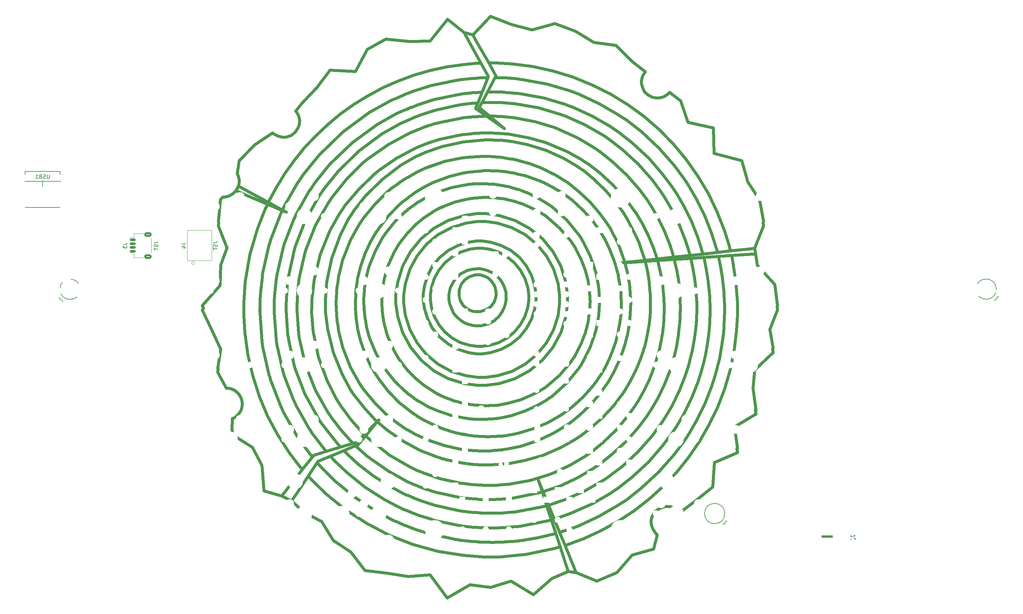
<source format=gbr>
G04 #@! TF.GenerationSoftware,KiCad,Pcbnew,6.0.1-79c1e3a40b~116~ubuntu21.10.1*
G04 #@! TF.CreationDate,2022-01-31T22:58:42+01:00*
G04 #@! TF.ProjectId,lumberjack,6c756d62-6572-46a6-9163-6b2e6b696361,1.5*
G04 #@! TF.SameCoordinates,Original*
G04 #@! TF.FileFunction,Legend,Bot*
G04 #@! TF.FilePolarity,Positive*
%FSLAX46Y46*%
G04 Gerber Fmt 4.6, Leading zero omitted, Abs format (unit mm)*
G04 Created by KiCad (PCBNEW 6.0.1-79c1e3a40b~116~ubuntu21.10.1) date 2022-01-31 22:58:42*
%MOMM*%
%LPD*%
G01*
G04 APERTURE LIST*
G04 Aperture macros list*
%AMRoundRect*
0 Rectangle with rounded corners*
0 $1 Rounding radius*
0 $2 $3 $4 $5 $6 $7 $8 $9 X,Y pos of 4 corners*
0 Add a 4 corners polygon primitive as box body*
4,1,4,$2,$3,$4,$5,$6,$7,$8,$9,$2,$3,0*
0 Add four circle primitives for the rounded corners*
1,1,$1+$1,$2,$3*
1,1,$1+$1,$4,$5*
1,1,$1+$1,$6,$7*
1,1,$1+$1,$8,$9*
0 Add four rect primitives between the rounded corners*
20,1,$1+$1,$2,$3,$4,$5,0*
20,1,$1+$1,$4,$5,$6,$7,0*
20,1,$1+$1,$6,$7,$8,$9,0*
20,1,$1+$1,$8,$9,$2,$3,0*%
G04 Aperture macros list end*
%ADD10C,0.150000*%
%ADD11C,0.100000*%
%ADD12C,0.800000*%
%ADD13C,0.120000*%
%ADD14C,0.300000*%
%ADD15C,0.250000*%
%ADD16C,0.010000*%
%ADD17C,0.160000*%
%ADD18C,0.500000*%
%ADD19C,1.701800*%
%ADD20C,3.987800*%
%ADD21C,2.286000*%
%ADD22R,1.600000X1.600000*%
%ADD23O,1.600000X1.600000*%
%ADD24C,1.710000*%
%ADD25R,1.200000X1.200000*%
%ADD26C,1.200000*%
%ADD27C,2.000000*%
%ADD28C,5.000000*%
%ADD29O,11.600000X5.000000*%
%ADD30C,1.600000*%
%ADD31C,3.048000*%
%ADD32C,1.400000*%
%ADD33O,1.400000X1.400000*%
%ADD34C,1.500000*%
%ADD35C,2.200000*%
%ADD36R,2.000000X2.000000*%
%ADD37O,2.100000X3.500000*%
%ADD38R,1.700000X1.700000*%
%ADD39O,1.700000X1.700000*%
%ADD40RoundRect,0.150000X-0.625000X0.150000X-0.625000X-0.150000X0.625000X-0.150000X0.625000X0.150000X0*%
%ADD41RoundRect,0.249999X-0.650001X0.350001X-0.650001X-0.350001X0.650001X-0.350001X0.650001X0.350001X0*%
%ADD42C,1.244600*%
%ADD43O,0.650000X1.000000*%
%ADD44O,0.900000X1.700000*%
%ADD45O,0.900000X2.400000*%
G04 APERTURE END LIST*
D10*
X37713052Y-83003402D02*
G75*
G03*
X37713052Y-83003402I-2600933J0D01*
G01*
X203001734Y-140493868D02*
G75*
G03*
X203001734Y-140493868I-2600933J0D01*
G01*
X272607489Y-82975932D02*
G75*
G03*
X272607489Y-82975932I-2600933J0D01*
G01*
D11*
X33067584Y-86196956D02*
X33350427Y-85914114D01*
X33242677Y-85806364D01*
X33202271Y-85792895D01*
X33175334Y-85792895D01*
X33134928Y-85806364D01*
X33094521Y-85846770D01*
X33081053Y-85887176D01*
X33081053Y-85914114D01*
X33094521Y-85954520D01*
X33202271Y-86062269D01*
X33013709Y-85577396D02*
X32959834Y-85523521D01*
X32919428Y-85510053D01*
X32865554Y-85510053D01*
X32798210Y-85550459D01*
X32703929Y-85644740D01*
X32663523Y-85712083D01*
X32663523Y-85765958D01*
X32676992Y-85806364D01*
X32730866Y-85860239D01*
X32771273Y-85873708D01*
X32825147Y-85873708D01*
X32892491Y-85833301D01*
X32986772Y-85739021D01*
X33027178Y-85671677D01*
X33027178Y-85617802D01*
X33013709Y-85577396D01*
X32515367Y-85617802D02*
X32461492Y-85590865D01*
X32394149Y-85523521D01*
X32380680Y-85483115D01*
X32380680Y-85456178D01*
X32394149Y-85415772D01*
X32421086Y-85388834D01*
X32461492Y-85375366D01*
X32488430Y-85375366D01*
X32528836Y-85388834D01*
X32596179Y-85429240D01*
X32636586Y-85442709D01*
X32663523Y-85442709D01*
X32703929Y-85429240D01*
X32730867Y-85402303D01*
X32744335Y-85361897D01*
X32744335Y-85334959D01*
X32730866Y-85294553D01*
X32663523Y-85227210D01*
X32609648Y-85200272D01*
X32542305Y-85105992D02*
X32380680Y-84944367D01*
X32178650Y-85308022D02*
X32461492Y-85025179D01*
X203594355Y-142538402D02*
X203311513Y-142255559D01*
X203203763Y-142363309D01*
X203190294Y-142403715D01*
X203190294Y-142430652D01*
X203203763Y-142471058D01*
X203244169Y-142511465D01*
X203284575Y-142524933D01*
X203311513Y-142524933D01*
X203351919Y-142511465D01*
X203459668Y-142403715D01*
X202974795Y-142592277D02*
X202920920Y-142646152D01*
X202907452Y-142686558D01*
X202907452Y-142740432D01*
X202947858Y-142807776D01*
X203042139Y-142902057D01*
X203109482Y-142942463D01*
X203163357Y-142942463D01*
X203203763Y-142928994D01*
X203257638Y-142875120D01*
X203271107Y-142834713D01*
X203271107Y-142780839D01*
X203230700Y-142713495D01*
X203136420Y-142619214D01*
X203069076Y-142578808D01*
X203015201Y-142578808D01*
X202974795Y-142592277D01*
X203015201Y-143090619D02*
X202988264Y-143144494D01*
X202920920Y-143211837D01*
X202880514Y-143225306D01*
X202853577Y-143225306D01*
X202813171Y-143211837D01*
X202786233Y-143184900D01*
X202772765Y-143144494D01*
X202772765Y-143117556D01*
X202786233Y-143077150D01*
X202826639Y-143009807D01*
X202840108Y-142969400D01*
X202840108Y-142942463D01*
X202826639Y-142902057D01*
X202799702Y-142875120D01*
X202759296Y-142861651D01*
X202732358Y-142861651D01*
X202691952Y-142875120D01*
X202624609Y-142942463D01*
X202597671Y-142996338D01*
X202503391Y-143063681D02*
X202341766Y-143225306D01*
X202705421Y-143427336D02*
X202422578Y-143144494D01*
X273200110Y-85020466D02*
X272917268Y-84737623D01*
X272809518Y-84845373D01*
X272796049Y-84885779D01*
X272796049Y-84912716D01*
X272809518Y-84953122D01*
X272849924Y-84993529D01*
X272890330Y-85006997D01*
X272917268Y-85006997D01*
X272957674Y-84993529D01*
X273065423Y-84885779D01*
X272580550Y-85074341D02*
X272526675Y-85128216D01*
X272513207Y-85168622D01*
X272513207Y-85222496D01*
X272553613Y-85289840D01*
X272647894Y-85384121D01*
X272715237Y-85424527D01*
X272769112Y-85424527D01*
X272809518Y-85411058D01*
X272863393Y-85357184D01*
X272876862Y-85316777D01*
X272876862Y-85262903D01*
X272836455Y-85195559D01*
X272742175Y-85101278D01*
X272674831Y-85060872D01*
X272620956Y-85060872D01*
X272580550Y-85074341D01*
X272620956Y-85572683D02*
X272594019Y-85626558D01*
X272526675Y-85693901D01*
X272486269Y-85707370D01*
X272459332Y-85707370D01*
X272418926Y-85693901D01*
X272391988Y-85666964D01*
X272378520Y-85626558D01*
X272378520Y-85599620D01*
X272391988Y-85559214D01*
X272432394Y-85491871D01*
X272445863Y-85451464D01*
X272445863Y-85424527D01*
X272432394Y-85384121D01*
X272405457Y-85357183D01*
X272365051Y-85343715D01*
X272338113Y-85343715D01*
X272297707Y-85357184D01*
X272230364Y-85424527D01*
X272203426Y-85478402D01*
X272109146Y-85545745D02*
X271947521Y-85707370D01*
X272311176Y-85909400D02*
X272028333Y-85626558D01*
D10*
X48697380Y-71466666D02*
X49411666Y-71466666D01*
X49554523Y-71419047D01*
X49649761Y-71323809D01*
X49697380Y-71180952D01*
X49697380Y-71085714D01*
X48697380Y-71847619D02*
X48697380Y-72466666D01*
X49078333Y-72133333D01*
X49078333Y-72276190D01*
X49125952Y-72371428D01*
X49173571Y-72419047D01*
X49268809Y-72466666D01*
X49506904Y-72466666D01*
X49602142Y-72419047D01*
X49649761Y-72371428D01*
X49697380Y-72276190D01*
X49697380Y-71990476D01*
X49649761Y-71895238D01*
X49602142Y-71847619D01*
X56657380Y-71085714D02*
X57371666Y-71085714D01*
X57514523Y-71038095D01*
X57609761Y-70942857D01*
X57657380Y-70800000D01*
X57657380Y-70704761D01*
X57609761Y-71514285D02*
X57657380Y-71657142D01*
X57657380Y-71895238D01*
X57609761Y-71990476D01*
X57562142Y-72038095D01*
X57466904Y-72085714D01*
X57371666Y-72085714D01*
X57276428Y-72038095D01*
X57228809Y-71990476D01*
X57181190Y-71895238D01*
X57133571Y-71704761D01*
X57085952Y-71609523D01*
X57038333Y-71561904D01*
X56943095Y-71514285D01*
X56847857Y-71514285D01*
X56752619Y-71561904D01*
X56705000Y-71609523D01*
X56657380Y-71704761D01*
X56657380Y-71942857D01*
X56705000Y-72085714D01*
X56657380Y-72371428D02*
X56657380Y-72942857D01*
X57657380Y-72657142D02*
X56657380Y-72657142D01*
X63746130Y-71448649D02*
X64460416Y-71448649D01*
X64603273Y-71401030D01*
X64698511Y-71305792D01*
X64746130Y-71162935D01*
X64746130Y-71067697D01*
X64079464Y-72353411D02*
X64746130Y-72353411D01*
X63698511Y-72115316D02*
X64412797Y-71877221D01*
X64412797Y-72496268D01*
X71842380Y-71067697D02*
X72556666Y-71067697D01*
X72699523Y-71020078D01*
X72794761Y-70924840D01*
X72842380Y-70781983D01*
X72842380Y-70686744D01*
X72794761Y-71496268D02*
X72842380Y-71639125D01*
X72842380Y-71877221D01*
X72794761Y-71972459D01*
X72747142Y-72020078D01*
X72651904Y-72067697D01*
X72556666Y-72067697D01*
X72461428Y-72020078D01*
X72413809Y-71972459D01*
X72366190Y-71877221D01*
X72318571Y-71686744D01*
X72270952Y-71591506D01*
X72223333Y-71543887D01*
X72128095Y-71496268D01*
X72032857Y-71496268D01*
X71937619Y-71543887D01*
X71890000Y-71591506D01*
X71842380Y-71686744D01*
X71842380Y-71924840D01*
X71890000Y-72067697D01*
X71842380Y-72353411D02*
X71842380Y-72924840D01*
X72842380Y-72639125D02*
X71842380Y-72639125D01*
X66127380Y-74056875D02*
X66365476Y-74056875D01*
X66270238Y-73818779D02*
X66365476Y-74056875D01*
X66270238Y-74294970D01*
X66555952Y-73914017D02*
X66365476Y-74056875D01*
X66555952Y-74199732D01*
X29825697Y-53610810D02*
X29825697Y-54420334D01*
X29778078Y-54515572D01*
X29730459Y-54563191D01*
X29635221Y-54610810D01*
X29444744Y-54610810D01*
X29349506Y-54563191D01*
X29301887Y-54515572D01*
X29254268Y-54420334D01*
X29254268Y-53610810D01*
X28825697Y-54563191D02*
X28682840Y-54610810D01*
X28444744Y-54610810D01*
X28349506Y-54563191D01*
X28301887Y-54515572D01*
X28254268Y-54420334D01*
X28254268Y-54325096D01*
X28301887Y-54229858D01*
X28349506Y-54182239D01*
X28444744Y-54134620D01*
X28635221Y-54087001D01*
X28730459Y-54039382D01*
X28778078Y-53991763D01*
X28825697Y-53896525D01*
X28825697Y-53801287D01*
X28778078Y-53706049D01*
X28730459Y-53658430D01*
X28635221Y-53610810D01*
X28397125Y-53610810D01*
X28254268Y-53658430D01*
X27492363Y-54087001D02*
X27349506Y-54134620D01*
X27301887Y-54182239D01*
X27254268Y-54277477D01*
X27254268Y-54420334D01*
X27301887Y-54515572D01*
X27349506Y-54563191D01*
X27444744Y-54610810D01*
X27825697Y-54610810D01*
X27825697Y-53610810D01*
X27492363Y-53610810D01*
X27397125Y-53658430D01*
X27349506Y-53706049D01*
X27301887Y-53801287D01*
X27301887Y-53896525D01*
X27349506Y-53991763D01*
X27397125Y-54039382D01*
X27492363Y-54087001D01*
X27825697Y-54087001D01*
X26301887Y-54610810D02*
X26873316Y-54610810D01*
X26587601Y-54610810D02*
X26587601Y-53610810D01*
X26682840Y-53753668D01*
X26778078Y-53848906D01*
X26873316Y-53896525D01*
D12*
X202323975Y-79923725D02*
X202589975Y-82157925D01*
X135170175Y-143571725D02*
X134558175Y-143475125D01*
X141845775Y-48873525D02*
X141845775Y-48873525D01*
X120338574Y-55055925D02*
X120431775Y-54994325D01*
X202550975Y-94745726D02*
X202709375Y-93011725D01*
X144422774Y-42941325D02*
X144305375Y-42937925D01*
X146233575Y-28756325D02*
X146551575Y-28780125D01*
X80006375Y-81097725D02*
X81186775Y-74164325D01*
X130292975Y-110262325D02*
X130429575Y-110331725D01*
X76623175Y-119106725D02*
X76641575Y-119118525D01*
X116092775Y-93710725D02*
X116137175Y-93863725D01*
X140668175Y-32428925D02*
X140685775Y-32428925D01*
X167784175Y-80331725D02*
X167433775Y-78993725D01*
X175076775Y-119063126D02*
X177978575Y-115646325D01*
X85925375Y-60702925D02*
X86388775Y-59746725D01*
X121588575Y-68586725D02*
X119641775Y-71071725D01*
X185886375Y-76218125D02*
X185708575Y-75593125D01*
X167817975Y-80457725D02*
X167784175Y-80331725D01*
X178387375Y-92366326D02*
X178361575Y-92520325D01*
X133055375Y-74605725D02*
X135191775Y-73443725D01*
X115020375Y-86595725D02*
X115008575Y-86354925D01*
X104830775Y-104818525D02*
X107022374Y-108762725D01*
X137574974Y-59721725D02*
X137285975Y-59787125D01*
X163960375Y-153480525D02*
X164281575Y-154270525D01*
X142337175Y-52560325D02*
X143299575Y-52592925D01*
X144290175Y-84435325D02*
X144290175Y-84435325D01*
X135405774Y-35646325D02*
X138280975Y-35299125D01*
X149747175Y-29032925D02*
X150058574Y-29072925D01*
X126211775Y-41319125D02*
X125944975Y-41405925D01*
X131365975Y-126601325D02*
X130923175Y-126472125D01*
X141547175Y-127972725D02*
X140368775Y-127952125D01*
X122580175Y-36346325D02*
X124067975Y-35765725D01*
X190730175Y-58658525D02*
X190062975Y-57648525D01*
X137038775Y-120347925D02*
X136694975Y-120267725D01*
X111952975Y-126322325D02*
X116717775Y-129627725D01*
X117167975Y-115919925D02*
X117341575Y-116062925D01*
X92507375Y-73168125D02*
X92694175Y-72555925D01*
X138376575Y-17787325D02*
X138368975Y-17785125D01*
X180999375Y-57294526D02*
X183025175Y-60017125D01*
X187697375Y-115777725D02*
X189430175Y-112793725D01*
X193868175Y-119832725D02*
X193157375Y-120911325D01*
X117118975Y-133497925D02*
X120377375Y-135225325D01*
X134598575Y-90405325D02*
X135456775Y-91078125D01*
X84504175Y-97720925D02*
X86082775Y-104837925D01*
X150301575Y-95253525D02*
X152067975Y-93113725D01*
X170810375Y-53068125D02*
X174220775Y-56145325D01*
X140986375Y-59407325D02*
X140769375Y-59423525D01*
X111738175Y-95026725D02*
X111968174Y-95741725D01*
X169217775Y-128926525D02*
X165229975Y-131251725D01*
X140019375Y-77694925D02*
X138555775Y-77731725D01*
X127984975Y-55707125D02*
X127810175Y-55793925D01*
X143628175Y-38605325D02*
X142805975Y-38578125D01*
X125213775Y-60137325D02*
X125058575Y-60225325D01*
X144561575Y-79636325D02*
X145343775Y-80452125D01*
X137471575Y-92033125D02*
X137389375Y-92008125D01*
X144377175Y-28709525D02*
X144532175Y-28712925D01*
X147117974Y-95471725D02*
X144980375Y-96632725D01*
X141688174Y-52538725D02*
X141682975Y-52539926D01*
X130485975Y-46385325D02*
X136047175Y-45143925D01*
X156174975Y-108585925D02*
X155534975Y-108992725D01*
X138821575Y-143970925D02*
X138972375Y-143980726D01*
X146864175Y-85609525D02*
X146758775Y-86342925D01*
X91134975Y-79421325D02*
X91037175Y-80055125D01*
X168432975Y-86073925D02*
X168403775Y-85547725D01*
X140623775Y-107580925D02*
X141730374Y-107580925D01*
X191534175Y-86986525D02*
X191530975Y-86847725D01*
X200267975Y-127365125D02*
X206204375Y-124806525D01*
X178384374Y-80908926D02*
X178407175Y-81062125D01*
X151868575Y-126829125D02*
X155833175Y-125689926D01*
X175695375Y-93696525D02*
X175659575Y-93858125D01*
X186562375Y-138949325D02*
X187326375Y-138712925D01*
X142691775Y-87551725D02*
X142071375Y-87994525D01*
X191452775Y-84564525D02*
X191426775Y-84285725D01*
X210230975Y-108369925D02*
X210638975Y-103721525D01*
X140736574Y-48903725D02*
X136606775Y-49147925D01*
X116754375Y-95593125D02*
X116726375Y-95519325D01*
X123258175Y-110837325D02*
X123113975Y-110729925D01*
X128655375Y-109432125D02*
X128792175Y-109502725D01*
X106332375Y-65188525D02*
X104243575Y-69281325D01*
X147551775Y-52972725D02*
X145824575Y-52736325D01*
X185232174Y-145545325D02*
X184502975Y-144505925D01*
X143141375Y-42907725D02*
X144305375Y-42937925D01*
X142157175Y-32392325D02*
X140700775Y-35137325D01*
X168058775Y-81900725D02*
X168039175Y-81788925D01*
X110812775Y-125381525D02*
X108514375Y-123314525D01*
X147713775Y-127609325D02*
X146860775Y-127713525D01*
X126499375Y-31099925D02*
X126825975Y-31015325D01*
X100422975Y-124118525D02*
X97038775Y-119650325D01*
X143382175Y-78767125D02*
X143600175Y-78896325D01*
X162630175Y-84469125D02*
X162181774Y-81147725D01*
X93261575Y-87124325D02*
X93408975Y-84065325D01*
X148081575Y-136548925D02*
X145483775Y-136773725D01*
X199538775Y-68514325D02*
X200477375Y-71397325D01*
X130132375Y-118487125D02*
X129048175Y-118069326D01*
X160612975Y-67233725D02*
X163437375Y-70558525D01*
X145886375Y-59744525D02*
X145953775Y-59754525D01*
X152605175Y-50661525D02*
X150761575Y-50155925D01*
X149646375Y-32731725D02*
X150815775Y-32869525D01*
X136606775Y-78255925D02*
X135198575Y-79054525D01*
X185805975Y-64608925D02*
X184221775Y-61847725D01*
X115079175Y-54787125D02*
X110797375Y-59035125D01*
X128105375Y-76963726D02*
X129871775Y-74823925D01*
X166492974Y-110717925D02*
X168756375Y-108192925D01*
X104243575Y-69282325D02*
X106332375Y-65188525D01*
X124231575Y-46572125D02*
X123292175Y-46975725D01*
X117341575Y-116062925D02*
X119157975Y-117394325D01*
X134465975Y-71723725D02*
X132011575Y-73057325D01*
X140719375Y-72454125D02*
X140086575Y-72454125D01*
X137162375Y-116127125D02*
X138796575Y-116262725D01*
X163180175Y-148249525D02*
X166703575Y-146923525D01*
X141413775Y-133216725D02*
X141532175Y-133221325D01*
X171330175Y-43238725D02*
X172143975Y-43773526D01*
X160845175Y-57996525D02*
X160707375Y-57916325D01*
X136087175Y-56236525D02*
X136756575Y-56167125D01*
X138975375Y-38710725D02*
X140314575Y-38621525D01*
X151790175Y-69008925D02*
X154749375Y-71451525D01*
X123157375Y-39007925D02*
X123016375Y-39060925D01*
X140623775Y-65590925D02*
X141628574Y-65590925D01*
X199189375Y-87987925D02*
X199195775Y-88252725D01*
X138238775Y-147621325D02*
X138571775Y-147639525D01*
X144980375Y-96632725D02*
X147117974Y-95471725D01*
X153759575Y-54546326D02*
X153597975Y-54490725D01*
X195780175Y-86928925D02*
X195775775Y-86771525D01*
X162181774Y-90005125D02*
X160897175Y-94133725D01*
X123898575Y-120298925D02*
X123698775Y-120203725D01*
X136741575Y-87854525D02*
X136657975Y-87791525D01*
X161627375Y-114804325D02*
X160845175Y-115306725D01*
X158886575Y-119957325D02*
X161626375Y-118367725D01*
X113884375Y-116915925D02*
X114272974Y-116453725D01*
X178850774Y-86712925D02*
X178851775Y-86651325D01*
X145635775Y-35138525D02*
X148465775Y-35343725D01*
X132011575Y-97018925D02*
X129871775Y-95252725D01*
X124047175Y-57892326D02*
X123878975Y-57994525D01*
X120638975Y-85576726D02*
X120638975Y-84570925D01*
X145947175Y-144097925D02*
X144448775Y-144135925D01*
X127471575Y-145707125D02*
X126825975Y-145513925D01*
X135293975Y-43386325D02*
X135780175Y-43313525D01*
X163860375Y-113115925D02*
X161627375Y-114804325D01*
X169802374Y-93874525D02*
X169763175Y-94029525D01*
X144055975Y-112729525D02*
X142635375Y-112781725D01*
X183709574Y-90545325D02*
X183580775Y-91719525D01*
X184770975Y-140423925D02*
X185268975Y-139821725D01*
X141154375Y-116337725D02*
X141207775Y-116335326D01*
X123878975Y-57994525D02*
X122875375Y-58625925D01*
X115161575Y-83120325D02*
X115146375Y-83192125D01*
X89996575Y-71398525D02*
X92436775Y-65036525D01*
X191024175Y-80414325D02*
X191283575Y-82517125D01*
X108248575Y-87267326D02*
X108225775Y-86805126D01*
X183876775Y-87927125D02*
X183868175Y-88052125D01*
X148378774Y-49600325D02*
X149359575Y-49773925D01*
X199538775Y-108013925D02*
X197915375Y-112144925D01*
X141688174Y-52538725D02*
X141688174Y-52538725D01*
X178654375Y-82737325D02*
X178637175Y-82608125D01*
X180740975Y-50876525D02*
X176734975Y-47175125D01*
X158886575Y-53345925D02*
X159049375Y-53419925D01*
X197401375Y-102352125D02*
X197984975Y-99867325D01*
X140496775Y-28755125D02*
X140334175Y-28760325D01*
X130836575Y-110538925D02*
X130429575Y-110331725D01*
X152671375Y-85039926D02*
X152671375Y-85672325D01*
X134700375Y-119910725D02*
X134518175Y-119861725D01*
X139687375Y-92360725D02*
X139561575Y-92365125D01*
X210655175Y-72471525D02*
X210630375Y-72474925D01*
X184124375Y-104865125D02*
X185093175Y-102243525D01*
X139027775Y-59545125D02*
X137574974Y-59721725D01*
X86514575Y-106229125D02*
X86297775Y-105534525D01*
X190155975Y-75978525D02*
X190605375Y-78004325D01*
X111168575Y-92842725D02*
X111738175Y-95026725D01*
X200990375Y-103283125D02*
X200747375Y-104157725D01*
X103431775Y-89473525D02*
X103355975Y-88062925D01*
X139353175Y-25053925D02*
X140469575Y-25011525D01*
X135119375Y-85785125D02*
X134943575Y-85243725D01*
X141035175Y-88457925D02*
X141792375Y-88148526D01*
X112478175Y-103122725D02*
X112581375Y-103297125D01*
X183300775Y-93619525D02*
X183580775Y-91719525D01*
X147551775Y-52972725D02*
X147723575Y-52996525D01*
X148667375Y-53128925D02*
X148753175Y-53148526D01*
X183868175Y-88052125D02*
X183876775Y-87927125D01*
X141532175Y-133221325D02*
X141413775Y-133216725D01*
X72935015Y-103157325D02*
X73071735Y-103412325D01*
X138941775Y-127866525D02*
X138728175Y-127856725D01*
X103286575Y-86526325D02*
X103429975Y-83884325D01*
X141745775Y-38595725D02*
X141864175Y-38593525D01*
X194623575Y-98721525D02*
X195146375Y-95927325D01*
X140769375Y-92280325D02*
X142307975Y-91845325D01*
X137552975Y-72710125D02*
X135191775Y-73443725D01*
X149088575Y-60428125D02*
X149216575Y-60469525D01*
X140325375Y-140303525D02*
X140184375Y-140297125D01*
X147713775Y-127609325D02*
X151868575Y-126829125D01*
X107086575Y-150314325D02*
X110717175Y-155107125D01*
X146690375Y-59861725D02*
X147493575Y-60053925D01*
X138588175Y-140172125D02*
X138732375Y-140183125D01*
X189819975Y-74706725D02*
X189600375Y-73909325D01*
X104956575Y-62443125D02*
X105571774Y-61554525D01*
X102029174Y-115732125D02*
X104445375Y-118914525D01*
X183363575Y-69202125D02*
X181721775Y-65974125D01*
X159037375Y-77804525D02*
X160203775Y-81553525D01*
X180740975Y-124576525D02*
X184177374Y-120690925D01*
X136600375Y-105154925D02*
X132851575Y-103988525D01*
X141093575Y-59399525D02*
X140986375Y-59407325D01*
X139368575Y-92356525D02*
X139417175Y-92359525D01*
X104085175Y-78937325D02*
X103971375Y-79655725D01*
X201312975Y-74563525D02*
X204665775Y-74342125D01*
X181326775Y-100919925D02*
X182013775Y-98926525D01*
X79603775Y-86472125D02*
X79603775Y-88264525D01*
X147363175Y-56643525D02*
X147287175Y-56623925D01*
X101070775Y-106594925D02*
X103339575Y-111027325D01*
X202746375Y-84065325D02*
X202714575Y-83587925D01*
X87033175Y-42859925D02*
X82457775Y-45976325D01*
X187375175Y-86240925D02*
X187383775Y-86375326D01*
X125579375Y-64857725D02*
X125700775Y-64759925D01*
X123296375Y-38951525D02*
X124691775Y-38398125D01*
X190989375Y-95276325D02*
X191273775Y-93041325D01*
X135328775Y-81846525D02*
X134917375Y-82973725D01*
X87402175Y-88950325D02*
X87899175Y-95790725D01*
X80006375Y-81097725D02*
X79603775Y-86472125D01*
X135182175Y-85942726D02*
X135746375Y-86893125D01*
X140832175Y-112806725D02*
X141202175Y-112832925D01*
X185964575Y-99288925D02*
X185848575Y-99762125D01*
X135037975Y-132625325D02*
X135541374Y-132707925D01*
X182583575Y-76022925D02*
X182742974Y-76639325D01*
X154749375Y-71451525D02*
X157191775Y-74410325D01*
X197915375Y-64382325D02*
X195810375Y-60055925D01*
X182013775Y-98926525D02*
X181326775Y-100919925D01*
X135293975Y-43386325D02*
X130434975Y-44394325D01*
X152694174Y-44139325D02*
X157001775Y-45380325D01*
X143491575Y-52599526D02*
X144448775Y-52632125D01*
X187414175Y-87431325D02*
X187416374Y-87233725D01*
X187420775Y-33556525D02*
X186577775Y-33851725D01*
X101581774Y-115065925D02*
X101581774Y-115065925D01*
X141628574Y-105561725D02*
X144646375Y-105154925D01*
X199174175Y-89117725D02*
X199170975Y-89257325D01*
X178842175Y-86875725D02*
X178820375Y-87359525D01*
X194391375Y-75694125D02*
X194821775Y-77702725D01*
X107022374Y-108762725D02*
X107877375Y-109992125D01*
X191545975Y-87483525D02*
X191551575Y-87715725D01*
X151976775Y-53930925D02*
X153597975Y-54490725D01*
X140769375Y-92280325D02*
X140438174Y-92316325D01*
X92694175Y-72555925D02*
X92882975Y-71945125D01*
X176417975Y-137810125D02*
X175504375Y-138417725D01*
X157161375Y-55966525D02*
X155650975Y-55267725D01*
X195802975Y-87726525D02*
X195802975Y-87726525D01*
X103975375Y-93670325D02*
X103756374Y-92276325D01*
X175616375Y-71376525D02*
X173420974Y-67116525D01*
X135119375Y-85785125D02*
X135137775Y-85839525D01*
X126298775Y-130287326D02*
X126541775Y-130385925D01*
X170832175Y-86113925D02*
X170825775Y-85978525D01*
X202194975Y-97484525D02*
X202550975Y-94745726D01*
X123296375Y-136500325D02*
X123157375Y-136444925D01*
X109787175Y-107835925D02*
X110318775Y-108592325D01*
X118358175Y-106535125D02*
X116028575Y-103686725D01*
X202747375Y-92433525D02*
X202709375Y-93011725D01*
X176417975Y-38719325D02*
X175504375Y-38110725D01*
X168249575Y-89139325D02*
X168249575Y-89139325D01*
X92694175Y-102897925D02*
X92882975Y-103508725D01*
X140180975Y-79279326D02*
X140130175Y-79273725D01*
X139472775Y-79249925D02*
X139415175Y-79255325D01*
X177169975Y-59376725D02*
X179078775Y-61824925D01*
X186350774Y-78117125D02*
X186793575Y-80378525D01*
X105257174Y-98670325D02*
X107030175Y-102995725D01*
X158856375Y-145789525D02*
X159624375Y-145573726D01*
X143640175Y-136850725D02*
X144962975Y-136800925D01*
X133664175Y-111600125D02*
X133811775Y-111633725D01*
X200477375Y-105129925D02*
X199538775Y-108013925D01*
X154749375Y-71451525D02*
X151790175Y-69008925D01*
X183025175Y-115434925D02*
X183641375Y-114489525D01*
X197312175Y-73873525D02*
X197186375Y-73404525D01*
X144207775Y-85090725D02*
X144212175Y-85077925D01*
X127758175Y-87572326D02*
X127502175Y-85672325D01*
X139452975Y-72454125D02*
X137552975Y-72710125D01*
X95699975Y-64832725D02*
X95425175Y-65406525D01*
X157015975Y-64178125D02*
X160612975Y-67233725D01*
X187416374Y-87233725D02*
X187416374Y-87233725D01*
X105571774Y-61554525D02*
X104956575Y-62443125D01*
X148259375Y-115338125D02*
X145503175Y-115945925D01*
X119288975Y-100630125D02*
X118319175Y-98989525D01*
X83756375Y-88994925D02*
X84283775Y-96276725D01*
X133218175Y-88705125D02*
X133124975Y-88545725D01*
X140463175Y-140307925D02*
X141843575Y-140352325D01*
X87562975Y-84123925D02*
X87581375Y-83788725D01*
X87393575Y-88264525D02*
X87405375Y-87937125D01*
X125071575Y-101128125D02*
X128328775Y-103817125D01*
X175989375Y-81426525D02*
X175967775Y-81284326D01*
X137449975Y-79764325D02*
X137237375Y-79872725D01*
X147626775Y-60085325D02*
X148955975Y-60396725D01*
X138972375Y-143980726D02*
X138821575Y-143970925D01*
X133987375Y-147105726D02*
X127471575Y-145707125D01*
X124232775Y-46572125D02*
X124463775Y-46462325D01*
X175942975Y-81141325D02*
X175695375Y-79606725D01*
X199195775Y-88252725D02*
X199189375Y-87986725D01*
X160610775Y-86581725D02*
X160610775Y-85576726D01*
X160876575Y-54510325D02*
X160727975Y-54417125D01*
X175076775Y-119063126D02*
X171669975Y-122333725D01*
X143384374Y-86850725D02*
X143296375Y-86953925D01*
X158684975Y-61875725D02*
X157782175Y-61243125D01*
X121656775Y-62562725D02*
X123113975Y-61497125D01*
X159624375Y-145573726D02*
X158856375Y-145789525D01*
X202714575Y-83587925D02*
X202746375Y-84065325D01*
X166734975Y-52577925D02*
X169415975Y-54731725D01*
X84767775Y-134627725D02*
X89325975Y-135938126D01*
X160897175Y-94133725D02*
X158865975Y-97870725D01*
X141154375Y-116337725D02*
X141058775Y-116336525D01*
X168322375Y-84114325D02*
X168269375Y-83240725D01*
X113616575Y-105044325D02*
X113720775Y-105218725D01*
X187270975Y-84267325D02*
X187242774Y-84008925D01*
X160845175Y-57996525D02*
X160845175Y-57996525D01*
X103518775Y-90763525D02*
X103441775Y-89589525D01*
X158425375Y-130283925D02*
X159280375Y-129958525D01*
X204383575Y-73153925D02*
X204066775Y-71865925D01*
X156174975Y-63642325D02*
X157015975Y-64178125D01*
X80893975Y-59119525D02*
X85704175Y-61168125D01*
X146864175Y-85609525D02*
X146899975Y-85050726D01*
X138796575Y-116262725D02*
X140342775Y-116308125D01*
X124366375Y-42008125D02*
X125944975Y-41405925D01*
X141680775Y-48866725D02*
X141785975Y-48870125D01*
X129710175Y-44595925D02*
X129954375Y-44535125D01*
X141202175Y-112832925D02*
X141632975Y-112818725D01*
X141197775Y-52573525D02*
X141474575Y-52553925D01*
X148305975Y-15140725D02*
X142907975Y-12984525D01*
X175989375Y-81426525D02*
X176197775Y-82749325D01*
X171669975Y-122333725D02*
X175076775Y-119063126D01*
X127841575Y-141983125D02*
X127535775Y-141903925D01*
X117710375Y-142085125D02*
X119169975Y-142728725D01*
X137092975Y-112407325D02*
X137234175Y-112435725D01*
X146726375Y-86487325D02*
X146691575Y-86642326D01*
X140719375Y-97624525D02*
X140086575Y-97624525D01*
X185593575Y-75191725D02*
X185593575Y-75191725D01*
X123878975Y-115309125D02*
X122875375Y-114677325D01*
X197312175Y-73873525D02*
X197325175Y-73921326D01*
X162547774Y-106871525D02*
X158684975Y-110353525D01*
X185593575Y-75191725D02*
X185594575Y-75194925D01*
X95594575Y-72802325D02*
X95413174Y-73378525D01*
X197325175Y-73921326D02*
X197312175Y-73873525D01*
X95233175Y-101495925D02*
X95413174Y-102074325D01*
X168756375Y-108192925D02*
X170217975Y-106284325D01*
X103462375Y-83226725D02*
X103438575Y-83771325D01*
X191426775Y-84285725D02*
X191452775Y-84564525D01*
X121779375Y-54205325D02*
X121586375Y-54315125D01*
X118619575Y-85576726D02*
X118619575Y-86683725D01*
X172384975Y-107778525D02*
X172851575Y-107055925D01*
X111028575Y-79934525D02*
X111168575Y-79385325D01*
X199538775Y-108013925D02*
X200477375Y-105129925D01*
X142050775Y-28714925D02*
X142191775Y-28711725D01*
X91023975Y-43833126D02*
X90722775Y-43899325D01*
X90944975Y-80684325D02*
X91037175Y-80055125D01*
X125715975Y-56850725D02*
X124047175Y-57892326D01*
X73071735Y-103412325D02*
X72935015Y-104232725D01*
X138535175Y-32572325D02*
X135476375Y-32920725D01*
X133986575Y-147105726D02*
X134638575Y-147208725D01*
X96133775Y-130876525D02*
X98436375Y-127421525D01*
X140515175Y-32434525D02*
X138992974Y-32545125D01*
X159037375Y-77804525D02*
X157191775Y-74410325D01*
X181796775Y-31158525D02*
X181591575Y-30203725D01*
X144295775Y-84219525D02*
X144287975Y-84501525D01*
X134810975Y-84501525D02*
X134812175Y-84512325D01*
X131781575Y-162100385D02*
X137627975Y-158711725D01*
X179192775Y-45416325D02*
X183410175Y-49346525D01*
X125944975Y-41405925D02*
X126211775Y-41319125D01*
X85704175Y-61168125D02*
X85704175Y-61168125D01*
X110369975Y-98491525D02*
X110437175Y-98684525D01*
X91890175Y-43444925D02*
X91023975Y-43833126D01*
X174364175Y-41786725D02*
X175616375Y-42625326D01*
X140438174Y-92316325D02*
X140397175Y-92321725D01*
X139654975Y-35194925D02*
X139204574Y-36345125D01*
X170752975Y-87853525D02*
X170737775Y-88180925D01*
X128830175Y-113933125D02*
X129484575Y-114194525D01*
X160935175Y-145190726D02*
X160625975Y-145284125D01*
X187389375Y-86508925D02*
X187407775Y-86983125D01*
X170632375Y-141212925D02*
X165373175Y-143630325D01*
X187408775Y-88016325D02*
X187404375Y-88147325D01*
X124133975Y-60767925D02*
X125058575Y-60225325D01*
X199012375Y-83849526D02*
X199042975Y-84323725D01*
X185964575Y-99288925D02*
X186138175Y-98619525D01*
X115043175Y-87077725D02*
X115087774Y-88040126D01*
X174167775Y-50236325D02*
X177843775Y-53688925D01*
X83748775Y-88264525D02*
X83760774Y-87883725D01*
X137162375Y-116127125D02*
X136808775Y-116067325D01*
X142662775Y-116237726D02*
X142823175Y-116223725D01*
X91037175Y-80055125D02*
X90944975Y-80684325D01*
X191508175Y-85767925D02*
X191524375Y-86702125D01*
X124233775Y-133395925D02*
X124366375Y-133444925D01*
X157191775Y-74410325D02*
X154749375Y-71451525D01*
X164281575Y-154270525D02*
X163960375Y-153480525D01*
X129477975Y-58033525D02*
X132762375Y-56942925D01*
X93717375Y-81068525D02*
X93808575Y-80462925D01*
X178730375Y-84033926D02*
X178743575Y-84315926D01*
X171093575Y-105003925D02*
X172245975Y-103060725D01*
X146622175Y-59846725D02*
X146690375Y-59861725D01*
X134814375Y-84523525D02*
X134817775Y-84545125D01*
X107922175Y-35532325D02*
X111526575Y-33303725D01*
X143351575Y-32363925D02*
X143351575Y-32363925D01*
X139515975Y-63571725D02*
X140623775Y-63571725D01*
X202882975Y-89351725D02*
X202874375Y-89525325D01*
X170217975Y-106284325D02*
X170665975Y-105622725D01*
X146421375Y-56468726D02*
X146261775Y-56441725D01*
X140537174Y-147775325D02*
X140377375Y-147768726D01*
X192761375Y-70167925D02*
X193602375Y-72729525D01*
X152275175Y-58229925D02*
X154896775Y-59492925D01*
X97434975Y-93830925D02*
X98787975Y-100350125D01*
X159229575Y-141851725D02*
X157786375Y-138304925D01*
X161336575Y-38311325D02*
X160354575Y-37944525D01*
X79067775Y-113563925D02*
X78781375Y-114248725D01*
X177458775Y-64122925D02*
X176942175Y-63297125D01*
X210862375Y-73933125D02*
X209936775Y-73993725D01*
X178631575Y-106740125D02*
X177238575Y-109041525D01*
X146278175Y-147772125D02*
X146278175Y-147772125D01*
X140587975Y-77762325D02*
X141954175Y-78106325D01*
X165229975Y-131252925D02*
X169217775Y-128926525D01*
X159026575Y-27039525D02*
X153797774Y-25897125D01*
X93904174Y-95588725D02*
X95233175Y-101495925D01*
X185805975Y-110843725D02*
X187520375Y-107294525D01*
X175578175Y-142465925D02*
X179700375Y-139746725D01*
X110527175Y-120166725D02*
X108482975Y-122193725D01*
X160743175Y-149005725D02*
X162364375Y-153975326D01*
X138731575Y-124336725D02*
X140685775Y-124396325D01*
X147723575Y-52996525D02*
X147809175Y-53009525D01*
X146261775Y-56441725D02*
X146421375Y-56468726D01*
X131365975Y-126601325D02*
X135839575Y-127526725D01*
X174220775Y-56145325D02*
X177169975Y-59376725D01*
X93717375Y-81068525D02*
X93408975Y-84065325D01*
X119066775Y-90005125D02*
X118619575Y-86683725D01*
X195746375Y-89820725D02*
X195768175Y-88851725D01*
X120638975Y-86581725D02*
X120638975Y-85576726D01*
X150170175Y-57430126D02*
X151576575Y-57967325D01*
X154087375Y-54642725D02*
X155650975Y-55267725D01*
X80636775Y-99688125D02*
X81893175Y-105159325D01*
X140637975Y-28750725D02*
X140496775Y-28755125D01*
X89112375Y-113011725D02*
X86514575Y-106229125D01*
X143048975Y-133224525D02*
X142305775Y-133241725D01*
X137177775Y-70880725D02*
X134465975Y-71723725D01*
X194522375Y-65868725D02*
X196041575Y-69742725D01*
X126499375Y-145428125D02*
X126825975Y-145513925D01*
X78449375Y-55550926D02*
X78277975Y-56401525D01*
X182527175Y-75802725D02*
X182531375Y-75819925D01*
X140385175Y-79300926D02*
X140180975Y-79279326D01*
X150488175Y-60905725D02*
X149216575Y-60469525D01*
X168430975Y-86137926D02*
X168434175Y-86096725D01*
X180482775Y-69872725D02*
X177792975Y-64655725D01*
X167784175Y-91896325D02*
X167817975Y-91770325D01*
X178851775Y-86652325D02*
X178851775Y-86652325D01*
X187416374Y-87233725D02*
X187414175Y-87431325D01*
X149011375Y-136429925D02*
X148338775Y-136514326D01*
X178843175Y-86481725D02*
X178820375Y-85982725D01*
X98704375Y-127018925D02*
X98436375Y-127421525D01*
X141865175Y-38593525D02*
X141746775Y-38595725D01*
X135170175Y-143571725D02*
X135476375Y-143608725D01*
X160354575Y-37944525D02*
X161336575Y-38311325D01*
X195775775Y-86771525D02*
X195768175Y-86614325D01*
X182357775Y-108745325D02*
X180753975Y-111602325D01*
X144160975Y-85258925D02*
X144154575Y-85289325D01*
X162630175Y-85576726D02*
X162630175Y-86683725D01*
X137557375Y-79714325D02*
X138672974Y-79347725D01*
X139472775Y-79249925D02*
X139510375Y-79246525D01*
X146435375Y-87513725D02*
X146691575Y-86642326D01*
X164007175Y-140203725D02*
X162969575Y-140597725D01*
X71542875Y-93610725D02*
X73734775Y-98382925D01*
X86082775Y-104837925D02*
X84504175Y-97720925D01*
X148753175Y-53148526D02*
X148837775Y-53169325D01*
X135878774Y-136433925D02*
X135608575Y-136403725D01*
X137557375Y-79714325D02*
X137449975Y-79764325D01*
X159043975Y-56947326D02*
X159183775Y-57028725D01*
X199170975Y-87256526D02*
X199163175Y-87090725D01*
X193844375Y-73594525D02*
X193602375Y-72729525D01*
X190609575Y-129833725D02*
X193703175Y-126001325D01*
X199196775Y-88259325D02*
X199195775Y-88286325D01*
X195647775Y-83990725D02*
X195617375Y-83543525D01*
X160922175Y-133272325D02*
X165229975Y-131252925D01*
X101120774Y-93289525D02*
X102560775Y-99208725D01*
X140314575Y-38621525D02*
X140449175Y-38618525D01*
X149881575Y-57337925D02*
X148408175Y-56930925D01*
X153759575Y-54546326D02*
X154087375Y-54642725D01*
X142275175Y-140370725D02*
X141981375Y-140356725D01*
X187409975Y-87887125D02*
X187414175Y-87431325D01*
X191524375Y-86702125D02*
X191530975Y-86847725D01*
X90492375Y-87691725D02*
X90497975Y-87078725D01*
X120658575Y-37154525D02*
X121536375Y-36757325D01*
X101735975Y-26796525D02*
X98330975Y-31286525D01*
X97079975Y-85534525D02*
X97649575Y-80577925D01*
X196920375Y-72445325D02*
X197173175Y-73357925D01*
X146467975Y-82427125D02*
X146115375Y-81628525D01*
X202910175Y-88264525D02*
X202910175Y-88264525D01*
X142326375Y-28367725D02*
X142191775Y-28711725D01*
X140718175Y-55903525D02*
X140391575Y-55916525D01*
X74615775Y-59305126D02*
X74378175Y-59305126D01*
X113292975Y-116364525D02*
X113844375Y-116878926D01*
X79141575Y-113251525D02*
X79124175Y-113327725D01*
X140654175Y-116322325D02*
X140342775Y-116308125D01*
X115090975Y-84137125D02*
X115097775Y-84052325D01*
X89325975Y-135938126D02*
X90020375Y-135063725D01*
X178387375Y-92366326D02*
X178410175Y-92209925D01*
X158564375Y-53187725D02*
X158886575Y-53345925D01*
X126831575Y-45532325D02*
X124462775Y-46462325D01*
X99203575Y-74153126D02*
X97649575Y-80577925D01*
X152671375Y-84406325D02*
X152671375Y-85039926D01*
X138672974Y-79347725D02*
X138787975Y-79330125D01*
X93785775Y-128169325D02*
X91322775Y-124912925D01*
X84283775Y-96276725D02*
X83757374Y-88994925D01*
X128792175Y-109502725D02*
X128928975Y-109570925D01*
X93785775Y-128169325D02*
X94665775Y-129204325D01*
X183025175Y-60017125D02*
X180999375Y-57294526D01*
X136114375Y-115994525D02*
X136808775Y-116067325D01*
X212872175Y-66685925D02*
X212742975Y-65947125D01*
X144207775Y-85090725D02*
X144165375Y-85241525D01*
X150482775Y-50078925D02*
X149547375Y-49823925D01*
X199163175Y-89425726D02*
X199140375Y-90534525D01*
X124098175Y-52910925D02*
X123898575Y-53004325D01*
X152671375Y-85671325D02*
X152671375Y-85038725D01*
X106042775Y-129921525D02*
X110625974Y-133610725D01*
X104456375Y-123423126D02*
X100787775Y-124543925D01*
X180687975Y-70376325D02*
X180873575Y-70831725D01*
X142275175Y-140370725D02*
X143705375Y-140367725D01*
X162583575Y-47755725D02*
X166243575Y-49785925D01*
X206211775Y-86495926D02*
X205816775Y-81190125D01*
X124067975Y-35765725D02*
X122580175Y-36346325D01*
X183742375Y-90153725D02*
X183768175Y-89925926D01*
X138280975Y-35299125D02*
X135405774Y-35646325D01*
X102247175Y-59395325D02*
X101581774Y-60387125D01*
X176762175Y-98966725D02*
X177339375Y-97167725D01*
X151714375Y-114207725D02*
X154900175Y-112737325D01*
X157350175Y-125120125D02*
X156592775Y-125406525D01*
X150058574Y-147456325D02*
X149745975Y-147495325D01*
X121217375Y-32937925D02*
X121058775Y-32999925D01*
X126541775Y-130385925D02*
X126541775Y-130385925D01*
X189825175Y-74731725D02*
X189826375Y-74734925D01*
X110823575Y-99738125D02*
X110864574Y-99831525D01*
X110507775Y-88562925D02*
X110733575Y-90432725D01*
X102029174Y-115732125D02*
X101581774Y-115065925D01*
X114429175Y-52368525D02*
X113612175Y-53036725D01*
X126498575Y-71451525D02*
X129457375Y-69008925D01*
X97079975Y-85534525D02*
X97057175Y-87189325D01*
X101664375Y-50969926D02*
X107404375Y-45421725D01*
X199174175Y-89117725D02*
X199187175Y-88590125D01*
X144215374Y-83209325D02*
X144232775Y-83311326D01*
X204665775Y-74342125D02*
X201312975Y-74563525D01*
X151716575Y-58020325D02*
X151576575Y-57967325D01*
X129457375Y-69008925D02*
X126498575Y-71451525D01*
X170465374Y-90672325D02*
X170444975Y-90796326D01*
X124133975Y-60767925D02*
X123258175Y-61390725D01*
X162496575Y-154380125D02*
X162496575Y-154380125D01*
X159037375Y-93348125D02*
X157191775Y-96742325D01*
X110936375Y-80512926D02*
X111028575Y-79934525D01*
X134465975Y-98352725D02*
X132011575Y-97018925D01*
X146019974Y-88468725D02*
X145907175Y-88667125D01*
X139298975Y-92349925D02*
X139368575Y-92356525D01*
X198862775Y-94350725D02*
X199007175Y-92764325D01*
X187404375Y-88147325D02*
X187408775Y-88016325D01*
X184177374Y-120690925D02*
X186387775Y-117754525D01*
X195494575Y-82205725D02*
X195617375Y-83543525D01*
X140449175Y-38618525D02*
X140567375Y-38616325D01*
X140629375Y-144097925D02*
X140785374Y-144101325D01*
X120956775Y-109090325D02*
X121517975Y-109550325D01*
X109681775Y-76736725D02*
X110369975Y-74812125D01*
X146893175Y-84501525D02*
X146893175Y-84501525D01*
X138416774Y-88610725D02*
X138845375Y-88685725D01*
X115020375Y-86595725D02*
X115043175Y-87077725D01*
X132762375Y-56942925D02*
X129477975Y-58033525D01*
X128328775Y-103817125D02*
X125071575Y-101128125D01*
X127984975Y-117596325D02*
X128505775Y-117859925D01*
X125058575Y-60225325D02*
X125213775Y-60137325D01*
X144660175Y-56173725D02*
X146261775Y-56441725D01*
X130698775Y-126415725D02*
X128487375Y-125711525D01*
X146394375Y-144069925D02*
X146096775Y-144094925D01*
X154896775Y-59492925D02*
X152275175Y-58229925D01*
X178020775Y-94537325D02*
X177558574Y-96367925D01*
X141545974Y-127972725D02*
X141664375Y-127974925D01*
X124356575Y-65817925D02*
X125579375Y-64857725D01*
X147493575Y-60052925D02*
X146690375Y-59861725D01*
X185594575Y-75195925D02*
X185594575Y-75194925D01*
X184637375Y-72295725D02*
X183363575Y-69202125D01*
X209936775Y-73993725D02*
X210862375Y-73933125D01*
X147253574Y-43180125D02*
X148180175Y-43291725D01*
X143396375Y-52596325D02*
X143299575Y-52592925D01*
X150028175Y-57379325D02*
X150170175Y-57430126D01*
X132708175Y-82244525D02*
X133541574Y-80719125D01*
X95425175Y-110047326D02*
X95151775Y-109471325D01*
X142894974Y-35073525D02*
X143717375Y-35088725D01*
X128491575Y-89932325D02*
X129653775Y-92069925D01*
X141750175Y-120763525D02*
X142300175Y-120743925D01*
X195617375Y-83543525D02*
X195494575Y-82205725D01*
X75609775Y-108337325D02*
X75799575Y-108357925D01*
X202778775Y-84406325D02*
X202851575Y-85874325D01*
X96728575Y-119181525D02*
X97038775Y-119650325D01*
X141681775Y-52539926D02*
X141612375Y-52544325D01*
X170745375Y-84248725D02*
X170776775Y-84924925D01*
X129679975Y-40245925D02*
X129145975Y-40403125D01*
X141610175Y-44662325D02*
X136047175Y-45143925D01*
X104085175Y-78937325D02*
X104259975Y-78252725D01*
X93026375Y-63811526D02*
X92730975Y-64423525D01*
X144528975Y-133187725D02*
X144773175Y-133168125D01*
X160707375Y-57916325D02*
X160845175Y-57996525D01*
X132583575Y-82565925D02*
X132351375Y-83467725D01*
X178384374Y-80908926D02*
X178358175Y-80755925D01*
X185594575Y-75194925D02*
X185593575Y-75191725D01*
X89590775Y-72703725D02*
X89792775Y-72050325D01*
X138787975Y-79330125D02*
X138844375Y-79315926D01*
X134837175Y-84675125D02*
X134824175Y-84589525D01*
X194522375Y-110659325D02*
X192549975Y-114715325D01*
X167433775Y-78993725D02*
X167396775Y-78852725D01*
X197732175Y-75515125D02*
X198185775Y-77648525D01*
X145886375Y-59744525D02*
X145752975Y-59726325D01*
X104258775Y-78252725D02*
X104085175Y-78937325D01*
X98436375Y-127421525D02*
X99517175Y-128658525D01*
X194030975Y-74278125D02*
X194015775Y-74221725D01*
X122431575Y-140123525D02*
X122580175Y-140180925D01*
X107158175Y-63908125D02*
X107969575Y-62627725D01*
X143579574Y-120696325D02*
X143398175Y-120707125D01*
X122963175Y-144271525D02*
X123285375Y-144377925D01*
X187401374Y-88974326D02*
X187365375Y-90076725D01*
X141388775Y-79594925D02*
X142280774Y-80075725D01*
X104970775Y-97777325D02*
X104259975Y-95050726D01*
X122802775Y-32316325D02*
X122962175Y-32257725D01*
X146842375Y-83987325D02*
X146849975Y-84070925D01*
X187209175Y-83594525D02*
X187242774Y-84010125D01*
X176327975Y-88762726D02*
X176400775Y-87410725D01*
X142819975Y-56004525D02*
X142665975Y-55990325D01*
X125579375Y-64856525D02*
X124356575Y-65817925D01*
X176189175Y-110560725D02*
X176729575Y-109777325D01*
X124216575Y-140820925D02*
X124067975Y-140762325D01*
X134808775Y-84566725D02*
X134803575Y-84395325D01*
X134935975Y-79254325D02*
X133752175Y-80447925D01*
X94665775Y-129204325D02*
X91361575Y-133370925D01*
X129419375Y-150121125D02*
X123028175Y-148370925D01*
X143048975Y-133223525D02*
X143172774Y-133220125D01*
X177352375Y-76195325D02*
X177495375Y-76692325D01*
X153797774Y-25897125D02*
X159026575Y-27039525D01*
X162318774Y-38675925D02*
X166994375Y-40788525D01*
X186138175Y-98619525D02*
X185964575Y-99288925D01*
X73742375Y-76763925D02*
X73529575Y-81989525D01*
X140027175Y-36410125D02*
X140701775Y-35137325D01*
X150880975Y-147359525D02*
X154923975Y-146694525D01*
X162803775Y-155321925D02*
X162496575Y-154380125D01*
X157350175Y-125120125D02*
X160972175Y-123505325D01*
X122431575Y-36404925D02*
X121536375Y-36757325D01*
X202902375Y-108477325D02*
X201112175Y-113152925D01*
X170680175Y-89179325D02*
X170731375Y-88263525D01*
X139528975Y-19819525D02*
X142448774Y-24965925D01*
X127072375Y-59104525D02*
X128670775Y-58367725D01*
X165566375Y-103160325D02*
X162547774Y-106871525D01*
X182423975Y-27412925D02*
X182576775Y-27234925D01*
X194015775Y-74221725D02*
X194030975Y-74278125D01*
X142662775Y-116238725D02*
X141694975Y-116303925D01*
X176234575Y-82991326D02*
X176217375Y-82870726D01*
X127502175Y-84405125D02*
X127502175Y-85038725D01*
X143878975Y-90978525D02*
X143647975Y-91146525D01*
X141265175Y-120732125D02*
X141750175Y-120763525D01*
X160029175Y-115827725D02*
X160845175Y-115306725D01*
X87899175Y-95790725D02*
X88000175Y-96469925D01*
X160897175Y-77018925D02*
X162181774Y-81147725D01*
X171330175Y-132214325D02*
X172143975Y-131680325D01*
X136114375Y-115994525D02*
X132758175Y-115283925D01*
X96903975Y-125601725D02*
X93957175Y-121620725D01*
X138376575Y-17787325D02*
X139528975Y-19819525D01*
X144270775Y-127932725D02*
X144054975Y-127934925D01*
X126211775Y-134132725D02*
X128875775Y-134982326D01*
X142191775Y-28711725D02*
X142326375Y-28367725D01*
X140086575Y-99490725D02*
X139358575Y-99490725D01*
X123219375Y-28098725D02*
X127376375Y-26892125D01*
X168432975Y-86073925D02*
X168434175Y-86096725D01*
X130013975Y-131514326D02*
X135037975Y-132625325D01*
X159183775Y-57028725D02*
X159043975Y-56947326D01*
X141207775Y-116335326D02*
X141694975Y-116303925D01*
X178102175Y-94191325D02*
X178361575Y-92520325D01*
X140549975Y-136835725D02*
X141932375Y-136860725D01*
X93156375Y-135342725D02*
X96133775Y-130876525D01*
X119459575Y-111943925D02*
X120062975Y-112469325D01*
X162494375Y-117772125D02*
X161626375Y-118367725D01*
X148338775Y-38939525D02*
X148080375Y-38903725D01*
X122875375Y-58625925D02*
X122794975Y-58683525D01*
X143579574Y-48989525D02*
X143674975Y-48995926D01*
X183641375Y-114489525D02*
X183025175Y-115434925D01*
X157191775Y-96742325D02*
X159037375Y-93348125D01*
X79603775Y-89709925D02*
X79865375Y-94048125D01*
X83799975Y-86090125D02*
X83760774Y-87883725D01*
X129709175Y-44595925D02*
X127308775Y-45362125D01*
X136057975Y-151198726D02*
X129419375Y-150121125D01*
X183837775Y-88887325D02*
X183768175Y-89925926D01*
X154539975Y-84310725D02*
X154539975Y-85038725D01*
X195768175Y-88851725D02*
X195746375Y-89820725D01*
X201112175Y-113152925D02*
X202902375Y-108477325D01*
X185708575Y-75593125D02*
X182527175Y-75802725D01*
X170632375Y-35315325D02*
X165373175Y-32898925D01*
X147117974Y-74605725D02*
X144980375Y-73443725D01*
X115184375Y-102467125D02*
X113388575Y-99206525D01*
X108962775Y-122786325D02*
X110878775Y-120500925D01*
X168070775Y-90245926D02*
X168053175Y-90356725D01*
X146089375Y-49217325D02*
X145888575Y-49184925D01*
X160015175Y-133623725D02*
X160922175Y-133272325D01*
X186062175Y-46770325D02*
X189920775Y-51155325D01*
X146467975Y-82427125D02*
X146520174Y-82573525D01*
X148417975Y-25198125D02*
X153797774Y-25897125D01*
X170661775Y-82884925D02*
X170646575Y-82780725D01*
X150489375Y-60905725D02*
X150616375Y-60949125D01*
X109624375Y-96368925D02*
X109681775Y-96565325D01*
X175617375Y-79284525D02*
X175171375Y-77579925D01*
X115622775Y-80381526D02*
X115504375Y-80845925D01*
X183895175Y-85515125D02*
X183861574Y-84485326D01*
X78297375Y-109784925D02*
X78801975Y-110552125D01*
X142995775Y-99195725D02*
X140813775Y-99490725D01*
X83799975Y-86090125D02*
X83885375Y-84293125D01*
X177752775Y-39612325D02*
X176417975Y-38719325D01*
X144111375Y-28702925D02*
X144377175Y-28709525D01*
X197325175Y-73920125D02*
X194030975Y-74278125D01*
X93717375Y-94393125D02*
X93807375Y-94989925D01*
X112478175Y-103122725D02*
X112452174Y-103077925D01*
X148741375Y-140076725D02*
X148464575Y-140109325D01*
X110388175Y-86184525D02*
X110388175Y-86178125D01*
X162496575Y-154380125D02*
X162803775Y-155321925D01*
X202875375Y-87013525D02*
X202882975Y-87190325D01*
X111968174Y-95741725D02*
X111739375Y-95026725D01*
X117279575Y-34632925D02*
X119169975Y-33799525D01*
X148338775Y-136514326D02*
X149011375Y-136429925D01*
X140637975Y-28750725D02*
X142050775Y-28714925D01*
X145223575Y-136797725D02*
X144962975Y-136800925D01*
X141450775Y-48875326D02*
X141144575Y-48885325D01*
X141084975Y-55891525D02*
X141146775Y-55890325D01*
X132250375Y-111082725D02*
X133664175Y-111600125D01*
X195617375Y-83543525D02*
X195647775Y-83990725D01*
X129049375Y-118069326D02*
X130132375Y-118487125D01*
X111739375Y-95026725D02*
X111168575Y-92842725D01*
X134935975Y-79254325D02*
X135065975Y-79153126D01*
X135456775Y-91078125D02*
X136150175Y-91501525D01*
X140549975Y-136835725D02*
X140412175Y-136833525D01*
X144287975Y-84501525D02*
X144290175Y-84435325D01*
X189825175Y-74731725D02*
X189819975Y-74708725D01*
X154244575Y-87947925D02*
X153401575Y-90658125D01*
X186062175Y-129756525D02*
X189920775Y-125372925D01*
X121044975Y-89599326D02*
X120638975Y-86581725D01*
X147117974Y-95471725D02*
X148980975Y-93933125D01*
X134867375Y-83217925D02*
X134891375Y-83089925D01*
X142907975Y-24960725D02*
X142792975Y-24960725D01*
X127220975Y-108533725D02*
X127352375Y-108612925D01*
X144049375Y-82533125D02*
X144195775Y-83107325D01*
X134803575Y-84396325D02*
X134808775Y-84567925D01*
X146849975Y-84070925D02*
X146842375Y-83987325D01*
X122580175Y-140180925D02*
X124067975Y-140762325D01*
X103355975Y-88062925D02*
X103320175Y-87357725D01*
X138714175Y-28878725D02*
X138551375Y-28889525D01*
X118619575Y-85576726D02*
X118619575Y-84469125D01*
X174961775Y-96466725D02*
X175124575Y-95903525D01*
X162494375Y-55531325D02*
X162347975Y-55439125D01*
X168327775Y-88059525D02*
X168321375Y-88138725D01*
X155253774Y-51631526D02*
X154900175Y-51512325D01*
X133987375Y-29423525D02*
X134639575Y-29321525D01*
X206211775Y-88264525D02*
X206211775Y-88264525D01*
X135746375Y-86893125D02*
X135815775Y-86978725D01*
X183025175Y-60017125D02*
X183641375Y-60963125D01*
X113389575Y-99206525D02*
X115184375Y-102467125D01*
X142819975Y-56004525D02*
X143570775Y-56048925D01*
X181565775Y-133942925D02*
X186062175Y-129756525D01*
X115303775Y-82210925D02*
X115439375Y-81301725D01*
X189981575Y-75310925D02*
X185708575Y-75593125D01*
X81893175Y-105159325D02*
X80636775Y-99688125D01*
X109112375Y-47564925D02*
X103757375Y-52786325D01*
X144109175Y-27892325D02*
X142448774Y-24965925D01*
X146096775Y-144094925D02*
X145947175Y-144097925D01*
X136087175Y-56236525D02*
X132762375Y-56942925D01*
X165373175Y-143630325D02*
X170632375Y-141212925D01*
X98030375Y-108817125D02*
X97768975Y-108274325D01*
X187365375Y-90076725D02*
X187344575Y-90346725D01*
X139990175Y-88690125D02*
X140029175Y-88687925D01*
X192402175Y-122061325D02*
X193157375Y-120911325D01*
X104237175Y-112413925D02*
X104237175Y-112413925D01*
X163321375Y-128049925D02*
X159280375Y-129958525D01*
X134863175Y-84877126D02*
X134924975Y-85159325D01*
X160612975Y-104993125D02*
X157015975Y-108048725D01*
X189430175Y-112793725D02*
X191309575Y-108953725D01*
X176197775Y-82749325D02*
X176217375Y-82870726D01*
X152918775Y-67335925D02*
X149180775Y-65304525D01*
X125928775Y-82129525D02*
X126771775Y-79418125D01*
X127502175Y-85672325D02*
X127502175Y-85039926D01*
X164267375Y-144048925D02*
X163970175Y-144162125D01*
X96350775Y-57908725D02*
X96728575Y-57347725D01*
X104258775Y-95050726D02*
X104970775Y-97777325D01*
X139358575Y-70586725D02*
X137177775Y-70880725D01*
X181721775Y-65974125D02*
X183363575Y-69202125D01*
X177843775Y-121762925D02*
X180999375Y-118157325D01*
X170236575Y-92135125D02*
X170205975Y-92275125D01*
X111394375Y-72368525D02*
X111912975Y-71261525D01*
X170632375Y-35315325D02*
X175504375Y-38110725D01*
X196041575Y-69742725D02*
X194522375Y-65868725D01*
X178723775Y-89349925D02*
X178731575Y-89245725D01*
X178851775Y-86651325D02*
X178843175Y-86481725D01*
X157782175Y-61243125D02*
X157321775Y-60941525D01*
X91322775Y-124912925D02*
X88351575Y-120340325D01*
X123861575Y-129292125D02*
X123623975Y-129177125D01*
X111168575Y-79385325D02*
X111028575Y-79933525D01*
X143398175Y-120707125D02*
X142300175Y-120743925D01*
X148120375Y-157807825D02*
X153899574Y-161213885D01*
X145888575Y-49184925D02*
X145785374Y-49164325D01*
X202910175Y-88311326D02*
X202902375Y-88573925D01*
X146233575Y-28756325D02*
X146079574Y-28751725D01*
X144055975Y-112729525D02*
X144195775Y-112710125D01*
X75329775Y-59192325D02*
X74615775Y-59305126D01*
X124463775Y-46462325D02*
X126831575Y-45532325D01*
X125700775Y-64759925D02*
X126436575Y-64190125D01*
X194391375Y-75694125D02*
X194225175Y-75031325D01*
X158684975Y-61875725D02*
X162547774Y-65355726D01*
X119337974Y-55774325D02*
X119157975Y-55907925D01*
X107877375Y-109992125D02*
X107022374Y-108762725D01*
X125943775Y-134047125D02*
X124366375Y-133444925D01*
X182531375Y-75820925D02*
X182527175Y-75802725D01*
X194522375Y-110659325D02*
X196041575Y-106785725D01*
X178065175Y-94365925D02*
X178102175Y-94191325D01*
X175305975Y-155542125D02*
X179181775Y-151103125D01*
X141293175Y-55894925D02*
X141145775Y-55890325D01*
X93026375Y-63811526D02*
X96350775Y-57908725D01*
X159229575Y-141851725D02*
X160625975Y-145284125D01*
X199538775Y-68514325D02*
X197915375Y-64382325D01*
X160876575Y-54510325D02*
X162347975Y-55439125D01*
X142995775Y-70880725D02*
X145706375Y-71723725D01*
X172143975Y-43773526D02*
X173335375Y-44557126D01*
X91896575Y-137233725D02*
X92343575Y-136564325D01*
X108984375Y-57412925D02*
X112795975Y-53707325D01*
X119157975Y-117394325D02*
X119337974Y-117528925D01*
X168342975Y-87777325D02*
X168327775Y-88059525D01*
X108978774Y-127768725D02*
X112931775Y-130836325D01*
X195678975Y-91111725D02*
X195746375Y-89820725D01*
X107030175Y-70307925D02*
X109267375Y-66235725D01*
X141730374Y-107580925D02*
X145052975Y-107132925D01*
X204917375Y-75461725D02*
X205816775Y-81190125D01*
X173420974Y-67116525D02*
X175616375Y-71376525D01*
X172559575Y-57757925D02*
X169415975Y-54731725D01*
X144009374Y-85736525D02*
X143972375Y-85828725D01*
X145907175Y-88667125D02*
X146019974Y-88468725D01*
X198615375Y-80195925D02*
X198886575Y-82429125D01*
X165794175Y-51930125D02*
X164813174Y-51249525D01*
X127102775Y-51568725D02*
X131204375Y-50200325D01*
X140397175Y-92321725D02*
X139980375Y-92345725D01*
X127758175Y-82505125D02*
X127502175Y-84405125D01*
X204324975Y-103633525D02*
X202902375Y-108477325D01*
X115504375Y-80845925D02*
X115622775Y-80381526D01*
X128487375Y-125711525D02*
X128265975Y-125640925D01*
X126436575Y-64190125D02*
X125700775Y-64759925D01*
X176191375Y-90608525D02*
X175985175Y-91907325D01*
X116675175Y-95367725D02*
X116727375Y-95519325D01*
X187270975Y-84268526D02*
X187343575Y-85379525D01*
X89996575Y-71398525D02*
X89792775Y-72050325D01*
X169763175Y-94029525D02*
X169591775Y-94640325D01*
X136600375Y-65996725D02*
X132851575Y-67163125D01*
X201053575Y-73515325D02*
X197325175Y-73920125D01*
X98292975Y-109357325D02*
X98030375Y-108817125D01*
X159280375Y-129958525D02*
X158425375Y-130283925D01*
X146141375Y-32435725D02*
X145986375Y-32431325D01*
X126293175Y-51896325D02*
X127102775Y-51568725D01*
X168756375Y-65110326D02*
X166492974Y-62585325D01*
X191530975Y-86847725D02*
X191524375Y-86702125D01*
X140286375Y-77724326D02*
X140587975Y-77762325D01*
X148955975Y-60397925D02*
X147626775Y-60084325D01*
X134966375Y-29280325D02*
X138224575Y-28907125D01*
X191508175Y-89716525D02*
X191525375Y-88736525D01*
X142907975Y-151567526D02*
X141194575Y-151567526D01*
X126912975Y-113049925D02*
X126752375Y-112972725D01*
X83747775Y-88264525D02*
X83756375Y-88994925D01*
X177752775Y-136915925D02*
X176417975Y-137810125D01*
X126752375Y-59254325D02*
X125213775Y-60137325D01*
X197915375Y-112144925D02*
X195810375Y-116470926D01*
X146594975Y-147745925D02*
X146278175Y-147772125D01*
X138451575Y-43024925D02*
X136024175Y-43285125D01*
X125114975Y-137207925D02*
X124831775Y-137112325D01*
X190062975Y-57648525D02*
X190730175Y-58658525D01*
X95151775Y-109471325D02*
X92882975Y-103508725D01*
X180213775Y-63475125D02*
X179663575Y-62676525D01*
X148415775Y-132835925D02*
X147450975Y-132946725D01*
X137552975Y-97367325D02*
X135191775Y-96632725D01*
X202852775Y-90624525D02*
X202779975Y-92080925D01*
X124233775Y-42057125D02*
X122927375Y-42599526D01*
X123157375Y-136444925D02*
X123296375Y-136500325D01*
X147450975Y-132946725D02*
X147210175Y-132977126D01*
X106042775Y-129921525D02*
X102827775Y-126836725D01*
X177339375Y-97167725D02*
X177509575Y-96562125D01*
X185593575Y-75191725D02*
X185378574Y-74460325D01*
X170482775Y-90546525D02*
X170465374Y-90672325D01*
X130313575Y-118553125D02*
X131210775Y-118905925D01*
X119871775Y-51223725D02*
X115079175Y-54787125D01*
X136808775Y-116067325D02*
X136114375Y-115994525D01*
X169802374Y-93874525D02*
X170171375Y-92412925D01*
X176439975Y-86681525D02*
X176400775Y-87410725D01*
X142000775Y-35095125D02*
X141892175Y-35098525D01*
X183901775Y-105409925D02*
X184124375Y-104865125D01*
X154244575Y-82129525D02*
X153401575Y-79419325D01*
X103540375Y-90879525D02*
X103518775Y-90763525D01*
X196088175Y-53964525D02*
X198732375Y-58443725D01*
X168766375Y-124663125D02*
X171669975Y-122333725D01*
X143971374Y-85828725D02*
X144008175Y-85736525D01*
X181591575Y-30203725D02*
X181591575Y-29885725D01*
X202898975Y-68057325D02*
X204066775Y-71864925D01*
X197401375Y-102352125D02*
X197173175Y-103171325D01*
X138555775Y-77730725D02*
X140019375Y-77694925D01*
X152671375Y-85672325D02*
X152414175Y-87572326D01*
X144448775Y-52632125D02*
X144544175Y-52635325D01*
X137811375Y-88424125D02*
X137856775Y-88441525D01*
X187401374Y-88974326D02*
X187404375Y-88147325D01*
X135395975Y-112074325D02*
X133955975Y-111672926D01*
X159419375Y-14832725D02*
X153560975Y-16497125D01*
X144109175Y-90805925D02*
X145071575Y-89861725D01*
X142326375Y-136873525D02*
X142070175Y-136863725D01*
X124356575Y-106409325D02*
X124240375Y-106305925D01*
X158886575Y-119957325D02*
X154897975Y-121791325D01*
X120377375Y-135225325D02*
X117118975Y-133497925D01*
X89465975Y-62780725D02*
X89429175Y-62855726D01*
X174961775Y-76835725D02*
X174415175Y-75160125D01*
X111739375Y-77201325D02*
X111968174Y-76485126D01*
X137237375Y-79872725D02*
X136273775Y-80593125D01*
X141413775Y-133216725D02*
X140236575Y-133180125D01*
X181591575Y-29525325D02*
X181854375Y-28447125D01*
X95262375Y-46628525D02*
X98142175Y-43547925D01*
X157782175Y-61243125D02*
X158684975Y-61875725D01*
X204665775Y-74342125D02*
X204917375Y-75461725D01*
X91134975Y-96030325D02*
X91037175Y-95397925D01*
X161626375Y-118367725D02*
X158886575Y-119957325D01*
X202874375Y-89525325D02*
X202852775Y-90624525D01*
X198971375Y-117642925D02*
X196495175Y-121930925D01*
X174220775Y-56145325D02*
X170810375Y-53068125D01*
X111143575Y-143006525D02*
X116923775Y-145985926D01*
X193844375Y-73594525D02*
X193860375Y-73652125D01*
X135794175Y-132740725D02*
X138326775Y-133046525D01*
X75278775Y-108312325D02*
X75572775Y-108332925D01*
X125634575Y-85766725D02*
X125928775Y-87947925D01*
X121536375Y-36757325D02*
X120658575Y-37154525D01*
X164087375Y-28604325D02*
X168958175Y-30571525D01*
X141682975Y-52539926D02*
X141688174Y-52538725D01*
X173335375Y-44557126D02*
X176734975Y-47175125D01*
X98787975Y-100350125D02*
X97434975Y-93830925D01*
X134700375Y-119910725D02*
X136513575Y-120232925D01*
X120211575Y-112601725D02*
X120062975Y-112469325D01*
X138840975Y-32555925D02*
X138992974Y-32545125D01*
X135387375Y-81741326D02*
X135502375Y-81526325D01*
X204066775Y-71865925D02*
X202898975Y-68058525D01*
X85925375Y-60702925D02*
X81338775Y-58194125D01*
X135198575Y-79054525D02*
X135065975Y-79153126D01*
X116930174Y-125412125D02*
X122467375Y-128652125D01*
X162630175Y-86683725D02*
X162630175Y-85576726D01*
X159107975Y-41475325D02*
X160015175Y-41829125D01*
X169802374Y-78353725D02*
X170171375Y-79815125D01*
X144297974Y-84165125D02*
X144298975Y-84109925D01*
X168557975Y-118620725D02*
X171704574Y-115788525D01*
X141752375Y-55926325D02*
X142665975Y-55990325D01*
X136193575Y-49222725D02*
X135357975Y-49310725D01*
X187062775Y-116734525D02*
X186387775Y-117754525D01*
X161336575Y-137142725D02*
X162318774Y-136777125D01*
X124055975Y-74410325D02*
X122211375Y-77804525D01*
X178820375Y-85982725D02*
X178782375Y-85163525D01*
X124216575Y-35708125D02*
X124519375Y-35608525D01*
X122799375Y-132794925D02*
X121757775Y-132344525D01*
X139654975Y-35194925D02*
X139563775Y-35201525D01*
X132122375Y-119209925D02*
X131210775Y-118905925D01*
X160610775Y-84570925D02*
X160610775Y-85576726D01*
X127102775Y-51567726D02*
X126293175Y-51895325D01*
X113225775Y-112150325D02*
X116467975Y-115344925D01*
X176942175Y-63297125D02*
X177458775Y-64122925D01*
X115519575Y-136773725D02*
X110625974Y-133610725D01*
X189819975Y-100747325D02*
X190017175Y-100031325D01*
X87405375Y-87937125D02*
X87445775Y-86186726D01*
X112193775Y-102639525D02*
X112452174Y-103077925D01*
X81893175Y-105159325D02*
X83614374Y-110440125D01*
X153757375Y-118756325D02*
X157461775Y-117202325D01*
X197186375Y-73404525D02*
X197173175Y-73357925D01*
X104237175Y-112413925D02*
X103339575Y-111027325D01*
X170205975Y-79952925D02*
X170171375Y-79815125D01*
X110501375Y-83905925D02*
X110387374Y-85996725D01*
X141369375Y-124424525D02*
X141078575Y-124415925D01*
X198862775Y-94350725D02*
X198529575Y-96911525D01*
X144725375Y-49066525D02*
X144629975Y-49060125D01*
X178659975Y-90505325D02*
X178641375Y-90637726D01*
X138975375Y-92324925D02*
X138570775Y-92275125D01*
X166994375Y-40788525D02*
X171330175Y-43238725D01*
X87955775Y-80398925D02*
X87581375Y-83788725D01*
X116727375Y-76709925D02*
X116675175Y-76860725D01*
X198971375Y-117642925D02*
X201112175Y-113152925D01*
X141575375Y-59408125D02*
X141147975Y-59394325D01*
X129517175Y-131362725D02*
X130013975Y-131514326D01*
X126752375Y-59255325D02*
X126912975Y-59179325D01*
X103441775Y-89589525D02*
X103431775Y-89473525D01*
X182490175Y-32436725D02*
X182366575Y-32266525D01*
X158087975Y-138217925D02*
X157786375Y-138304925D01*
X140654175Y-116322325D02*
X140885175Y-116329926D01*
X101833775Y-125738725D02*
X102827775Y-126836725D01*
X191525375Y-88736525D02*
X191532175Y-88590125D01*
X189981575Y-75310925D02*
X190155975Y-75978525D01*
X112581375Y-70005125D02*
X113616575Y-68257125D01*
X89521375Y-62668925D02*
X89829575Y-62033125D01*
X100186575Y-57199125D02*
X99148975Y-58770325D01*
X178743575Y-88972125D02*
X178731575Y-89245725D01*
X167396775Y-93375325D02*
X167235175Y-93934125D01*
X79603775Y-88264525D02*
X79603775Y-88264525D01*
X132232975Y-85676725D02*
X132227775Y-85586725D01*
X144305375Y-42937925D02*
X144422774Y-42941325D01*
X112581375Y-103297125D02*
X112478175Y-103122725D01*
X187520375Y-68158125D02*
X188838775Y-71545925D01*
X137498775Y-112498526D02*
X138976575Y-112679925D01*
X205995975Y-93509925D02*
X206211775Y-89575325D01*
X127072375Y-59104525D02*
X126912975Y-59178125D01*
X168269375Y-83240725D02*
X168322375Y-84114325D01*
X145112775Y-140333725D02*
X145397175Y-140332925D01*
X129419375Y-150121125D02*
X136057975Y-151198726D01*
X170675975Y-82988925D02*
X170729175Y-83938525D01*
X87393575Y-88264525D02*
X87402175Y-88950325D01*
X185438174Y-145732125D02*
X185420975Y-145715725D01*
X172384975Y-107778525D02*
X170852775Y-109862926D01*
X201009175Y-63148526D02*
X202898975Y-68057325D01*
X119429175Y-117594125D02*
X120338574Y-118246325D01*
X191524375Y-86702125D02*
X191508175Y-85767925D01*
X110878775Y-120500925D02*
X113884375Y-116915925D01*
X190017175Y-100031325D02*
X189819975Y-100747325D01*
X151122975Y-61116326D02*
X153517775Y-62163125D01*
X110501375Y-83905925D02*
X110507775Y-83814925D01*
X141682975Y-52539926D02*
X141681775Y-52539926D01*
X134465975Y-98352725D02*
X137177775Y-99195725D01*
X170735375Y-84023126D02*
X170729175Y-83937325D01*
X153797774Y-25897125D02*
X148417975Y-25198125D01*
X140204974Y-88662925D02*
X141035175Y-88457925D01*
X151680775Y-80145125D02*
X152414175Y-82506325D01*
X110387374Y-86184525D02*
X110391575Y-86256325D01*
X112193775Y-70661525D02*
X112452174Y-70224326D01*
X171330175Y-43238725D02*
X166994375Y-40788525D01*
X123028175Y-148370925D02*
X129419375Y-150121125D01*
X195768175Y-88851725D02*
X195775775Y-88697725D01*
X165229975Y-44199925D02*
X169217775Y-46525325D01*
X104687375Y-113121525D02*
X107172175Y-116480725D01*
X152788575Y-50713726D02*
X152966575Y-50776525D01*
X108984375Y-57411725D02*
X105571774Y-61554525D01*
X192761375Y-105283925D02*
X191309575Y-108953725D01*
X146691575Y-86642326D02*
X146435375Y-87513725D01*
X192550975Y-61812925D02*
X190730175Y-58658525D01*
X141147975Y-59394325D02*
X141147975Y-59395325D01*
X166534175Y-70560725D02*
X168379975Y-74209925D01*
X115008575Y-86354925D02*
X115003175Y-86234525D01*
X137304575Y-91982125D02*
X136474575Y-91657725D01*
X188404975Y-138630325D02*
X189095975Y-138745325D01*
X115504375Y-91380925D02*
X115622775Y-91846525D01*
X123296375Y-136500325D02*
X124691775Y-137055925D01*
X146421375Y-56468726D02*
X146499375Y-56482925D01*
X134943575Y-85243725D02*
X135119375Y-85785125D01*
X170650975Y-89390925D02*
X170482775Y-90546525D01*
X143799975Y-81897325D02*
X144049375Y-82533125D01*
X129483575Y-114194525D02*
X128830175Y-113933125D01*
X88000175Y-96469925D02*
X88106575Y-97145925D01*
X141194575Y-151567526D02*
X142907975Y-151567526D01*
X108219375Y-86671725D02*
X108219375Y-86671725D01*
X119287975Y-71597925D02*
X118319175Y-73238725D01*
X168053175Y-90356725D02*
X168033775Y-90466325D01*
X150815775Y-32869525D02*
X156509374Y-33944125D01*
X145706375Y-98352725D02*
X142995775Y-99195725D01*
X134812175Y-84512325D02*
X134812175Y-84512325D01*
X132309975Y-54050125D02*
X136000375Y-53130125D01*
X85704175Y-61168125D02*
X89470375Y-62773126D01*
X170830975Y-86174925D02*
X170807175Y-86687125D01*
X160897175Y-94133725D02*
X162181774Y-90005125D01*
X178820375Y-87359525D02*
X178782375Y-88152925D01*
X151714375Y-114207725D02*
X148259375Y-115338125D01*
X108277975Y-87883725D02*
X108335375Y-89116526D01*
X210944975Y-114964925D02*
X210815775Y-113965725D01*
X121497375Y-39724125D02*
X119837175Y-40470725D01*
X124098175Y-120391525D02*
X123898575Y-120298925D01*
X93807375Y-80462925D02*
X93717375Y-81068525D01*
X103757375Y-52786325D02*
X100186575Y-57199125D01*
X124240375Y-65922125D02*
X123769375Y-66333126D01*
X78801975Y-110552125D02*
X79125375Y-111426525D01*
X135814975Y-86978725D02*
X135746375Y-86893125D01*
X141932375Y-88071525D02*
X141792375Y-88148526D01*
X164806775Y-155561725D02*
X170187775Y-157775305D01*
X145217975Y-35115725D02*
X145354575Y-35118925D01*
X150616375Y-60949125D02*
X151122975Y-61116326D01*
X201312975Y-74563525D02*
X201478775Y-75264325D01*
X169415975Y-54731725D02*
X172559575Y-57757925D01*
X166047175Y-102413925D02*
X166534175Y-101666325D01*
X103431775Y-89473525D02*
X103441775Y-89589525D01*
X140623775Y-105561725D02*
X141628574Y-105561725D01*
X190609575Y-129833725D02*
X187234175Y-133414325D01*
X143482975Y-48982925D02*
X143579574Y-48989525D01*
X159280375Y-129958525D02*
X163321375Y-128049925D01*
X145071575Y-89861725D02*
X144109175Y-90805925D01*
X177458775Y-64122925D02*
X177792975Y-64655725D01*
X120106375Y-143151726D02*
X121058775Y-143528125D01*
X92507375Y-102284925D02*
X91134975Y-96030325D01*
X89590775Y-103823525D02*
X88106575Y-97145925D01*
X139027775Y-59545125D02*
X140480374Y-59447326D01*
X141664375Y-127974925D02*
X141547175Y-127972725D01*
X194821775Y-77702725D02*
X195233175Y-80101725D01*
X198185775Y-77648525D02*
X198615375Y-80195925D01*
X191525375Y-88736525D02*
X191508175Y-89716525D01*
X196088175Y-53965725D02*
X193096575Y-49730726D01*
X187416374Y-87189325D02*
X187416374Y-87189325D01*
X178407175Y-81062125D02*
X178384374Y-80908926D01*
X110764975Y-90620325D02*
X110734575Y-90433725D01*
X83942975Y-83538125D02*
X84343575Y-79888925D01*
X119287975Y-100630125D02*
X119641775Y-101156325D01*
X117341575Y-57239325D02*
X119157975Y-55907925D01*
X149844575Y-35498725D02*
X148741375Y-35377325D01*
X162181774Y-81147725D02*
X160897175Y-77020125D01*
X183518775Y-80722325D02*
X183149975Y-78507725D01*
X195678975Y-91111725D02*
X195649975Y-91428725D01*
X181721775Y-65974125D02*
X180213775Y-63475125D01*
X135878774Y-136433925D02*
X138559975Y-136720725D01*
X89429175Y-62855726D02*
X89465975Y-62779525D01*
X145785374Y-49164325D02*
X144820775Y-49072925D01*
X122799375Y-42659325D02*
X121757775Y-43108525D01*
X141058775Y-116336525D02*
X141000375Y-116334325D01*
X193157375Y-55617125D02*
X193868175Y-56694525D01*
X111952975Y-49129525D02*
X116717775Y-45825325D01*
X147493575Y-112175125D02*
X145024975Y-112626525D01*
X168033775Y-90466325D02*
X167844975Y-91644525D01*
X166047175Y-69814125D02*
X165566375Y-69066525D01*
X142365375Y-124393125D02*
X141755375Y-124432125D01*
X148180175Y-43291725D02*
X147253574Y-43180125D01*
X119169975Y-33799525D02*
X120105175Y-33377725D01*
X154897975Y-121791325D02*
X150575975Y-123198525D01*
X161626375Y-118367725D02*
X162494375Y-117772125D01*
X164979375Y-121230125D02*
X164345775Y-121640326D01*
X144242375Y-84860725D02*
X144250175Y-84791325D01*
X165683574Y-115290325D02*
X163321375Y-117194925D01*
X125655175Y-124600325D02*
X125655175Y-124600325D01*
X162969575Y-35930725D02*
X161933574Y-35534525D01*
X160203775Y-81553525D02*
X159037375Y-77804525D01*
X101664375Y-50969926D02*
X97838574Y-55671325D01*
X159624375Y-145573726D02*
X160743175Y-149005725D01*
X102146375Y-75044325D02*
X104243575Y-69282325D01*
X148378774Y-49600325D02*
X148280975Y-49581725D01*
X119837175Y-40470725D02*
X115071575Y-43184325D01*
X132309975Y-119252125D02*
X132122375Y-119209925D01*
X190833175Y-139643725D02*
X191380175Y-140232925D01*
X151868575Y-126829125D02*
X147713775Y-127609325D01*
X195775775Y-88697725D02*
X195780175Y-88545725D01*
X127471575Y-30820925D02*
X126825975Y-31015325D01*
X135405774Y-139806525D02*
X135117175Y-139769525D01*
X143576375Y-124314125D02*
X143475375Y-124320325D01*
X140314575Y-38622725D02*
X138975375Y-38710725D01*
X149353175Y-143834326D02*
X146394375Y-144069925D01*
X151790175Y-69008925D02*
X148396375Y-67163125D01*
X122802775Y-32316325D02*
X121217375Y-32937925D01*
X128830175Y-58295125D02*
X129477975Y-58033525D01*
X136047175Y-45143925D02*
X141610175Y-44662325D01*
X143475375Y-124320325D02*
X143576375Y-124314125D01*
X123878975Y-115309125D02*
X124047175Y-115409925D01*
X202714575Y-83587925D02*
X202589975Y-82157925D01*
X144215374Y-85062725D02*
X144212175Y-85077925D01*
X176301775Y-84103525D02*
X176310775Y-84203125D01*
X129679975Y-135206725D02*
X129145975Y-135050725D01*
X202882975Y-89351725D02*
X202887375Y-89180326D01*
X202874375Y-89525325D02*
X202882975Y-89351725D01*
X195801775Y-87780725D02*
X195801775Y-87780725D01*
X93280975Y-120608525D02*
X93682775Y-121206325D01*
X135539175Y-112114525D02*
X135682375Y-112152325D01*
X141981375Y-140356725D02*
X142275175Y-140370725D01*
X170205975Y-92275125D02*
X170171375Y-92412925D01*
X193868175Y-56694525D02*
X193157375Y-55617125D01*
X140785374Y-144101325D02*
X142353575Y-144141525D01*
X129954375Y-44535125D02*
X130435975Y-44394325D01*
X97838574Y-55671325D02*
X96728575Y-57347725D01*
X170832175Y-86113925D02*
X170832175Y-86113925D01*
X157088775Y-111463525D02*
X154900175Y-112737325D01*
X197173175Y-73357925D02*
X197186375Y-73404525D01*
X100710775Y-135413125D02*
X105726775Y-139469125D01*
X143729375Y-86328925D02*
X143971374Y-85828725D01*
X90020375Y-135063725D02*
X91361575Y-133370925D01*
X109936775Y-119585125D02*
X107172175Y-116480725D01*
X176110975Y-76226725D02*
X177321775Y-76094525D01*
X98797775Y-116157325D02*
X95699975Y-110621525D01*
X126825975Y-145513925D02*
X127471575Y-145707125D01*
X108610975Y-81672925D02*
X108786775Y-80499925D01*
X136247775Y-124088125D02*
X135383975Y-123995925D01*
X138326775Y-133046525D02*
X138589375Y-133062925D01*
X145127975Y-38653125D02*
X145264575Y-38657325D01*
X142307975Y-91845325D02*
X143647975Y-91146525D01*
X202851575Y-85874325D02*
X202875375Y-87013525D01*
X159328175Y-149421325D02*
X152024574Y-150910125D01*
X93157375Y-135342725D02*
X92343575Y-136564325D01*
X121757775Y-132344525D02*
X122799375Y-132794925D01*
X152918775Y-103817125D02*
X149180775Y-105848125D01*
X125634575Y-84311726D02*
X125634575Y-85039926D01*
X183249575Y-33159325D02*
X182490175Y-32436725D01*
X140086575Y-97624525D02*
X140086575Y-97624525D01*
X140184375Y-140297125D02*
X138732375Y-140183125D01*
X146079574Y-28751725D02*
X144532175Y-28712925D01*
X127352375Y-63613925D02*
X127220975Y-63694325D01*
X178850774Y-86712925D02*
X178850774Y-86712925D01*
X123016375Y-39060925D02*
X121632975Y-39658925D01*
X136510175Y-127619125D02*
X138728175Y-127856725D01*
X144336775Y-56120725D02*
X143570775Y-56048925D01*
X127810175Y-117508525D02*
X127984975Y-117596325D01*
X123157375Y-136444925D02*
X123016375Y-136390725D01*
X136606775Y-78255925D02*
X136755375Y-78197326D01*
X135476375Y-143608725D02*
X138522175Y-143954925D01*
X150518575Y-78007325D02*
X151680775Y-80145125D01*
X189819975Y-74708725D02*
X189825175Y-74731725D01*
X83922375Y-83911325D02*
X83942975Y-83538125D01*
X108233575Y-86959325D02*
X108248575Y-87267326D01*
X195647775Y-83990725D02*
X195676775Y-84294325D01*
X178654375Y-82738525D02*
X178721575Y-83927725D01*
X108219375Y-86671725D02*
X108219375Y-86671725D01*
X152282975Y-45838525D02*
X157188575Y-47380325D01*
X98938775Y-48526325D02*
X105049975Y-42615725D01*
X93089175Y-37454125D02*
X93657775Y-38487125D01*
X117027975Y-96341725D02*
X116754375Y-95593125D01*
X183868175Y-88052125D02*
X183837775Y-88887325D01*
X157614975Y-56162925D02*
X157461775Y-56100925D01*
X129653775Y-78007325D02*
X128491575Y-80143925D01*
X110797375Y-59035125D02*
X107969575Y-62627725D01*
X144522375Y-147815325D02*
X146118575Y-147775325D01*
X141144575Y-48885325D02*
X140736574Y-48903725D01*
X140086575Y-72454125D02*
X139452975Y-72454125D01*
X100565175Y-87189325D02*
X100534975Y-85658125D01*
X168075975Y-82012325D02*
X168058775Y-81900725D01*
X186387775Y-117754525D02*
X184177374Y-120690925D01*
X130292975Y-61965725D02*
X130429575Y-61897325D01*
X122927375Y-42599526D02*
X122799375Y-42659325D01*
X145650975Y-52712325D02*
X145824575Y-52736325D01*
X136273775Y-80593125D02*
X137237375Y-79872725D01*
X113884375Y-116915925D02*
X114044975Y-117065725D01*
X144773175Y-133168125D02*
X144528975Y-133187725D01*
X170776775Y-84924925D02*
X170807175Y-85580125D01*
X199163175Y-87090725D02*
X199141575Y-86020725D01*
X178407175Y-81062125D02*
X178617375Y-82479125D01*
X139515975Y-107580925D02*
X136194575Y-107132925D01*
X190027175Y-139092725D02*
X190658575Y-139495125D01*
X110528175Y-120166725D02*
X113844375Y-116878926D01*
X93682775Y-121206325D02*
X93957175Y-121620725D01*
X87899175Y-95790725D02*
X87402175Y-88950325D01*
X145795175Y-88864525D02*
X145071575Y-89861725D01*
X178723775Y-89349925D02*
X178659975Y-90505325D01*
X200747375Y-104157725D02*
X200477375Y-105129925D01*
X139204574Y-36345125D02*
X139088575Y-36642325D01*
X160935175Y-145190726D02*
X163970175Y-144163125D01*
X144405175Y-133189926D02*
X144528975Y-133187725D01*
X123113975Y-61497125D02*
X121656775Y-62562725D01*
X183895175Y-85515125D02*
X183897375Y-86313725D01*
X170665975Y-105622725D02*
X170217975Y-106284325D01*
X144499575Y-56147725D02*
X144336775Y-56120725D01*
X149366375Y-39067725D02*
X154357375Y-40047325D01*
X178820375Y-87359525D02*
X178842175Y-86875725D01*
X175659575Y-79445125D02*
X175659575Y-79445125D01*
X157771375Y-142266525D02*
X150405774Y-143707325D01*
X147021375Y-43149525D02*
X147253574Y-43180125D01*
X175617375Y-79284525D02*
X175659575Y-79445125D01*
X185593575Y-75191725D02*
X185593575Y-75191725D01*
X144054975Y-127934925D02*
X142954574Y-127968525D01*
X199195775Y-88286325D02*
X199196775Y-88259325D01*
X108871375Y-93390325D02*
X109022174Y-93986325D01*
X177509575Y-76742325D02*
X177558574Y-76935325D01*
X92589975Y-49894325D02*
X95262375Y-46628525D01*
X183901775Y-86437325D02*
X183901775Y-86540325D01*
X125071575Y-70024525D02*
X122382775Y-73282125D01*
X165683574Y-58011725D02*
X168466575Y-60671325D01*
X111050175Y-49873725D02*
X110149575Y-50621525D01*
X165373175Y-32898925D02*
X170632375Y-35315325D01*
X110442775Y-87244525D02*
X110413174Y-86679325D01*
X183881375Y-87817726D02*
X183897375Y-87407325D01*
X175985175Y-91907325D02*
X175963575Y-92048125D01*
X119157975Y-55907925D02*
X119337974Y-55774325D01*
X142491375Y-59437725D02*
X142638775Y-59445125D01*
X128655375Y-62795925D02*
X127352375Y-63613925D01*
X163161775Y-32058125D02*
X164267375Y-32480125D01*
X142509575Y-144144525D02*
X142353575Y-144140325D01*
X99148975Y-116683726D02*
X98797775Y-116157325D01*
X143570775Y-56048925D02*
X144336775Y-56120725D01*
X185378574Y-74460325D02*
X185593575Y-75191725D01*
X202550975Y-94745726D02*
X202194975Y-97484525D01*
X161627375Y-58497925D02*
X160845175Y-57996525D01*
X171330175Y-132214325D02*
X166994375Y-134665325D01*
X137659375Y-19934525D02*
X137659375Y-19934525D01*
X120351575Y-77018925D02*
X122382775Y-73282125D01*
X116137175Y-93863725D02*
X116092775Y-93710725D01*
X121757775Y-43108525D02*
X122799375Y-42659325D01*
X121497375Y-135728725D02*
X120377375Y-135225325D01*
X152067975Y-93113725D02*
X153401575Y-90659326D01*
X170832175Y-86113925D02*
X170832175Y-86113925D01*
X164345775Y-121640326D02*
X160972175Y-123505325D01*
X137087775Y-56107725D02*
X136756575Y-56167125D01*
X116137175Y-78364525D02*
X116674175Y-76860725D01*
X173507975Y-41215925D02*
X168938775Y-38593525D01*
X180753975Y-111602325D02*
X180390375Y-112179525D01*
X187076775Y-82350925D02*
X186793575Y-80378525D01*
X97038775Y-119650325D02*
X100424175Y-124118525D01*
X126912975Y-59178125D02*
X126752375Y-59254325D01*
X79239175Y-112618925D02*
X79141575Y-113251525D01*
X168328775Y-84192325D02*
X168328775Y-84192325D01*
X124519375Y-140919925D02*
X127535775Y-141903925D01*
X128232375Y-37225125D02*
X128799975Y-37050325D01*
X97057175Y-87189325D02*
X97025775Y-88847325D01*
X199195775Y-88286325D02*
X199187175Y-88590125D01*
X149547375Y-49823925D02*
X150482775Y-50078925D01*
X191450775Y-90935125D02*
X191424575Y-91201726D01*
X126436575Y-108038925D02*
X127220975Y-108533725D01*
X163437375Y-70558525D02*
X163892175Y-71229125D01*
X120956775Y-63136525D02*
X121517975Y-62677725D01*
X110386375Y-86037125D02*
X110385175Y-86158525D01*
X168938775Y-38593525D02*
X164007175Y-36323525D01*
X138589375Y-133062925D02*
X138716375Y-133071525D01*
X120377375Y-135225325D02*
X121497375Y-135728725D01*
X128049975Y-125555125D02*
X128267175Y-125640925D01*
X177321775Y-76094525D02*
X177104975Y-75362125D01*
X144544175Y-52635325D02*
X144638575Y-52638525D01*
X202902375Y-87992325D02*
X202887375Y-87367325D01*
X83942975Y-83538125D02*
X83922375Y-83911325D01*
X176734975Y-128277725D02*
X180740975Y-124576525D01*
X145186575Y-151567526D02*
X142907975Y-151567526D01*
X152414175Y-87572326D02*
X151680775Y-89932325D01*
X101657975Y-68060725D02*
X99203575Y-74153126D01*
X135608575Y-136403725D02*
X135878774Y-136433925D01*
X93261575Y-88351525D02*
X93251775Y-87761325D01*
X202887375Y-89179325D02*
X202882975Y-89351725D01*
X140685775Y-32428925D02*
X140724575Y-32428125D01*
X162181774Y-81147725D02*
X162630175Y-84469125D01*
X141610175Y-44662325D02*
X145706375Y-44762125D01*
X129266375Y-131295125D02*
X126789175Y-130469525D01*
X124067975Y-140762325D02*
X124216575Y-140820925D01*
X172143975Y-131680325D02*
X173335375Y-130895925D01*
X157771375Y-142266525D02*
X158480775Y-142068925D01*
X127984975Y-117596325D02*
X127810175Y-117508525D01*
X191508175Y-85767925D02*
X191452775Y-84564525D01*
X105257174Y-74631726D02*
X104970775Y-75525925D01*
X162547774Y-65355726D02*
X158684975Y-61875725D01*
X160625975Y-145284125D02*
X160935175Y-145190726D01*
X171053575Y-47774325D02*
X174167775Y-50236325D01*
X141058775Y-116336525D02*
X141154375Y-116337725D01*
X115270175Y-89793525D02*
X115087774Y-88478525D01*
X141954175Y-78106325D02*
X143159575Y-78635725D01*
X161336575Y-38311325D02*
X162318774Y-38675925D01*
X138714175Y-28878725D02*
X140334175Y-28760325D01*
X148741375Y-140076725D02*
X149476775Y-139995325D01*
X107030175Y-102995725D02*
X105257174Y-98670325D01*
X93682775Y-55322125D02*
X94864375Y-53535925D01*
X97586575Y-125520325D02*
X97389375Y-125766725D01*
X144658175Y-42959925D02*
X144422774Y-42941325D01*
X131204375Y-50200325D02*
X135357975Y-49310725D01*
X197325175Y-73921326D02*
X201053575Y-73515325D01*
X121217375Y-143590125D02*
X122803775Y-144211725D01*
X150482775Y-50078925D02*
X150575975Y-50104925D01*
X140809375Y-35134325D02*
X140700775Y-35137325D01*
X141369375Y-124424525D02*
X141514575Y-124430125D01*
X201053575Y-73515325D02*
X204383575Y-73153925D01*
X126771775Y-90659326D02*
X128105375Y-93113725D01*
X128875775Y-40470725D02*
X126211775Y-41319125D01*
X115435975Y-90904525D02*
X115294975Y-89952925D01*
X125715975Y-116451525D02*
X125890775Y-116541525D01*
X92343575Y-136564325D02*
X93156375Y-135342725D01*
X157572775Y-130614925D02*
X153107375Y-131946325D01*
X208869375Y-55428125D02*
X207300175Y-50013725D01*
X146842375Y-83987325D02*
X146839175Y-83944925D01*
X118738975Y-49408125D02*
X123292975Y-46975725D01*
X139939175Y-92348725D02*
X139687375Y-92360725D01*
X157015975Y-64178125D02*
X156174975Y-63642325D01*
X143025175Y-42904325D02*
X142324175Y-42885925D01*
X193602375Y-102722125D02*
X192761375Y-105283925D01*
X155748575Y-63386325D02*
X153516575Y-62163125D01*
X124233775Y-133395925D02*
X122927375Y-132853525D01*
X178641375Y-90637726D02*
X178621775Y-90768925D01*
X119459575Y-61358125D02*
X120062975Y-60834125D01*
X101246575Y-114569925D02*
X98292975Y-109357325D01*
X123623975Y-129177125D02*
X123861575Y-129292125D01*
X135037975Y-132625325D02*
X130015175Y-131514326D01*
X149454175Y-49798925D02*
X149359575Y-49773925D01*
X124216575Y-140820925D02*
X124519375Y-140919925D01*
X125058575Y-112003726D02*
X125213775Y-112090725D01*
X189354375Y-56568725D02*
X187028975Y-53460925D01*
X149778575Y-53395925D02*
X149692975Y-53375325D01*
X91896575Y-137233725D02*
X94919574Y-139982325D01*
X149778575Y-53395925D02*
X149948774Y-53435925D01*
X152024574Y-150910125D02*
X145186575Y-151567526D01*
X77817775Y-109290125D02*
X78297375Y-109784925D01*
X144308775Y-28328725D02*
X144109175Y-27892325D01*
X215186575Y-98260325D02*
X215345974Y-98105125D01*
X140134375Y-127945725D02*
X140250375Y-127949925D01*
X128105375Y-76963726D02*
X126771775Y-79419325D01*
X106179375Y-125223125D02*
X105303775Y-124320325D01*
X114272974Y-116453725D02*
X113884375Y-116915925D01*
X153401575Y-90658125D02*
X152067975Y-93112725D01*
X176734975Y-47175125D02*
X180740975Y-50876525D01*
X146551575Y-28780125D02*
X149747175Y-29032925D01*
X83100975Y-67506325D02*
X81186775Y-74164325D01*
X170661775Y-82884925D02*
X170675975Y-82988925D01*
X146278175Y-147772125D02*
X146118575Y-147775325D01*
X172143975Y-131680325D02*
X172143975Y-131680325D01*
X201478775Y-75264325D02*
X201910775Y-77384525D01*
X149692975Y-53375325D02*
X148837775Y-53169325D01*
X128328775Y-67335925D02*
X125071575Y-70024525D01*
X195469575Y-93491526D02*
X195146375Y-95927325D01*
X173292975Y-106379925D02*
X172851575Y-107055925D01*
X111277175Y-21498125D02*
X108265975Y-27168725D01*
X144111375Y-28702925D02*
X142157175Y-32392325D01*
X195810375Y-116470926D02*
X193868175Y-119832725D01*
X197915375Y-112144925D02*
X199538775Y-108013925D01*
X198886575Y-82429125D02*
X198615375Y-80195925D01*
X89465975Y-62779525D02*
X89470375Y-62773126D01*
X153401575Y-79418125D02*
X154244575Y-82129525D01*
X120338574Y-55055925D02*
X119429175Y-55709325D01*
X138693575Y-43013925D02*
X138935375Y-42992325D01*
X134891375Y-83089925D02*
X134867375Y-83217925D01*
X201112175Y-113152925D02*
X198971375Y-117642925D01*
X144125375Y-28674925D02*
X144308775Y-28328725D01*
X154244575Y-82129525D02*
X154539975Y-84310725D01*
X111394375Y-72368525D02*
X110864574Y-73471725D01*
X177843775Y-121762925D02*
X174167775Y-125214525D01*
X152671375Y-85038725D02*
X152671375Y-84405125D01*
X97811375Y-125452125D02*
X100786575Y-124543925D01*
X143579574Y-120696325D02*
X145392775Y-120623526D01*
X148161775Y-73057325D02*
X150301575Y-74823925D01*
X189920775Y-125372925D02*
X192402175Y-122061325D01*
X107030175Y-70307925D02*
X105257174Y-74631726D01*
X119337974Y-117528925D02*
X119157975Y-117394325D01*
X175616375Y-42625326D02*
X179192775Y-45416325D01*
X129145975Y-135050725D02*
X128875775Y-134982326D01*
X148753175Y-53148526D02*
X148667375Y-53128925D01*
X167235175Y-78293925D02*
X167396775Y-78852725D01*
X191532175Y-88590125D02*
X191534175Y-88471725D01*
X175938575Y-92188125D02*
X175963575Y-92048125D01*
X167235175Y-78293925D02*
X166100175Y-75207926D01*
X87910175Y-56942125D02*
X86388775Y-59746725D01*
X149646375Y-143797325D02*
X150405774Y-143707325D01*
X140275375Y-136829125D02*
X138954974Y-136741325D01*
X113884375Y-116915925D02*
X110878775Y-120499925D01*
X189819975Y-74706725D02*
X189819975Y-74708725D01*
X122431575Y-36404925D02*
X122580175Y-36346325D01*
X187416374Y-87233725D02*
X187416374Y-87189325D01*
X145223575Y-136797725D02*
X145223575Y-136797725D01*
X86082775Y-104837925D02*
X86297775Y-105534525D01*
X194821775Y-77702725D02*
X194391375Y-75694125D01*
X210655175Y-72471525D02*
X212872175Y-66685925D01*
X198529575Y-96911525D02*
X198862775Y-94350725D01*
X139490975Y-88719325D02*
X139552975Y-88721525D01*
X130485975Y-46385325D02*
X126364975Y-47810125D01*
X152067975Y-93112725D02*
X150301575Y-95252725D01*
X108221575Y-86729325D02*
X108221575Y-86729325D01*
X196920375Y-104082925D02*
X196041575Y-106785725D01*
X140334175Y-28760325D02*
X140496775Y-28755125D01*
X209623575Y-72583126D02*
X210630375Y-72473725D01*
X111738175Y-77201325D02*
X111168575Y-79385325D01*
X110398975Y-86397325D02*
X110413174Y-86679325D01*
X81186775Y-74164325D02*
X83100975Y-67506325D01*
X205816775Y-81190125D02*
X204917375Y-75461725D01*
X119184975Y-29576525D02*
X115283975Y-31314925D01*
X144336775Y-56120725D02*
X144499575Y-56147725D01*
X129653775Y-78007325D02*
X131191375Y-76144325D01*
X174426775Y-112814325D02*
X176189175Y-110560725D01*
X126093575Y-51987725D02*
X126293175Y-51896325D01*
X157088775Y-111463525D02*
X157782175Y-110985925D01*
X195780175Y-88545725D02*
X195775775Y-88697725D01*
X144298975Y-84109925D02*
X144232775Y-83311326D01*
X180390375Y-112179525D02*
X179829574Y-113072725D01*
X156691575Y-134763125D02*
X156382375Y-134854325D01*
X160612975Y-67233725D02*
X157015975Y-64178125D01*
X195744375Y-85600725D02*
X195676775Y-84294325D01*
X141981375Y-140356725D02*
X141843575Y-140352325D01*
X145392775Y-120623526D02*
X143579574Y-120696325D01*
X145771375Y-124144525D02*
X143777175Y-124295325D01*
X132066775Y-65303525D02*
X136194575Y-64018725D01*
X112452174Y-70224326D02*
X112478175Y-70180925D01*
X169763175Y-78199525D02*
X169591775Y-77587725D01*
X199141575Y-86020725D02*
X199073175Y-84643725D01*
X178050975Y-35636525D02*
X182235175Y-38694325D01*
X162583575Y-47756726D02*
X158648975Y-45997925D01*
X170852775Y-63439325D02*
X168466575Y-60671325D01*
X192401375Y-54465725D02*
X193157375Y-55617125D01*
X150615175Y-60949125D02*
X150488175Y-60905725D01*
X142619375Y-97367325D02*
X144980375Y-96632725D01*
X135069375Y-39130325D02*
X135608575Y-39050125D01*
X205361375Y-98638925D02*
X205995975Y-93509925D01*
X175985175Y-91907325D02*
X176191375Y-90608525D01*
X192549975Y-114715325D02*
X194522375Y-110659325D01*
X140480374Y-59447326D02*
X140769375Y-59423525D01*
X174364175Y-134741525D02*
X174364175Y-134741525D01*
X144295775Y-84219525D02*
X144297974Y-84165125D01*
X197984975Y-99867325D02*
X197401375Y-102352125D01*
X159026575Y-27039525D02*
X164087375Y-28604325D01*
X108338774Y-84132725D02*
X108219375Y-86671725D01*
X138844375Y-79315926D02*
X139415175Y-79255325D01*
X141207775Y-116335326D02*
X141154375Y-116337725D01*
X138954974Y-136740125D02*
X140275375Y-136829125D01*
X138588175Y-140172125D02*
X138292975Y-140153725D01*
X126293175Y-121407126D02*
X126093575Y-121314926D01*
X138535175Y-32572325D02*
X138840975Y-32555925D01*
X115008575Y-86354925D02*
X115020375Y-86595725D01*
X199141575Y-86020725D02*
X199163175Y-87090725D01*
X137045175Y-78074925D02*
X136755375Y-78198525D01*
X141679575Y-48867925D02*
X141680775Y-48866725D01*
X138368975Y-17785125D02*
X138376575Y-17787325D01*
X148980975Y-93933125D02*
X150518575Y-92069925D01*
X183735775Y-82642925D02*
X183518775Y-80722325D01*
X141000375Y-116334325D02*
X141058775Y-116336525D01*
X191283575Y-82517125D02*
X191399575Y-83842925D01*
X145127975Y-38653125D02*
X143765175Y-38609525D01*
X178782375Y-85163525D02*
X178743575Y-84315926D01*
X144377175Y-28709525D02*
X144111375Y-28702925D01*
X170852775Y-109862926D02*
X172384975Y-107778525D01*
X132645175Y-82410725D02*
X132583575Y-82565925D01*
X142486774Y-24964925D02*
X142802775Y-24960725D01*
X168263775Y-89044925D02*
X168321375Y-88138725D01*
X184076575Y-142494325D02*
X184158975Y-141878925D01*
X127502175Y-85038725D02*
X127502175Y-85671325D01*
X178621775Y-90768925D02*
X178641375Y-90637726D01*
X122794975Y-58683525D02*
X122875375Y-58625925D01*
X153519974Y-110067125D02*
X150614175Y-111278925D01*
X105303775Y-124320325D02*
X101833775Y-125738725D01*
X170776775Y-84924925D02*
X170745375Y-84247725D01*
X172143975Y-43773526D02*
X171330175Y-43238725D01*
X184124375Y-104865125D02*
X183901775Y-105409925D01*
X145223575Y-136797725D02*
X145483775Y-136773725D01*
X140693175Y-147778525D02*
X142260175Y-147819925D01*
X195802975Y-87726525D02*
X195802975Y-87726525D01*
X168379975Y-98017325D02*
X169591775Y-94640325D01*
X146892175Y-84566725D02*
X146893175Y-84501525D01*
X134558175Y-143475125D02*
X135170175Y-143571725D01*
X140880975Y-120701725D02*
X141265175Y-120732125D01*
X110369975Y-98491525D02*
X109681775Y-96565325D01*
X216502775Y-88264525D02*
X216393175Y-87465925D01*
X100905975Y-81057725D02*
X102146375Y-75044325D01*
X126789175Y-130469525D02*
X129265175Y-131295125D01*
X138902975Y-88694325D02*
X138880175Y-88687925D01*
X108292175Y-123098725D02*
X105303775Y-124320325D01*
X145343775Y-80452125D02*
X144561575Y-79636325D01*
X121517975Y-109550325D02*
X121656775Y-109665325D01*
X183300775Y-93619525D02*
X182857975Y-95810125D01*
X89425975Y-113666325D02*
X89425975Y-113666325D01*
X141628574Y-65590925D02*
X144646375Y-65996725D01*
X146436575Y-32459525D02*
X149353175Y-32694125D01*
X196041575Y-106785725D02*
X196920375Y-104082925D01*
X153107375Y-131946325D02*
X148415775Y-132835925D01*
X128670775Y-58367725D02*
X127072375Y-59104525D01*
X151790175Y-102143725D02*
X148396375Y-103988525D01*
X167396775Y-78852725D02*
X167433775Y-78993725D01*
X108810775Y-122887125D02*
X108290975Y-123098725D01*
X140118175Y-133176725D02*
X140236575Y-133180125D01*
X144239375Y-84874925D02*
X144215374Y-85062725D01*
X135886375Y-87060125D02*
X135814975Y-86978725D01*
X119459575Y-111943925D02*
X116667775Y-109065325D01*
X168342975Y-87777325D02*
X168399375Y-86716325D01*
X157786375Y-138304925D02*
X158087975Y-138217925D01*
X100186575Y-57199125D02*
X103757375Y-52786325D01*
X160922175Y-42180725D02*
X165229975Y-44199925D01*
X132066775Y-65304525D02*
X128328775Y-67335925D01*
X175504375Y-138417725D02*
X176417975Y-137810125D01*
X127841575Y-141983125D02*
X128445975Y-142164325D01*
X199072175Y-91925726D02*
X199140375Y-90534525D01*
X132758175Y-115283925D02*
X129483575Y-114194525D01*
X157782175Y-110985925D02*
X158684975Y-110353525D01*
X197984975Y-99867325D02*
X198529575Y-96911525D01*
X110388175Y-86178125D02*
X110386375Y-86158525D01*
X104259975Y-78252725D02*
X104970775Y-75525925D01*
X128830175Y-113933125D02*
X128670775Y-113859325D01*
X175695375Y-79606725D02*
X175659575Y-79445125D01*
X183518775Y-80722325D02*
X183735775Y-82642925D01*
X179700375Y-139746725D02*
X175578175Y-142465925D01*
X141093575Y-59399525D02*
X141147975Y-59396325D01*
X97389375Y-125766725D02*
X97586575Y-125520325D01*
X111394375Y-100935125D02*
X111912975Y-102041725D01*
X166100175Y-97020125D02*
X167235175Y-93934125D01*
X185886375Y-76218125D02*
X186350774Y-78117125D01*
X178410175Y-92209925D02*
X178387375Y-92366326D01*
X146839175Y-83944925D02*
X146752375Y-83435925D01*
X125944975Y-41405925D02*
X124366375Y-42009325D01*
X193868175Y-56694525D02*
X195810375Y-60055925D01*
X120351575Y-94133725D02*
X119066775Y-90005125D01*
X135746375Y-86893125D02*
X135182175Y-85941525D01*
X107640975Y-122450925D02*
X104456375Y-123423126D01*
X136747975Y-53028125D02*
X137116775Y-52946725D01*
X151716575Y-58020325D02*
X152275175Y-58229925D01*
X110565175Y-82932725D02*
X110582775Y-82833725D01*
X129653775Y-92069925D02*
X131191375Y-93933125D01*
X86388775Y-59746725D02*
X87910175Y-56942125D01*
X83614374Y-110440125D02*
X81893175Y-105159325D01*
X202779975Y-92080925D02*
X202852775Y-90624525D01*
X120351575Y-77020125D02*
X119066775Y-81147725D01*
X117279575Y-34632925D02*
X111848775Y-37676525D01*
X101219575Y-40664925D02*
X98142175Y-43547925D01*
X144027775Y-85688725D02*
X144009374Y-85736525D01*
X189826375Y-74734925D02*
X185594575Y-75194925D01*
X139980375Y-92345725D02*
X140397175Y-92321725D01*
X170731375Y-88263525D02*
X170680175Y-89179325D01*
X150405774Y-143707325D02*
X149646375Y-143797325D01*
X150058574Y-29072925D02*
X149747175Y-29032925D01*
X206211775Y-88264525D02*
X206211775Y-86495926D01*
X160727975Y-54417125D02*
X160578175Y-54323725D01*
X121044975Y-81553525D02*
X122211375Y-77804525D01*
X139510375Y-79246525D02*
X139806775Y-79253125D01*
X142365375Y-124393125D02*
X142466375Y-124386525D01*
X93717375Y-94393125D02*
X93261575Y-88351525D01*
X163860375Y-60187325D02*
X166492974Y-62585325D01*
X138367974Y-88599925D02*
X138321375Y-88589126D01*
X180999375Y-118157325D02*
X183025175Y-115434925D01*
X145953775Y-59754525D02*
X146622175Y-59846725D01*
X144532175Y-28712925D02*
X144377175Y-28709525D01*
X187062775Y-116734525D02*
X187697375Y-115777725D01*
X144439975Y-32391325D02*
X144284975Y-32387925D01*
X165373175Y-143630325D02*
X164267375Y-144048925D01*
X84343575Y-79890125D02*
X83942975Y-83538125D01*
X159322775Y-57110126D02*
X159183775Y-57028725D01*
X170737775Y-88180925D02*
X170731375Y-88263525D01*
X126789175Y-130469525D02*
X126541775Y-130385925D01*
X157461775Y-56100925D02*
X157161375Y-55966525D01*
X154087375Y-54642725D02*
X153759575Y-54546326D01*
X98030375Y-66637125D02*
X98292975Y-66095725D01*
X124098175Y-120391525D02*
X126093575Y-121314926D01*
X147809175Y-53009525D02*
X148667375Y-53128925D01*
X142486774Y-24964925D02*
X142448774Y-24965925D01*
X155253774Y-51631526D02*
X156939975Y-52370725D01*
X134864375Y-84877126D02*
X134862175Y-84848725D01*
X182458775Y-75536725D02*
X185594575Y-75195925D01*
X109624375Y-76933125D02*
X109022174Y-79317125D01*
X202910175Y-88311326D02*
X202910175Y-88264525D01*
X95425175Y-65406525D02*
X95151775Y-65981725D01*
X201614375Y-100628925D02*
X200990375Y-103283125D01*
X126752375Y-112972725D02*
X125213775Y-112090725D01*
X127810175Y-55793925D02*
X127984975Y-55707125D01*
X143570775Y-56048925D02*
X142819975Y-56004525D01*
X155097775Y-131697925D02*
X156382375Y-134854325D01*
X116674175Y-76860725D02*
X116726375Y-76709925D01*
X124240375Y-106305925D02*
X124356575Y-106409325D01*
X170205975Y-79952925D02*
X170235375Y-80090725D01*
X146394375Y-144069925D02*
X149353175Y-143834326D01*
X95233175Y-73955925D02*
X95413174Y-73378525D01*
X142071375Y-87994525D02*
X142691775Y-87551725D01*
X143491575Y-52599526D02*
X143396375Y-52596325D01*
X168466575Y-60671325D02*
X170852775Y-63439325D01*
X145472975Y-80620325D02*
X145604375Y-80787325D01*
X134465975Y-71723725D02*
X137177775Y-70880725D01*
X191309575Y-108953725D02*
X192761375Y-105283925D01*
X144773175Y-133168125D02*
X147209175Y-132977126D01*
X185805975Y-64608925D02*
X187520375Y-68158125D01*
X170171375Y-92412925D02*
X169802374Y-93874525D01*
X176217375Y-82870726D02*
X176197775Y-82749325D01*
X107969575Y-62627725D02*
X110797375Y-59035125D01*
X84391375Y-97000325D02*
X84283775Y-96276725D01*
X125867975Y-124700125D02*
X128049975Y-125555125D01*
X108366775Y-83469926D02*
X108408975Y-82937925D01*
X143647975Y-91146525D02*
X143878975Y-90978525D01*
X132851575Y-67163125D02*
X129457375Y-69008925D01*
X88351575Y-120340325D02*
X91322775Y-124912925D01*
X137857975Y-88441525D02*
X137812375Y-88424125D01*
X140334175Y-28760325D02*
X138714175Y-28878725D01*
X108335375Y-89116526D02*
X108342975Y-89218525D01*
X205443775Y-118224525D02*
X210944975Y-114964925D01*
X108221575Y-86729325D02*
X108224575Y-86805126D01*
X144232775Y-83311326D02*
X144298975Y-84109925D01*
X93957175Y-121620725D02*
X96903975Y-125601725D01*
X110437175Y-98684525D02*
X110369975Y-98491525D01*
X148161775Y-97018925D02*
X145706375Y-98352725D01*
X191428975Y-140298125D02*
X195542375Y-137103725D01*
X155222375Y-36477725D02*
X149844575Y-35498725D01*
X176442975Y-86633725D02*
X176440775Y-86602325D01*
X132851575Y-67163125D02*
X136600375Y-65996725D01*
X187383775Y-86375326D02*
X187389375Y-86508925D01*
X143854175Y-35090725D02*
X145217975Y-35115725D01*
X120431775Y-118308925D02*
X121586375Y-118988526D01*
X142416374Y-147823925D02*
X142260175Y-147819925D01*
X108408975Y-82937925D02*
X108428775Y-82844926D01*
X110939575Y-91736725D02*
X110764975Y-90620325D01*
X168321375Y-88138725D02*
X168263775Y-89044925D01*
X211912975Y-60109325D02*
X208869375Y-55428125D01*
X139088575Y-36642325D02*
X139204574Y-36344125D01*
X138840975Y-32555925D02*
X138535175Y-32572325D01*
X184221775Y-113604325D02*
X183641375Y-114489525D01*
X183580775Y-91719525D02*
X183300775Y-93619525D01*
X127502175Y-85671325D02*
X127758175Y-87571325D01*
X130429575Y-61897325D02*
X130292975Y-61965725D01*
X148082775Y-49548125D02*
X146089375Y-49217325D01*
X202852775Y-90624525D02*
X202874375Y-89525325D01*
X97811375Y-125452125D02*
X97586575Y-125520325D01*
X88106575Y-97145925D02*
X88000175Y-96469925D01*
X157786375Y-138304925D02*
X156382375Y-134854325D01*
X160972175Y-123505325D02*
X157350175Y-125120125D01*
X135191775Y-96632725D02*
X137552975Y-97367325D01*
X154244575Y-87947925D02*
X154539975Y-85766725D01*
X101219575Y-40664925D02*
X104483575Y-37988925D01*
X138992974Y-32545125D02*
X138840975Y-32555925D01*
X117878575Y-74084925D02*
X117910175Y-74011325D01*
X176762175Y-98966725D02*
X175775775Y-101554525D01*
X139452975Y-97624525D02*
X140086575Y-97624525D01*
X141932375Y-136860725D02*
X142070175Y-136863725D01*
X138238775Y-147621325D02*
X134967375Y-147248925D01*
X120638975Y-85576726D02*
X120638975Y-86581725D01*
X144290175Y-84435325D02*
X144250175Y-84790125D01*
X93682775Y-55322125D02*
X93290975Y-55904525D01*
X141730374Y-63572925D02*
X140623775Y-63572925D01*
X158684975Y-110353525D02*
X162547774Y-106871525D01*
X163437375Y-101670725D02*
X163892175Y-101000125D01*
X120338574Y-118246325D02*
X120431775Y-118308925D01*
X140236575Y-133180125D02*
X140118175Y-133176725D01*
X182583575Y-76022925D02*
X182579175Y-76004525D01*
X183901775Y-86437325D02*
X183897375Y-86313725D01*
X103285375Y-86570925D02*
X103286575Y-86526325D01*
X139358575Y-99490725D02*
X140086575Y-99490725D01*
X195801775Y-87780725D02*
X195801775Y-87780725D01*
X131210775Y-118905925D02*
X130313575Y-118553125D01*
X120062975Y-60834125D02*
X120211575Y-60701725D01*
X108314975Y-110621525D02*
X110690975Y-113608725D01*
X158623975Y-157136185D02*
X162803775Y-155321925D01*
X183742375Y-90153725D02*
X183709574Y-90545325D01*
X168756375Y-65110326D02*
X170217975Y-67017925D01*
X164267375Y-32480125D02*
X163161775Y-32058125D01*
X187520375Y-107294525D02*
X185805975Y-110843725D01*
X137717975Y-88389325D02*
X137811375Y-88424125D01*
X118358175Y-65692125D02*
X116028575Y-68540125D01*
X112452174Y-70224326D02*
X112193775Y-70661525D01*
X187383775Y-86375326D02*
X187375175Y-86240925D01*
X132379375Y-86577325D02*
X132232975Y-85676725D01*
X125047775Y-48407925D02*
X126364975Y-47810125D01*
X193096575Y-49730726D02*
X196088175Y-53964525D01*
X111968174Y-76485126D02*
X111738175Y-77201325D01*
X140736574Y-48902725D02*
X141144575Y-48885325D01*
X173335375Y-44557126D02*
X172143975Y-43773526D01*
X173292975Y-106379925D02*
X174490975Y-104269325D01*
X198529575Y-96911525D02*
X197984975Y-99867325D01*
X86297775Y-70993525D02*
X86513575Y-70298125D01*
X141843575Y-140352325D02*
X141981375Y-140356725D01*
X103756374Y-92276325D02*
X103540375Y-90879525D01*
X201028575Y-73420925D02*
X200774575Y-72467125D01*
X115184375Y-69759925D02*
X115602175Y-69145725D01*
X162630175Y-85576726D02*
X162630175Y-84469125D01*
X176729575Y-109777325D02*
X176189175Y-110560725D01*
X184395375Y-141115125D02*
X184770975Y-140423925D01*
X123769375Y-105894925D02*
X121588575Y-103640125D01*
X165566375Y-103160325D02*
X166047175Y-102413925D01*
X115161575Y-83120325D02*
X115303775Y-82210925D01*
X175963575Y-92048125D02*
X175985175Y-91907325D01*
X155523975Y-135103725D02*
X156150175Y-134923725D01*
X138845375Y-88685725D02*
X138878975Y-88687925D01*
X158856375Y-145789525D02*
X154923975Y-146694525D01*
X89996575Y-105128725D02*
X89792775Y-104477725D01*
X195795175Y-88011725D02*
X195780175Y-88545725D01*
X146899975Y-85050726D02*
X146897775Y-84994325D01*
X187941575Y-138630325D02*
X188147775Y-138630325D01*
X141514575Y-124430125D02*
X141587375Y-124433125D01*
X199042975Y-84323725D02*
X199073175Y-84643725D01*
X129457375Y-102143725D02*
X132851575Y-103988525D01*
X137116775Y-52946725D02*
X140828775Y-52603725D01*
X169591775Y-77587725D02*
X168379975Y-74209925D01*
X121933575Y-113951525D02*
X121778175Y-113826725D01*
X116923775Y-145985926D02*
X111143575Y-143006525D01*
X174415175Y-75160125D02*
X173475375Y-72754525D01*
X190062975Y-118879925D02*
X190729175Y-117868525D01*
X110391575Y-86256325D02*
X110388175Y-86184525D01*
X78324575Y-54233725D02*
X78449375Y-54983525D01*
X134924975Y-85159325D02*
X134932775Y-85187325D01*
X184076575Y-142700325D02*
X184076575Y-142494325D01*
X103285375Y-86705325D02*
X103285375Y-86570925D01*
X115504375Y-91380925D02*
X115435975Y-90904525D01*
X189920775Y-51155325D02*
X186062175Y-46770325D01*
X130429575Y-110331725D02*
X130836575Y-110538925D01*
X89792775Y-104478725D02*
X89996575Y-105129925D01*
X141688174Y-52538725D02*
X141688174Y-52538725D01*
X171093575Y-105003925D02*
X170665975Y-105622725D01*
X144290175Y-84435325D02*
X144287975Y-84501525D01*
X128670775Y-113859325D02*
X127072375Y-113123526D01*
X118738975Y-49408125D02*
X114429175Y-52368525D01*
X149948774Y-53435925D02*
X151644974Y-53838726D01*
X142260175Y-147819925D02*
X142416374Y-147823925D01*
X144638575Y-52638525D02*
X145567375Y-52695925D01*
X191545975Y-87483525D02*
X191534175Y-86986525D01*
X110386375Y-86158525D02*
X110386375Y-86037125D01*
X98797775Y-116157325D02*
X99148975Y-116683726D01*
X144660175Y-56173725D02*
X144499575Y-56147725D01*
X110582775Y-82833725D02*
X110565175Y-82932725D01*
X186387775Y-117754525D02*
X187062775Y-116734525D01*
X153517775Y-62163125D02*
X155748575Y-63386325D01*
X191309575Y-66499325D02*
X189430175Y-62659325D01*
X187028975Y-53460925D02*
X189354375Y-56568725D01*
X134891375Y-83089925D02*
X134917375Y-82973725D01*
X202709375Y-93011725D02*
X202550975Y-94745726D01*
X143201775Y-80955725D02*
X143659975Y-81631526D01*
X85773575Y-115508525D02*
X88351575Y-120340325D01*
X113789175Y-40788525D02*
X107404375Y-45421725D01*
X120658575Y-139373525D02*
X121536375Y-139771725D01*
X138728175Y-127856725D02*
X138941775Y-127866525D01*
X122211375Y-77804525D02*
X124055975Y-74410325D01*
X132250375Y-111082725D02*
X132109375Y-111030326D01*
X141078575Y-124415925D02*
X141369375Y-124424525D01*
X140342775Y-116308125D02*
X138795375Y-116263725D01*
X146729575Y-83316725D02*
X146740375Y-83377725D01*
X126498575Y-99701325D02*
X124055975Y-96742325D01*
X150575975Y-123198525D02*
X147128774Y-123953725D01*
X128232375Y-37225125D02*
X127944975Y-37301325D01*
X174364175Y-134741525D02*
X175616375Y-133901525D01*
X127067975Y-45440125D02*
X127308775Y-45362125D01*
X107404375Y-45421725D02*
X101664375Y-50969926D01*
X185594575Y-75194925D02*
X189826375Y-74734925D01*
X110385175Y-86158525D02*
X110387374Y-86178125D01*
X138735775Y-147650325D02*
X140376375Y-147768726D01*
X93889975Y-40388125D02*
X93885375Y-40430325D01*
X79865375Y-94048125D02*
X80636775Y-99688125D01*
X139687375Y-92360725D02*
X139939175Y-92348725D01*
X138570775Y-92275125D02*
X138974575Y-92324925D01*
X179078775Y-61824925D02*
X179663575Y-62676525D01*
X110823575Y-73564125D02*
X110472975Y-74523525D01*
X102560775Y-99208725D02*
X101120774Y-93289525D01*
X109681775Y-96565325D02*
X109624375Y-96368925D01*
X194522375Y-65868725D02*
X192550975Y-61812925D01*
X179192775Y-45416325D02*
X175616375Y-42625326D01*
X148465775Y-35343725D02*
X145635775Y-35138525D01*
X145947175Y-144097925D02*
X146096775Y-144094925D01*
X216393175Y-87465925D02*
X216393175Y-87465925D01*
X74340175Y-59303125D02*
X74332575Y-59303125D01*
X135070375Y-136322325D02*
X129679975Y-135206725D01*
X150028175Y-57379325D02*
X149881575Y-57337925D01*
X180999375Y-118157325D02*
X177843775Y-121762925D01*
X142155974Y-32392325D02*
X144111375Y-28702925D01*
X141388775Y-79594925D02*
X140385175Y-79300926D01*
X116092775Y-93710725D02*
X115622775Y-91846525D01*
X169415975Y-54731725D02*
X166734975Y-52577925D01*
X128445975Y-34363725D02*
X127841575Y-34546325D01*
X115865775Y-118655325D02*
X115696575Y-118515326D01*
X182857975Y-95810125D02*
X182392375Y-97648525D01*
X141474575Y-52553925D02*
X141612375Y-52544325D01*
X134810975Y-84501525D02*
X134808775Y-84550325D01*
X172559575Y-57757925D02*
X175236575Y-60917725D01*
X140828775Y-52603725D02*
X137117974Y-52946725D01*
X126210775Y-134132725D02*
X125943775Y-134047125D01*
X152414175Y-82505125D02*
X151680775Y-80143925D01*
X148414575Y-132835925D02*
X153106575Y-131946325D01*
X130292975Y-61965725D02*
X128928975Y-62657125D01*
X142280774Y-80075725D02*
X142429375Y-80190725D01*
X202902375Y-88573925D02*
X202910175Y-88311326D01*
X159183775Y-57028725D02*
X159322775Y-57110126D01*
X183580775Y-91719525D02*
X183709574Y-90545325D01*
X169217775Y-46525325D02*
X169964175Y-47030925D01*
X112193775Y-70661525D02*
X112169975Y-70707125D01*
X109624375Y-96368925D02*
X109022174Y-93986325D01*
X166100175Y-75207926D02*
X164357375Y-71898526D01*
X182742974Y-76639325D02*
X182583575Y-76022925D01*
X173507975Y-135310925D02*
X168938775Y-137934925D01*
X89470375Y-62773126D02*
X85704175Y-61168125D01*
X163321375Y-56107725D02*
X162494375Y-55531325D01*
X127535775Y-34624325D02*
X124519375Y-35608525D01*
X140986375Y-59407325D02*
X141093575Y-59399525D01*
X128232375Y-138228725D02*
X128799975Y-138402325D01*
X169964175Y-128422125D02*
X169217775Y-128926525D01*
X142638775Y-59445125D02*
X143402775Y-59463726D01*
X170665975Y-89285725D02*
X170650975Y-89390925D01*
X89112375Y-63516525D02*
X86513575Y-70298125D01*
X110756375Y-81672925D02*
X110936375Y-80512926D01*
X139528975Y-19819525D02*
X139528975Y-19819525D01*
X162181774Y-90005125D02*
X162630175Y-86683725D01*
X141035175Y-88457925D02*
X140204974Y-88662925D01*
X181854375Y-28447125D02*
X182423975Y-27412925D01*
X179181775Y-151103125D02*
X184711375Y-149581925D01*
X122927375Y-42599526D02*
X124232775Y-42055925D01*
X95594575Y-102650325D02*
X95413174Y-102074325D01*
X117910175Y-74011325D02*
X117878575Y-74084925D01*
X193157375Y-120911325D02*
X193868175Y-119832725D01*
X100905975Y-81056525D02*
X100534975Y-85658125D01*
X173335375Y-130895925D02*
X176734975Y-128277725D01*
X142493575Y-112790325D02*
X142635375Y-112781725D01*
X161047975Y-137250125D02*
X161336575Y-137142725D01*
X153519974Y-110067125D02*
X155534975Y-108992725D01*
X139417175Y-92359525D02*
X139368575Y-92356525D01*
X140828775Y-52603725D02*
X141197775Y-52573525D01*
X172385975Y-65523725D02*
X172852774Y-66247726D01*
X160922175Y-133272325D02*
X160015175Y-133623725D01*
X92694175Y-102897925D02*
X92507375Y-102284925D01*
X175124575Y-95903525D02*
X174961775Y-96466725D01*
X146647175Y-127740725D02*
X144487775Y-127914325D01*
X140463175Y-140307925D02*
X140325375Y-140303525D01*
X142324175Y-42885925D02*
X141585175Y-42895725D01*
X140515175Y-32434525D02*
X140668175Y-32428925D01*
X154749375Y-99701325D02*
X157191775Y-96742325D01*
X108072775Y-136282325D02*
X113476575Y-139828125D01*
X202902375Y-87992325D02*
X202910175Y-88264525D01*
X78208375Y-56612125D02*
X77669175Y-57624525D01*
X124098175Y-52910925D02*
X126093575Y-51987725D01*
X140468575Y-25011525D02*
X139352175Y-25053925D01*
X167433775Y-93233125D02*
X167784175Y-91896325D01*
X121779375Y-119096725D02*
X121586375Y-118988526D01*
X138569975Y-35281725D02*
X138659975Y-35274325D01*
X92882975Y-71945125D02*
X95151775Y-65981725D01*
X201312975Y-74562325D02*
X197556375Y-74810925D01*
X139318575Y-36804125D02*
X139088575Y-36642325D01*
X202902375Y-108477325D02*
X204324975Y-103633525D01*
X134558175Y-33053925D02*
X128445975Y-34363725D01*
X156509374Y-33944125D02*
X161933574Y-35534525D01*
X145986375Y-32431325D02*
X146141375Y-32435725D01*
X109936775Y-119585125D02*
X110528175Y-120166725D01*
X130429575Y-61897325D02*
X130984175Y-61651325D01*
X116667775Y-64236725D02*
X119459575Y-61358125D01*
X124356575Y-106409325D02*
X125579375Y-107370725D01*
X98030375Y-108817125D02*
X98292975Y-109357325D01*
X152282975Y-45838525D02*
X148372375Y-45059325D01*
X84391375Y-97000325D02*
X84504175Y-97720925D01*
X179829574Y-113072725D02*
X180390375Y-112179525D01*
X169802374Y-78353725D02*
X169763175Y-78199525D01*
X142429375Y-80190725D02*
X142580175Y-80307925D01*
X185662975Y-33955925D02*
X185340775Y-33955925D01*
X145907175Y-88667125D02*
X145795175Y-88864525D01*
X90498975Y-88350325D02*
X90944975Y-94758725D01*
X122963175Y-144271525D02*
X122803775Y-144211725D01*
X178358175Y-80755925D02*
X178102175Y-79110925D01*
X183901775Y-105409925D02*
X183678175Y-105954525D01*
X143482975Y-48982925D02*
X142521575Y-48918925D01*
X146752375Y-83435925D02*
X146740375Y-83377725D01*
X140528175Y-112781725D02*
X138976575Y-112679925D01*
X103287775Y-86740125D02*
X103287775Y-86731525D01*
X144448775Y-144135925D02*
X145947175Y-144097925D01*
X117878575Y-98144325D02*
X117473775Y-97278125D01*
X135682375Y-112152325D02*
X137092975Y-112407325D01*
X135456775Y-91078125D02*
X134598575Y-90405325D01*
X110527175Y-120166725D02*
X109936775Y-119585125D01*
X148082775Y-49548125D02*
X148280975Y-49581725D01*
X177169975Y-59376725D02*
X174220775Y-56145325D01*
X99148975Y-116683726D02*
X99545175Y-117283725D01*
X164613575Y-16812925D02*
X159419375Y-14832725D01*
X142665975Y-55990325D02*
X141752375Y-55926325D01*
X131191375Y-76143526D02*
X129653775Y-78007325D01*
X159547375Y-141757325D02*
X162664975Y-140713725D01*
X135780175Y-43313525D02*
X135293975Y-43386325D01*
X154539975Y-84311726D02*
X154244575Y-82129525D01*
X110472975Y-74523525D02*
X110823575Y-73564125D01*
X149844575Y-35498725D02*
X155222375Y-36477725D01*
X141688174Y-52538725D02*
X142240375Y-52557125D01*
X199163175Y-89425726D02*
X199170975Y-89257325D01*
X178102175Y-79110925D02*
X178358175Y-80755925D01*
X133811775Y-111633725D02*
X133955975Y-111672926D01*
X178851775Y-86652325D02*
X178850774Y-86712925D01*
X175942975Y-81141325D02*
X175967775Y-81284326D01*
X73669575Y-60015925D02*
X73163955Y-65678925D01*
X184221775Y-61847725D02*
X185805975Y-64608925D01*
X129145975Y-135050725D02*
X129679975Y-135206725D01*
X199041775Y-92234925D02*
X199072175Y-91925726D01*
X186150175Y-42075325D02*
X182235175Y-38694325D01*
X141628574Y-105561725D02*
X140623775Y-105561725D01*
X187375175Y-86240925D02*
X187343575Y-85378525D01*
X121588575Y-103640125D02*
X123769375Y-105894925D01*
X186062175Y-129756525D02*
X181565775Y-133942925D01*
X92507375Y-102284925D02*
X92694175Y-102897925D01*
X176323775Y-84448525D02*
X176363775Y-85185125D01*
X144532175Y-28712925D02*
X146079574Y-28751725D01*
X168557975Y-118620725D02*
X165905974Y-120626725D01*
X141865175Y-38593525D02*
X146410374Y-41788925D01*
X126364975Y-47810125D02*
X125047775Y-48407925D01*
X146860775Y-127713525D02*
X147713775Y-127609325D01*
X136474575Y-91657725D02*
X136393175Y-91620726D01*
X139442175Y-92361725D02*
X139417175Y-92359525D01*
X142604175Y-38581525D02*
X142805975Y-38578125D01*
X189178575Y-138767125D02*
X189327175Y-138805125D01*
X132442375Y-86844325D02*
X132397975Y-86667325D01*
X156177174Y-70024525D02*
X152918775Y-67335925D01*
X175057375Y-20428125D02*
X169406375Y-19663125D01*
X144439975Y-32391325D02*
X145986375Y-32431325D01*
X143705375Y-140367725D02*
X145112775Y-140333725D01*
X110582775Y-82833725D02*
X110756375Y-81672925D01*
X116467975Y-57957725D02*
X117167975Y-57383525D01*
X190520775Y-97859925D02*
X190989375Y-95276325D01*
X76202175Y-58871325D02*
X75329775Y-59192325D01*
X121517975Y-62677725D02*
X120956775Y-63136525D01*
X178020775Y-78764925D02*
X177558574Y-76934325D01*
X148259375Y-115338125D02*
X151714375Y-114207725D01*
X148080375Y-38903725D02*
X148338775Y-38939525D01*
X157015975Y-108048725D02*
X160612975Y-104993125D01*
X131198775Y-123101725D02*
X127108175Y-121734525D01*
X140029175Y-88687925D02*
X139990175Y-88690125D01*
X176440775Y-86602325D02*
X176442975Y-86633725D01*
X144125375Y-28674925D02*
X144111375Y-28702925D01*
X121497375Y-135728725D02*
X121632975Y-135793925D01*
X117473775Y-74949925D02*
X117060374Y-75812325D01*
X79603775Y-86472125D02*
X80006375Y-81097725D01*
X198185775Y-77648525D02*
X197732175Y-75515125D01*
X116028575Y-103686725D02*
X115602175Y-103081325D01*
X165229975Y-131251725D02*
X160922175Y-133272325D01*
X107172175Y-116480725D02*
X104687375Y-113121525D01*
X189354375Y-119959525D02*
X190062975Y-118879925D01*
X175616375Y-133901525D02*
X179192775Y-131110725D01*
X140719375Y-97624525D02*
X142619375Y-97367325D01*
X104456375Y-123423126D02*
X103972375Y-122900125D01*
X99517175Y-128658525D02*
X103033774Y-132132925D01*
X110935175Y-80512926D02*
X110756375Y-81672925D01*
X152966575Y-50775325D02*
X152788575Y-50712725D01*
X150405774Y-143707325D02*
X157771375Y-142266525D01*
X132351375Y-83467725D02*
X132217775Y-84309525D01*
X137285975Y-59787125D02*
X137574974Y-59721725D01*
X77524775Y-115698525D02*
X76895575Y-116074925D01*
X145706375Y-44762125D02*
X141610175Y-44662325D01*
X125634575Y-85038725D02*
X125634575Y-84310725D01*
X134808775Y-84550325D02*
X134808775Y-84566725D01*
X115079175Y-54787125D02*
X119871775Y-51224925D01*
X170171375Y-79815125D02*
X169802374Y-78353725D01*
X191396375Y-91662125D02*
X191273775Y-93041325D01*
X144522375Y-147815325D02*
X144362975Y-147819925D01*
X167784175Y-80331725D02*
X167817975Y-80457725D01*
X168033775Y-90466325D02*
X168053175Y-90356725D01*
X125656375Y-124600325D02*
X124790375Y-124228125D01*
X187223175Y-92110126D02*
X187322975Y-90787325D01*
X165566375Y-69066525D02*
X162547774Y-65355726D01*
X199073175Y-84643725D02*
X199042975Y-84323725D01*
X136827175Y-87913125D02*
X136741575Y-87854525D01*
X110437175Y-98684525D02*
X110472975Y-98778925D01*
X171053575Y-127677725D02*
X174167775Y-125214525D01*
X183843175Y-84246525D02*
X183823775Y-83845125D01*
X128328775Y-103817125D02*
X132066775Y-105848125D01*
X184170975Y-33675925D02*
X183249575Y-33159325D01*
X134917375Y-82973725D02*
X134891375Y-83089925D01*
X166492974Y-110717925D02*
X163860375Y-113115925D01*
X143475375Y-124320325D02*
X142466375Y-124386525D01*
X183861574Y-84485326D02*
X183843175Y-84246525D01*
X159037375Y-93348125D02*
X160203775Y-89599326D01*
X187344575Y-90346725D02*
X187322975Y-90787325D01*
X141730374Y-63571725D02*
X145052975Y-64018725D01*
X184221775Y-61847725D02*
X183641375Y-60963125D01*
X142353575Y-144141525D02*
X142509575Y-144145725D01*
X148980975Y-76143526D02*
X147117974Y-74605725D01*
X200205975Y-48134525D02*
X200017175Y-41648925D01*
X127502175Y-85039926D02*
X127502175Y-84406325D01*
X150058574Y-29072925D02*
X151305175Y-29218525D01*
X162364375Y-153975326D02*
X160743175Y-149005725D01*
X148372375Y-45059325D02*
X152282975Y-45838525D01*
X145052975Y-107132925D02*
X149180775Y-105848125D01*
X87581375Y-83788725D02*
X87562975Y-84123925D01*
X88106575Y-79382325D02*
X88000175Y-80059325D01*
X110507775Y-83814925D02*
X110565175Y-82932725D01*
X136193575Y-49222725D02*
X136606775Y-49147925D01*
X186793575Y-80378525D02*
X186350774Y-78117125D01*
X121631775Y-39658925D02*
X123016375Y-39060925D01*
X143201775Y-80955725D02*
X142580175Y-80307925D01*
X138224575Y-28907125D02*
X134966375Y-29280325D01*
X142326375Y-28367725D02*
X140468575Y-25011525D01*
X109267375Y-66235725D02*
X107030175Y-70307925D01*
X199187175Y-88590125D02*
X199174175Y-89117725D01*
X143351575Y-32363925D02*
X142489175Y-32383525D01*
X143765175Y-38609525D02*
X145127975Y-38653125D01*
X185594575Y-75194925D02*
X182458775Y-75536725D01*
X177495375Y-76692325D02*
X177509575Y-76742325D01*
X94919574Y-139982325D02*
X99608175Y-142565925D01*
X73163955Y-65678925D02*
X73242075Y-65879525D01*
X190772375Y-139591725D02*
X190833175Y-139643725D01*
X173475375Y-72754525D02*
X174415175Y-75160125D01*
X88351575Y-120340325D02*
X85773575Y-115508525D01*
X170459975Y-81527325D02*
X170439375Y-81404925D01*
X138732375Y-140183125D02*
X140184375Y-140297125D01*
X141892175Y-35098525D02*
X140809375Y-35134325D01*
X141147975Y-59394325D02*
X141147975Y-59394325D01*
X107642175Y-122450925D02*
X107083175Y-121888725D01*
X115519575Y-136773725D02*
X119342375Y-138794325D01*
X110823575Y-73564125D02*
X110864574Y-73471725D01*
X139552975Y-88721525D02*
X139490975Y-88719325D01*
X103972375Y-122900125D02*
X104456375Y-123423126D01*
X114997775Y-86130325D02*
X114997775Y-86132325D01*
X121757775Y-132344525D02*
X116717775Y-129627725D01*
X146849975Y-84070925D02*
X146879375Y-84369325D01*
X191544975Y-88019325D02*
X191550375Y-87748125D01*
X121779375Y-54205325D02*
X123698775Y-53098725D01*
X177558574Y-76934325D02*
X177509575Y-76741326D01*
X110318775Y-108592325D02*
X109787175Y-107835925D01*
X140963575Y-55895925D02*
X140718175Y-55903525D01*
X123296375Y-38951525D02*
X123157375Y-39007925D01*
X115439375Y-81301725D02*
X115504375Y-80845925D01*
X141612375Y-52544325D02*
X141681775Y-52539926D01*
X150880975Y-147359525D02*
X150058574Y-147456325D01*
X105963574Y-54764325D02*
X110149575Y-50621525D01*
X107158175Y-63908125D02*
X106332375Y-65188525D01*
X195746375Y-89820725D02*
X195678975Y-91111725D01*
X124055975Y-96742325D02*
X126498575Y-99701325D01*
X147363175Y-56643525D02*
X148259375Y-56889925D01*
X140685775Y-124396325D02*
X138731575Y-124336725D01*
X114997775Y-86132325D02*
X114998775Y-86174925D01*
X144284975Y-24960725D02*
X148417975Y-25198125D01*
X191530975Y-86847725D02*
X191534175Y-86986525D01*
X115439375Y-81302925D02*
X115303775Y-82210925D01*
X143659975Y-81631526D02*
X143729375Y-81765125D01*
X110763775Y-90619325D02*
X110939575Y-91736725D01*
X129048175Y-118069326D02*
X128505775Y-117859925D01*
X145567375Y-52695925D02*
X144638575Y-52638525D01*
X187076775Y-82350925D02*
X187209175Y-83594525D01*
X135198575Y-79054525D02*
X136606775Y-78255925D01*
X194225175Y-75031325D02*
X189981575Y-75310925D01*
X187234175Y-133414325D02*
X190609575Y-129833725D01*
X139157975Y-88712925D02*
X139490975Y-88719325D01*
X161627375Y-58497925D02*
X163860375Y-60187325D01*
X146893175Y-84501525D02*
X146892175Y-84567925D01*
X142070175Y-136863725D02*
X141932375Y-136860725D01*
X122580175Y-36346325D02*
X122431575Y-36404925D01*
X87445775Y-86186726D02*
X87528175Y-84446325D01*
X100534975Y-85658125D02*
X100905975Y-81057725D01*
X142792975Y-24960725D02*
X142486774Y-24964925D01*
X86513575Y-70298125D02*
X89112375Y-63517326D01*
X123016375Y-136390725D02*
X121632975Y-135793925D01*
X109267375Y-66235725D02*
X109787175Y-65468525D01*
X202747375Y-92433525D02*
X202779975Y-92080925D01*
X142075775Y-35092925D02*
X142689975Y-35073525D01*
X103292175Y-86827925D02*
X103287775Y-86740125D01*
X128265975Y-125640925D02*
X128048975Y-125555125D01*
X95699975Y-110621525D02*
X95425175Y-110047326D01*
X119641775Y-71071725D02*
X119287975Y-71597925D01*
X116755375Y-95593125D02*
X117027975Y-96341725D01*
X101581774Y-115065925D02*
X101246575Y-114569925D01*
X110797375Y-59035125D02*
X115079175Y-54787125D01*
X128445975Y-142164325D02*
X134558175Y-143475125D01*
X167048575Y-125839525D02*
X163321375Y-128049925D01*
X133752175Y-80447925D02*
X133645775Y-80582325D01*
X132011575Y-73057325D02*
X134465975Y-71723725D01*
X137499975Y-112498526D02*
X137234175Y-112435725D01*
X148259375Y-56889925D02*
X147363175Y-56643525D01*
X106332375Y-65188525D02*
X107158175Y-63908125D01*
X174490975Y-104269325D02*
X175775775Y-101554525D01*
X132066775Y-105848125D02*
X136194575Y-107132925D01*
X86513575Y-70298125D02*
X86297775Y-70993525D01*
X121778175Y-113826725D02*
X120211575Y-112601725D01*
X122382775Y-97870725D02*
X125071575Y-101128125D01*
X97434975Y-93830925D02*
X97025775Y-88847325D01*
X124240375Y-65922125D02*
X124356575Y-65817925D01*
X176327975Y-88762726D02*
X176309575Y-89122925D01*
X115146375Y-83192125D02*
X115097775Y-84052325D01*
X168239975Y-83050926D02*
X168255175Y-83146325D01*
X144962975Y-136800925D02*
X145223575Y-136797725D01*
X147210175Y-132977126D02*
X144773175Y-133168125D01*
X145264575Y-38658525D02*
X145127975Y-38653125D01*
X108248575Y-87267326D02*
X108277975Y-87883725D01*
X143799975Y-81897325D02*
X143729375Y-81765125D01*
X152918775Y-103817125D02*
X156177174Y-101128125D01*
X91037175Y-80055125D02*
X91134975Y-79421325D01*
X134808775Y-84550325D02*
X134810975Y-84501525D01*
X178820375Y-85982725D02*
X178843175Y-86482925D01*
X141575375Y-59408125D02*
X142491375Y-59437725D01*
X146544975Y-82647325D02*
X146729575Y-83316725D01*
X170830975Y-86174925D02*
X170830975Y-86174925D01*
X178637175Y-82609325D02*
X178654375Y-82738525D01*
X107640975Y-122450925D02*
X108482975Y-122193725D01*
X145186575Y-151567526D02*
X152024574Y-150910125D01*
X120105175Y-33377725D02*
X119169975Y-33799525D01*
X134860975Y-84848725D02*
X134863175Y-84877126D01*
X113225775Y-112150325D02*
X110318775Y-108592325D01*
X149359575Y-49773925D02*
X149454175Y-49798925D01*
X170830975Y-86174925D02*
X170830975Y-86174925D01*
X130435975Y-44394325D02*
X135293975Y-43386325D01*
X124691775Y-137055925D02*
X123296375Y-136500325D01*
X140368775Y-127952125D02*
X140250375Y-127949925D01*
X104030975Y-63776725D02*
X101657975Y-68060725D01*
X202887375Y-87367325D02*
X202902375Y-87992325D01*
X152024574Y-150910125D02*
X159328175Y-149421325D01*
X190658575Y-139495125D02*
X190772375Y-139591725D01*
X144448775Y-144135925D02*
X144298975Y-144140325D01*
X185340775Y-33955925D02*
X184475774Y-33777925D01*
X139552975Y-88721525D02*
X139592975Y-88718125D01*
X102146375Y-75043125D02*
X100905975Y-81056525D01*
X124047175Y-57892326D02*
X125715975Y-56850725D01*
X90556575Y-63235326D02*
X89470375Y-62773126D01*
X119342375Y-138794325D02*
X120658575Y-139373525D01*
X183735775Y-82642925D02*
X183823775Y-83845125D01*
X153401575Y-79419325D02*
X152067975Y-76963726D01*
X172385975Y-65523725D02*
X170852775Y-63439325D01*
X206211775Y-89575325D02*
X205995975Y-93509925D01*
X145824575Y-52736325D02*
X145650975Y-52712325D01*
X180740975Y-50876525D02*
X184177374Y-54762125D01*
X111968174Y-95741725D02*
X113389575Y-99206525D01*
X150815775Y-32869525D02*
X149646375Y-32731725D01*
X122927375Y-132853525D02*
X122799375Y-132794925D01*
X148259375Y-56889925D02*
X148408175Y-56930925D01*
X141892175Y-35098525D02*
X142000775Y-35095125D01*
X147117974Y-74605725D02*
X148980975Y-76144325D01*
X136600375Y-65996725D02*
X139617974Y-65590925D01*
X206211775Y-89575325D02*
X206211775Y-88264525D01*
X178782375Y-88152925D02*
X178743575Y-88972125D01*
X121656775Y-62562725D02*
X121517975Y-62677725D01*
X166930175Y-50232925D02*
X167934975Y-50888525D01*
X201910775Y-77384525D02*
X201478775Y-75263525D01*
X177238575Y-109041525D02*
X178631575Y-106740125D01*
X157572775Y-130614925D02*
X158425375Y-130283925D01*
X159049375Y-53419925D02*
X160578175Y-54323725D01*
X158564375Y-53187725D02*
X156939975Y-52370725D01*
X143396375Y-52597325D02*
X143491575Y-52599526D01*
X167746375Y-125364325D02*
X168766375Y-124663125D01*
X124691775Y-38398125D02*
X123296375Y-38951525D01*
X112452174Y-103077925D02*
X112478175Y-103122725D01*
X116667775Y-109065325D02*
X119459575Y-111943925D01*
X195775775Y-88697725D02*
X195768175Y-88851725D01*
X134518175Y-119861725D02*
X134700375Y-119910725D01*
X138735775Y-147650325D02*
X138571775Y-147639525D01*
X104483575Y-37988925D02*
X101219575Y-40664925D01*
X140700775Y-35137325D02*
X140809375Y-35134325D01*
X127405375Y-156186725D02*
X131781575Y-162100385D01*
X116467975Y-115344925D02*
X117167975Y-115919925D01*
X202875375Y-87013525D02*
X202851575Y-85874325D01*
X160610775Y-85576726D02*
X160610775Y-84570925D01*
X125213775Y-60137325D02*
X126752375Y-59255325D01*
X168766375Y-124663125D02*
X167746375Y-125364325D01*
X195801775Y-87780725D02*
X195802975Y-87726525D01*
X123219375Y-28098725D02*
X119184975Y-29576525D01*
X69308715Y-87883725D02*
X68975595Y-88264525D01*
X146622175Y-59846725D02*
X145952775Y-59754525D01*
X113844375Y-116878926D02*
X110527175Y-120166725D01*
X188147775Y-138630325D02*
X188404975Y-138630325D01*
X209936775Y-73993725D02*
X204665775Y-74342125D01*
X110939575Y-91736725D02*
X111028575Y-92294526D01*
X122431575Y-140123525D02*
X121536375Y-139771725D01*
X84969575Y-62712325D02*
X83100975Y-67506325D01*
X164007175Y-36323525D02*
X168938775Y-38593525D01*
X178617375Y-82479125D02*
X178637175Y-82609325D01*
X111912975Y-71261525D02*
X112169975Y-70707125D01*
X140623775Y-65590925D02*
X140623775Y-65590925D01*
X134932775Y-85187325D02*
X134924975Y-85159325D01*
X96350775Y-57908725D02*
X93026375Y-63811526D01*
X138974575Y-92324925D02*
X139298975Y-92349925D01*
X183149975Y-78507725D02*
X183518775Y-80722325D01*
X170459975Y-81527325D02*
X170459975Y-81527325D01*
X149180775Y-105848125D02*
X152918775Y-103817125D01*
X143777175Y-124295325D02*
X145771375Y-124144525D01*
X108219375Y-86671725D02*
X108221575Y-86729325D01*
X142050775Y-28714925D02*
X140637975Y-28750725D01*
X109022174Y-79317125D02*
X108871375Y-79912925D01*
X104445375Y-118914525D02*
X107082175Y-121888725D01*
X137038775Y-120347925D02*
X138921375Y-120574925D01*
X183901775Y-86540325D02*
X183901775Y-86437325D01*
X116923775Y-145985926D02*
X123028175Y-148370925D01*
X108221575Y-86729325D02*
X108221575Y-86729325D01*
X191544975Y-88019325D02*
X191534175Y-88471725D01*
X93904174Y-79863925D02*
X95233175Y-73955925D01*
X111526575Y-33303725D02*
X115283975Y-31314925D01*
X167048575Y-125839525D02*
X167746375Y-125364325D01*
X101657975Y-68060725D02*
X104030975Y-63776725D01*
X131210775Y-118905925D02*
X132122375Y-119209925D01*
X135117175Y-35684325D02*
X134542175Y-35777725D01*
X194225175Y-75031325D02*
X197556375Y-74810925D01*
X84391375Y-79528725D02*
X84343575Y-79890125D01*
X175504375Y-38110725D02*
X176417975Y-38719325D01*
X149359575Y-49773925D02*
X148378774Y-49600325D01*
X98938775Y-48526325D02*
X94864375Y-53535925D01*
X116467975Y-57957725D02*
X113225775Y-61152125D01*
X138280975Y-35299125D02*
X138569975Y-35281725D01*
X73734775Y-98382925D02*
X72935015Y-103157325D01*
X73163955Y-66753125D02*
X75341775Y-72369525D01*
X174415175Y-98142125D02*
X174961775Y-96466725D01*
X103972375Y-122900125D02*
X99545175Y-117283725D01*
X154539975Y-85038725D02*
X154539975Y-85765725D01*
X157375175Y-30363125D02*
X163161775Y-32058125D01*
X79865375Y-94048125D02*
X79603775Y-89709925D01*
X134558175Y-33053925D02*
X135170175Y-32958725D01*
X148396375Y-103988525D02*
X144646375Y-105154925D01*
X178850774Y-86712925D02*
X178842175Y-86875725D01*
X146520174Y-82573525D02*
X146467975Y-82427125D01*
X187028975Y-53460925D02*
X183410175Y-49346525D01*
X141750175Y-120763525D02*
X141265175Y-120732125D01*
X178065175Y-94365925D02*
X178020775Y-94537325D01*
X157297975Y-138443725D02*
X158480775Y-142068925D01*
X120658575Y-139373525D02*
X119342375Y-138794325D01*
X146544975Y-82647325D02*
X146520174Y-82573525D01*
X195542375Y-137103725D02*
X199864375Y-133685725D01*
X175236575Y-60917725D02*
X172559575Y-57757925D01*
X126065375Y-116629526D02*
X127810175Y-117508525D01*
X186984575Y-94195725D02*
X187223175Y-92110126D01*
X184475774Y-33777925D02*
X184374975Y-33744325D01*
X202589975Y-82157925D02*
X202323975Y-79923725D01*
X88106575Y-79382325D02*
X89590775Y-72703725D01*
X199072175Y-91925726D02*
X199041775Y-92234925D01*
X155222375Y-36477725D02*
X160354575Y-37944525D01*
X144195775Y-112710125D02*
X144055975Y-112729525D01*
X149353175Y-32694125D02*
X149646375Y-32731725D01*
X210862375Y-73927725D02*
X210655175Y-72471525D01*
X154539975Y-85039926D02*
X154539975Y-84311726D01*
X145483775Y-136773725D02*
X148081575Y-136548925D01*
X102618175Y-147362925D02*
X107086575Y-150314325D01*
X93904174Y-79863925D02*
X93807375Y-80462925D01*
X214509375Y-93292925D02*
X216502775Y-88264525D01*
X125928775Y-87947925D02*
X126771775Y-90659326D01*
X120431775Y-54994325D02*
X120338574Y-55055925D01*
X103438575Y-83771325D02*
X103429975Y-83885325D01*
X147809175Y-53009525D02*
X147723575Y-52996525D01*
X120351575Y-94133725D02*
X122382775Y-97870725D01*
X146896575Y-84924925D02*
X146892175Y-84566725D01*
X140668175Y-32428925D02*
X140515175Y-32434525D01*
X79239175Y-112383525D02*
X79239175Y-112618925D01*
X159043975Y-56947326D02*
X157614975Y-56162925D01*
X142184175Y-32391325D02*
X142460775Y-32383525D01*
X153899574Y-161213885D02*
X158623975Y-157136185D01*
X170729175Y-83938525D02*
X170735375Y-84024325D01*
X96350775Y-118619525D02*
X93026375Y-112716725D01*
X177339375Y-97167725D02*
X176762175Y-98966725D01*
X138450375Y-43024925D02*
X138693575Y-43013925D01*
X130836575Y-110538925D02*
X132109375Y-111030326D01*
X187326375Y-138712925D02*
X187941575Y-138630325D01*
X134812175Y-84512325D02*
X134812175Y-84512325D01*
X169763175Y-78199525D02*
X169802374Y-78353725D01*
X93535175Y-41645725D02*
X92849375Y-42672125D01*
X136194575Y-107132925D02*
X132066775Y-105848125D01*
X115071575Y-43184325D02*
X109112375Y-47564925D01*
X132494375Y-119303125D02*
X132309975Y-119252125D01*
X186984575Y-94195725D02*
X186581775Y-96592725D01*
X145523975Y-38681325D02*
X145264575Y-38658525D01*
X170675975Y-82987925D02*
X170661775Y-82884925D01*
X176110975Y-76226725D02*
X177338175Y-76145325D01*
X155650975Y-55267725D02*
X157161375Y-55966525D01*
X195775775Y-86771525D02*
X195780175Y-86928925D01*
X146892175Y-84567925D02*
X146896575Y-84924925D01*
X141694975Y-116303925D02*
X141207775Y-116335326D01*
X170632375Y-141212925D02*
X175504375Y-138417725D01*
X117060374Y-96415725D02*
X117473775Y-97278125D01*
X150761575Y-50155925D02*
X150575975Y-50104925D01*
X108399375Y-90242725D02*
X108344175Y-89218525D01*
X143576375Y-124314125D02*
X143777175Y-124295325D01*
X132644375Y-82410725D02*
X132708175Y-82244525D01*
X157297975Y-138443725D02*
X156150175Y-134923725D01*
X133811775Y-60594325D02*
X130984175Y-61651325D01*
X200747375Y-104157725D02*
X200990375Y-103283125D01*
X168327775Y-88059525D02*
X168342975Y-87777325D01*
X77669175Y-57624525D02*
X77599775Y-57715725D01*
X140236575Y-133180125D02*
X141413775Y-133216725D01*
X123258175Y-61390725D02*
X123113975Y-61497125D01*
X108408975Y-82937925D02*
X108366775Y-83469926D01*
X127535775Y-141903925D02*
X127841575Y-141983125D01*
X159719975Y-133737726D02*
X160015175Y-133623725D01*
X135780175Y-43313525D02*
X136023175Y-43285125D01*
X117027975Y-96341725D02*
X117060374Y-96415725D01*
X145343775Y-80452125D02*
X145472975Y-80620325D01*
X110369975Y-74812125D02*
X109681775Y-76736725D01*
X167433775Y-93233125D02*
X167396775Y-93375325D01*
X127352375Y-108612925D02*
X127220975Y-108533725D01*
X145354575Y-35118925D02*
X145635775Y-35138525D01*
X158480775Y-142068925D02*
X157771375Y-142266525D01*
X110472975Y-98778925D02*
X110437175Y-98684525D01*
X147723575Y-52996525D02*
X147551775Y-52972725D01*
X177104975Y-75362125D02*
X175616375Y-71376525D01*
X191450775Y-90935125D02*
X191508175Y-89716525D01*
X113612175Y-53036725D02*
X114429175Y-52368525D01*
X80636775Y-99688125D02*
X79865375Y-94048125D01*
X103531775Y-82537725D02*
X103510175Y-82660125D01*
X209623575Y-72583126D02*
X204383575Y-73152925D01*
X107172175Y-116480725D02*
X109936775Y-119585125D01*
X155097775Y-131697925D02*
X156150175Y-134923725D01*
X150575975Y-123198525D02*
X154897975Y-121791325D01*
X100787775Y-124543925D02*
X97811375Y-125452125D01*
X167817975Y-91770325D02*
X167784175Y-91896325D01*
X130292975Y-110262325D02*
X128928975Y-109570925D01*
X77599775Y-57715725D02*
X80893975Y-59119525D01*
X128830175Y-58295125D02*
X128670775Y-58367725D01*
X144287975Y-84501525D02*
X144287975Y-84501525D01*
X182579175Y-76004525D02*
X182583575Y-76022925D01*
X110149575Y-50621525D02*
X105963574Y-54764325D01*
X125071575Y-101128125D02*
X122382775Y-97870725D01*
X77637775Y-109152325D02*
X77817775Y-109290125D01*
X91134975Y-79421325D02*
X92507375Y-73168125D01*
X138787975Y-79330125D02*
X138672974Y-79347725D01*
X141845775Y-48873525D02*
X142424975Y-48912325D01*
X139204574Y-36344125D02*
X139654975Y-35194925D01*
X179663575Y-62676525D02*
X179078775Y-61824925D01*
X187062775Y-58720325D02*
X187696375Y-59676325D01*
X115071575Y-43184325D02*
X119835975Y-40470725D01*
X93904174Y-95588725D02*
X93808575Y-94989925D01*
X116619975Y-119269325D02*
X115865775Y-118655325D01*
X121496375Y-39724125D02*
X121631775Y-39658925D01*
X186138175Y-98619525D02*
X186581775Y-96592725D01*
X87528175Y-84446325D02*
X87444575Y-86186726D01*
X175616375Y-71376525D02*
X177104975Y-75362125D01*
X76671975Y-116163925D02*
X76623175Y-119106725D01*
X199174175Y-87416325D02*
X199189375Y-87987925D01*
X178731575Y-89245725D02*
X178743575Y-88972125D01*
X154923975Y-146694525D02*
X150880975Y-147359525D01*
X136247775Y-124088125D02*
X136684975Y-124163125D01*
X185093175Y-102243525D02*
X185848575Y-99762125D01*
X187416374Y-87189325D02*
X187407775Y-86983125D01*
X170235375Y-80090725D02*
X170439375Y-81404925D01*
X135502375Y-81526325D02*
X136273775Y-80593125D01*
X170731375Y-88263525D02*
X170737775Y-88180925D01*
X162364375Y-153975326D02*
X162496575Y-154380125D01*
X140412175Y-136833525D02*
X140549975Y-136835725D01*
X160612975Y-104993125D02*
X163437375Y-101670725D01*
X144212175Y-85077925D02*
X144207775Y-85090725D01*
X141632975Y-112818725D02*
X142493575Y-112790325D01*
X74332575Y-59303125D02*
X73669575Y-60015925D01*
X121536375Y-36757325D02*
X122431575Y-36404925D01*
X104970775Y-97777325D02*
X105257174Y-98670325D01*
X141078575Y-124415925D02*
X140685775Y-124396325D01*
X187062775Y-58720325D02*
X186387775Y-57699325D01*
X142907975Y-12984525D02*
X138368975Y-17785125D01*
X122875375Y-114677325D02*
X123878975Y-115309125D01*
X193868175Y-119832725D02*
X195810375Y-116470926D01*
X170735375Y-84024325D02*
X170745375Y-84248725D01*
X162969575Y-35930725D02*
X164007175Y-36323525D01*
X125634575Y-85039926D02*
X125634575Y-85766725D01*
X137285975Y-59787125D02*
X136700175Y-59867325D01*
X103292175Y-86827925D02*
X103301775Y-87003725D01*
X143141375Y-42906525D02*
X143025175Y-42904325D01*
X108428775Y-82844926D02*
X108610975Y-81672925D01*
X176210775Y-90490125D02*
X176229375Y-90369525D01*
X144137375Y-59504925D02*
X144271775Y-59525325D01*
X195810375Y-60055925D02*
X193868175Y-56694525D01*
X149948774Y-53435925D02*
X149778575Y-53395925D01*
X95699975Y-64832725D02*
X98797775Y-59296525D01*
X201009175Y-63148526D02*
X198732375Y-58444925D01*
X151976775Y-53930925D02*
X151812974Y-53878725D01*
X109787175Y-65468525D02*
X110318775Y-64710925D01*
X135794175Y-132740725D02*
X135541374Y-132707925D01*
X184177374Y-54762125D02*
X186387775Y-57699325D01*
X135191775Y-73443725D02*
X137552975Y-72710125D01*
X133541574Y-80719125D02*
X133645775Y-80582325D01*
X149088575Y-60429325D02*
X148955975Y-60397925D01*
X195768175Y-86614325D02*
X195744375Y-85600725D01*
X147057175Y-44918125D02*
X145706375Y-44762125D01*
X77493375Y-109041525D02*
X77637775Y-109152325D01*
X157826575Y-45687725D02*
X157001775Y-45379525D01*
X128799975Y-138402325D02*
X134542175Y-139675125D01*
X142489175Y-32383525D02*
X142460775Y-32383525D01*
X210638975Y-103721525D02*
X215345974Y-99180325D01*
X143351575Y-32363925D02*
X144284975Y-32387925D01*
X143777175Y-124295325D02*
X143576375Y-124314125D01*
X127758175Y-82506325D02*
X128491575Y-80145125D01*
X175967775Y-81284326D02*
X175942975Y-81141325D01*
X120211575Y-112601725D02*
X121778175Y-113826725D01*
X97217775Y-132064525D02*
X100710775Y-135413125D01*
X134598575Y-90405325D02*
X133844375Y-89610126D01*
X91361575Y-133370925D02*
X90020375Y-135062725D01*
X114997775Y-86130325D02*
X115090975Y-84137125D01*
X89590775Y-72703725D02*
X88106575Y-79382325D01*
X142000775Y-35095125D02*
X142075775Y-35092925D01*
X193860375Y-73652125D02*
X194015775Y-74221725D01*
X160354575Y-37944525D02*
X155222375Y-36477725D01*
X97217775Y-125983725D02*
X94665775Y-129204325D01*
X133354975Y-88941725D02*
X133218175Y-88705125D01*
X146499375Y-56482925D02*
X146421375Y-56468726D01*
X108314975Y-110621525D02*
X107877375Y-109992125D01*
X92730975Y-112104525D02*
X93026375Y-112716725D01*
X111912975Y-102041725D02*
X111394375Y-100935125D01*
X92343575Y-136564325D02*
X91896575Y-137233725D01*
X176229375Y-90369525D02*
X176210775Y-90490125D01*
X141532175Y-133221325D02*
X142305775Y-133241725D01*
X191380175Y-140232925D02*
X191428975Y-140298125D01*
X148837775Y-53169325D02*
X148753175Y-53148526D01*
X111028575Y-92294526D02*
X110939575Y-91736725D01*
X83757374Y-88994925D02*
X83748775Y-88264525D01*
X93251775Y-87761325D02*
X93261575Y-87124325D01*
X126065375Y-116629526D02*
X125890775Y-116541525D01*
X124356575Y-65817925D02*
X124240375Y-65922125D01*
X146261775Y-56441725D02*
X144660175Y-56173725D01*
X103429975Y-83885325D02*
X103286575Y-86526325D01*
X136393175Y-91620726D02*
X136150175Y-91501525D01*
X140118175Y-133176725D02*
X139997775Y-133171325D01*
X108336575Y-89116526D02*
X108277975Y-87882725D01*
X113789175Y-40788525D02*
X118884375Y-37934925D01*
X166534175Y-70560725D02*
X166047175Y-69814125D01*
X125579375Y-107370725D02*
X124356575Y-106409325D01*
X117167975Y-115919925D02*
X116467975Y-115344925D01*
X175236575Y-60917725D02*
X176942175Y-63297125D01*
X124831775Y-38342925D02*
X125114975Y-38246325D01*
X170752975Y-87853525D02*
X170807175Y-86687125D01*
X174167775Y-125214525D02*
X171053575Y-127677725D01*
X134817775Y-84545125D02*
X134824175Y-84589525D01*
X110472975Y-98778925D02*
X110823575Y-99738125D01*
X183591575Y-136723725D02*
X179700375Y-139746725D01*
X114174175Y-67410725D02*
X116667775Y-64236725D01*
X133055375Y-74605725D02*
X131191375Y-76143526D01*
X141752375Y-55926325D02*
X141293175Y-55894925D01*
X108290975Y-123098725D02*
X108810775Y-122887125D01*
X146753175Y-83435925D02*
X146839175Y-83944925D01*
X93290975Y-55904525D02*
X89829575Y-62033125D01*
X145785374Y-49164325D02*
X145888575Y-49184925D01*
X189777375Y-45761525D02*
X193096575Y-49730726D01*
X154900175Y-112737325D02*
X157088775Y-111463525D01*
X112931775Y-130836325D02*
X117118975Y-133497925D01*
X123258175Y-110837325D02*
X124133975Y-111460125D01*
X117710375Y-142085125D02*
X113476575Y-139828125D01*
X154725375Y-51445925D02*
X154900175Y-51512325D01*
X146436575Y-32459525D02*
X146141375Y-32435725D01*
X110565175Y-82932725D02*
X110507775Y-83814925D01*
X199864375Y-133685725D02*
X200267975Y-127365125D01*
X142635375Y-112781725D02*
X142493575Y-112790325D01*
X149778575Y-119907325D02*
X146629575Y-120490125D01*
X141345375Y-42897925D02*
X138935375Y-42992325D01*
X85773575Y-115508525D02*
X83614374Y-110440125D01*
X140086575Y-72454125D02*
X140719375Y-72454125D01*
X196041575Y-106785725D02*
X194522375Y-110659325D01*
X176417975Y-137810125D02*
X177752775Y-136915925D01*
X166243575Y-49785925D02*
X162583575Y-47756726D01*
X139997775Y-133171325D02*
X138716375Y-133071525D01*
X180482775Y-69872725D02*
X180687975Y-70376325D01*
X142823175Y-116223725D02*
X144418175Y-116099925D01*
X132199375Y-85043125D02*
X132206775Y-84435325D01*
X175659575Y-93858125D02*
X175617375Y-94017725D01*
X141474575Y-52553925D02*
X141197775Y-52573525D01*
X134542175Y-35777725D02*
X135117175Y-35684325D01*
X111848775Y-37676525D02*
X105049975Y-42615725D01*
X134803575Y-84395325D02*
X134807975Y-83763725D01*
X108962775Y-122786325D02*
X108913775Y-122844925D01*
X103747775Y-81095725D02*
X103531775Y-82537725D01*
X93682775Y-121206325D02*
X93280975Y-120608525D01*
X128655375Y-109432125D02*
X127352375Y-108612925D01*
X164267375Y-144050125D02*
X165373175Y-143630325D01*
X95151775Y-65981725D02*
X92882975Y-71945125D01*
X121586375Y-54315125D02*
X121779375Y-54205325D01*
X78449375Y-54983525D02*
X78449375Y-55233925D01*
X178850774Y-86712925D02*
X178850774Y-86712925D01*
X76641575Y-119118525D02*
X76624175Y-120180925D01*
X149778575Y-119907325D02*
X153757375Y-118756325D01*
X138840975Y-38719325D02*
X138975375Y-38710725D01*
X123709575Y-49015325D02*
X119871775Y-51223725D01*
X144820775Y-49072925D02*
X145785374Y-49164325D01*
X189819975Y-74708725D02*
X189819975Y-74706725D01*
X97217775Y-125983725D02*
X97389375Y-125766725D01*
X145483775Y-136773725D02*
X145223575Y-136797725D01*
X155833175Y-125689926D02*
X156592775Y-125406525D01*
X176301775Y-84103525D02*
X176234575Y-82991326D01*
X177509575Y-96562125D02*
X177558574Y-96367925D01*
X105725775Y-139469125D02*
X100710775Y-135413125D01*
X141679575Y-48867925D02*
X141602774Y-48871325D01*
X136606775Y-49147925D02*
X140736574Y-48902725D01*
X128105375Y-93112725D02*
X126771775Y-90658125D01*
X138569975Y-35281725D02*
X138280975Y-35299125D01*
X144232775Y-83311326D02*
X144215374Y-83209325D01*
X104085175Y-94367125D02*
X104258775Y-95050726D01*
X116717775Y-129627725D02*
X111952975Y-126322325D01*
X146726375Y-86487325D02*
X146758775Y-86342925D01*
X105571774Y-61554525D02*
X108984375Y-57412925D01*
X126825975Y-31015325D02*
X126499375Y-31099925D01*
X150761575Y-50155925D02*
X152605175Y-50662725D01*
X149180775Y-65304525D02*
X145052975Y-64019925D01*
X115184375Y-102467125D02*
X115602175Y-103081325D01*
X168379975Y-74209925D02*
X166534175Y-70560725D01*
X167844975Y-91644525D02*
X168033775Y-90466325D01*
X92730975Y-64423525D02*
X92436775Y-65036525D01*
X193844375Y-101858525D02*
X194062375Y-101080325D01*
X128445975Y-142164325D02*
X127841575Y-141983125D01*
X119871775Y-51224925D02*
X123709575Y-49016525D01*
X139980375Y-92345725D02*
X139939175Y-92348725D01*
X138571775Y-147639525D02*
X138735775Y-147650325D01*
X113844375Y-116878926D02*
X114272974Y-116453725D01*
X84339175Y-128187725D02*
X84767775Y-134627725D01*
X146691575Y-86642326D02*
X146726375Y-86487325D01*
X101246575Y-60881726D02*
X98292975Y-66095725D01*
X142509575Y-144145725D02*
X143395174Y-144164325D01*
X147057175Y-44918125D02*
X148372375Y-45059325D01*
X144575775Y-116072925D02*
X145503175Y-115945925D01*
X121632975Y-39658925D02*
X121497375Y-39724125D01*
X175124575Y-77399925D02*
X175171375Y-77579925D01*
X153401575Y-90659326D02*
X154244575Y-87947925D01*
X170187775Y-157775305D02*
X175305975Y-155542125D01*
X147021375Y-43149525D02*
X144658175Y-42959925D01*
X165683574Y-58011725D02*
X163321375Y-56107725D01*
X132309975Y-54050125D02*
X128694575Y-55393525D01*
X195233175Y-80101725D02*
X194821775Y-77702725D01*
X140342775Y-116308125D02*
X140654175Y-116322325D01*
X173335375Y-130895925D02*
X172143975Y-131680325D01*
X95151775Y-109471325D02*
X95425175Y-110047326D01*
X126298775Y-130287326D02*
X123861575Y-129292125D01*
X103746575Y-81095725D02*
X103971375Y-79655725D01*
X125868975Y-124700125D02*
X125656375Y-124600325D01*
X133844375Y-89610126D02*
X134598575Y-90405325D01*
X135137775Y-85838525D02*
X135119375Y-85785125D01*
X121058775Y-143528125D02*
X121217375Y-143590125D01*
X122467375Y-128652125D02*
X123623975Y-129177125D01*
X121588575Y-103640125D02*
X119642975Y-101156325D01*
X133987375Y-29423525D02*
X127471575Y-30820925D01*
X122794975Y-58683525D02*
X122011575Y-59291325D01*
X150301575Y-74823925D02*
X152067975Y-76963726D01*
X77971975Y-53323125D02*
X78047775Y-53465325D01*
X103287775Y-86740125D02*
X103292175Y-86827925D01*
X116028575Y-68540125D02*
X118358175Y-65692125D01*
X166243575Y-49785925D02*
X166930175Y-50232925D01*
X115602175Y-69145725D02*
X116028575Y-68540125D01*
X170830975Y-86174925D02*
X170832175Y-86113925D01*
X127535775Y-141903925D02*
X124519375Y-140919925D01*
X141147975Y-59395325D02*
X141147975Y-59395325D01*
X143765175Y-38609525D02*
X143628175Y-38605325D01*
X119288975Y-71597925D02*
X119642975Y-71071725D01*
X90634575Y-83899325D02*
X90498975Y-87079925D01*
X110442775Y-87244525D02*
X110504375Y-88374325D01*
X107030175Y-102995725D02*
X109267375Y-107067925D01*
X134542175Y-35777725D02*
X128799975Y-37050325D01*
X134518175Y-119861725D02*
X134334574Y-119810925D01*
X163180175Y-148249525D02*
X161986574Y-148628125D01*
X90135375Y-53335125D02*
X92589975Y-49894325D01*
X141450775Y-48875326D02*
X141602774Y-48871325D01*
X191283575Y-82517125D02*
X191024175Y-80414325D01*
X89590775Y-103824525D02*
X89792775Y-104478725D01*
X134542175Y-139675125D02*
X135117175Y-139769525D01*
X146118575Y-147775325D02*
X144522375Y-147815325D01*
X103971375Y-79655725D02*
X103747775Y-81095725D01*
X139298975Y-92349925D02*
X138975375Y-92324925D01*
X110413174Y-86679325D02*
X110442775Y-87244525D01*
X191508175Y-89716525D02*
X191450775Y-90935125D01*
X138462375Y-92256526D02*
X138570775Y-92275125D01*
X163892175Y-101000125D02*
X164357375Y-100329525D01*
X119157975Y-117394325D02*
X117341575Y-116062925D01*
X124047175Y-115409925D02*
X125715975Y-116451525D01*
X115622775Y-91846525D02*
X115504375Y-91380925D01*
X123284375Y-32150325D02*
X126499375Y-31099925D01*
X118619575Y-84469125D02*
X119066775Y-81147725D01*
X115434975Y-90904525D02*
X115504375Y-91380925D01*
X138935375Y-42992325D02*
X141345375Y-42897925D01*
X178102175Y-94191325D02*
X178065175Y-94365925D01*
X119429175Y-55709325D02*
X119337974Y-55774325D01*
X131261775Y-110702925D02*
X130836575Y-110538925D01*
X140813775Y-99490725D02*
X142995775Y-99195725D01*
X183410175Y-49346525D02*
X187028975Y-53460925D01*
X129477975Y-58033525D02*
X128830175Y-58295125D01*
X138321375Y-88589126D02*
X138368975Y-88599925D01*
X143402775Y-59463726D02*
X142638775Y-59445125D01*
X84391375Y-79527725D02*
X84504175Y-78805925D01*
X170665975Y-67680925D02*
X171093575Y-68298125D01*
X125890775Y-116541525D02*
X125715975Y-116451525D01*
X160845175Y-115306725D02*
X161627375Y-114804325D01*
X186062175Y-46770325D02*
X181565775Y-42585325D01*
X110864574Y-73471725D02*
X111394375Y-72368525D01*
X141265175Y-120732125D02*
X140880975Y-120701725D01*
X146893175Y-84501525D02*
X146879375Y-84369325D01*
X138694575Y-43013925D02*
X138451575Y-43024925D01*
X107404375Y-45421725D02*
X113789175Y-40788525D01*
X172245975Y-70241525D02*
X173475375Y-72754525D01*
X162664975Y-140713725D02*
X162969575Y-140597725D01*
X183410175Y-49346525D02*
X179192775Y-45416325D01*
X93251775Y-87761325D02*
X93261575Y-88351525D01*
X120638975Y-86581725D02*
X121044975Y-89599326D01*
X127352375Y-63613925D02*
X128655375Y-62795925D01*
X160610775Y-86581725D02*
X160203775Y-89599326D01*
X190155975Y-75978525D02*
X189981575Y-75310925D01*
X176734975Y-47175125D02*
X173335375Y-44557126D01*
X144271775Y-59525325D02*
X144137375Y-59504925D01*
X140720375Y-32428125D02*
X140681375Y-32428925D01*
X142493575Y-112790325D02*
X141632975Y-112818725D01*
X160727975Y-54417125D02*
X160876575Y-54510325D01*
X145604375Y-80787325D02*
X146115375Y-81628525D01*
X206063175Y-123792125D02*
X206204375Y-123731325D01*
X197556375Y-74810925D02*
X201312975Y-74563525D01*
X138822775Y-136732725D02*
X138954974Y-136740125D01*
X154900175Y-51512325D02*
X154725375Y-51445925D01*
X158684975Y-110353525D02*
X157782175Y-110985925D01*
X199170975Y-89257325D02*
X199174175Y-89117725D01*
X168075975Y-82012325D02*
X168239975Y-83050926D01*
X148417975Y-25198125D02*
X144284975Y-24960725D01*
X112193775Y-102639525D02*
X112169975Y-102595125D01*
X175504375Y-138417725D02*
X170632375Y-141212925D01*
X144284975Y-32387925D02*
X143351575Y-32363925D01*
X107922175Y-35532325D02*
X104483575Y-37988925D01*
X124366375Y-133444925D02*
X124233775Y-133395925D01*
X103286575Y-86526325D02*
X103285375Y-86570925D01*
X136000375Y-53130125D02*
X136747975Y-53028125D01*
X123861575Y-129292125D02*
X126298775Y-130287326D01*
X87444575Y-86186726D02*
X87405375Y-87937125D01*
X187520375Y-107294525D02*
X188838775Y-103907125D01*
X178358175Y-80755925D02*
X178384374Y-80908926D01*
X120956775Y-63136525D02*
X118358175Y-65692125D01*
X199195775Y-88252725D02*
X199196775Y-88259325D01*
X138570775Y-38731325D02*
X135878774Y-39018725D01*
X163321375Y-117194925D02*
X162494375Y-117772125D01*
X124366375Y-133444925D02*
X125944975Y-134047125D01*
X136286775Y-127594125D02*
X135839575Y-127526725D01*
X97768975Y-108274325D02*
X98030375Y-108817125D01*
X149353175Y-143834326D02*
X149646375Y-143797325D01*
X146019974Y-88468725D02*
X146435375Y-87513725D01*
X190605375Y-78004325D02*
X190155975Y-75978525D01*
X128792175Y-109502725D02*
X128655375Y-109432125D01*
X132109375Y-111030326D02*
X132250375Y-111082725D01*
X103033774Y-132132925D02*
X99517175Y-128658525D01*
X168958175Y-30571525D02*
X173618575Y-32922925D01*
X132708175Y-82244525D02*
X132645175Y-82410725D01*
X144109175Y-27892325D02*
X144308775Y-28328725D01*
X182235175Y-38694325D02*
X186150175Y-42075325D01*
X140681375Y-32428925D02*
X140668175Y-32428925D01*
X88304975Y-43690125D02*
X87215775Y-43034525D01*
X119459575Y-61358125D02*
X116667775Y-64236725D01*
X121058775Y-143528125D02*
X120106375Y-143151726D01*
X136694975Y-120267725D02*
X136513575Y-120231726D01*
X140086575Y-70586725D02*
X140086575Y-70586725D01*
X154539975Y-85766725D02*
X154539975Y-85039926D01*
X151680775Y-89932325D02*
X152414175Y-87571325D01*
X139515975Y-107580925D02*
X140623775Y-107580925D01*
X142604175Y-38581525D02*
X146410374Y-41788925D01*
X161933574Y-35534525D02*
X162969575Y-35930725D01*
X124216575Y-35708125D02*
X124067975Y-35765725D01*
X132379375Y-86577325D02*
X132397975Y-86667325D01*
X140019375Y-77694925D02*
X140286375Y-77724326D01*
X136273775Y-80593125D02*
X135502375Y-81525325D01*
X134542175Y-139675125D02*
X128799975Y-138402325D01*
X163321375Y-128049925D02*
X167048575Y-125839525D01*
X146141375Y-32435725D02*
X146436575Y-32459525D01*
X125700775Y-107468125D02*
X125579375Y-107370725D01*
X144980375Y-96632725D02*
X142619375Y-97367325D01*
X88106575Y-97145925D02*
X89590775Y-103824525D01*
X162494375Y-55531325D02*
X163321375Y-56107725D01*
X145986375Y-32431325D02*
X144439975Y-32391325D01*
X137117974Y-52946725D02*
X136748975Y-53028125D01*
X151122975Y-61116326D02*
X150615175Y-60949125D01*
X164357375Y-100329525D02*
X166100175Y-97020125D01*
X81338775Y-58194125D02*
X85925375Y-60702925D01*
X148280975Y-49581725D02*
X148082775Y-49548125D01*
X174415175Y-98142125D02*
X173475375Y-100547725D01*
X126825975Y-31015325D02*
X127471575Y-30820925D01*
X135065975Y-79153126D02*
X135198575Y-79054525D01*
X108786775Y-80499925D02*
X108610975Y-81672925D01*
X189095975Y-138745325D02*
X189178575Y-138767125D01*
X138462375Y-92256526D02*
X138361575Y-92242725D01*
X142353575Y-144140325D02*
X140785374Y-144101325D01*
X78449375Y-55233925D02*
X78449375Y-55550926D01*
X142424975Y-48912325D02*
X141845775Y-48873525D01*
X127108175Y-121734525D02*
X131198775Y-123101725D01*
X162318774Y-38675925D02*
X161336575Y-38311325D01*
X144215374Y-83209325D02*
X144195775Y-83107325D01*
X122010375Y-19432125D02*
X116075175Y-18813725D01*
X119185975Y-29576525D02*
X123219375Y-28098725D01*
X143628175Y-38605325D02*
X143765175Y-38609525D01*
X187389375Y-86508925D02*
X187383775Y-86375326D01*
X136023175Y-43285125D02*
X138450375Y-43024925D01*
X126093575Y-51987725D02*
X124098175Y-52910925D01*
X140377375Y-147768726D02*
X138735775Y-147650325D01*
X145824575Y-52736325D02*
X147551775Y-52972725D01*
X185805975Y-110843725D02*
X184221775Y-113604325D01*
X117060374Y-75812325D02*
X117473775Y-74950925D01*
X94864375Y-53535925D02*
X93682775Y-55322125D01*
X114174175Y-105891525D02*
X113720775Y-105218725D01*
X92882975Y-71945125D02*
X92694175Y-72555925D01*
X121217375Y-32937925D02*
X122802775Y-32316325D01*
X166930175Y-50232925D02*
X166243575Y-49785925D01*
X146089375Y-49217325D02*
X148082775Y-49548125D01*
X143159575Y-78635725D02*
X141954175Y-78106325D01*
X190729175Y-117868525D02*
X192549975Y-114715325D01*
X98797775Y-59296525D02*
X99148975Y-58770325D01*
X140180975Y-79279326D02*
X140385175Y-79300926D01*
X138976575Y-112679925D02*
X137499975Y-112498526D01*
X164087375Y-28604325D02*
X159026575Y-27039525D01*
X183363575Y-69202125D02*
X184637375Y-72295725D01*
X177495375Y-76691325D02*
X177352375Y-76195325D01*
X123698775Y-120203725D02*
X123898575Y-120298925D01*
X168328775Y-84192325D02*
X168344175Y-84483125D01*
X179098175Y-24500325D02*
X175057375Y-20428125D01*
X92882975Y-103508725D02*
X95151775Y-109471325D01*
X178721575Y-83927725D02*
X178654375Y-82737325D01*
X148465775Y-35343725D02*
X148741375Y-35377325D01*
X138822775Y-136733725D02*
X138559975Y-136720725D01*
X115003175Y-86234525D02*
X115008575Y-86354925D01*
X134812175Y-84512325D02*
X134814375Y-84523525D01*
X108290975Y-123098725D02*
X108513175Y-123314525D01*
X137719175Y-88389325D02*
X136827175Y-87913125D01*
X108399375Y-90242725D02*
X108419175Y-90344926D01*
X122794975Y-114618725D02*
X122875375Y-114677325D01*
X93026375Y-112716725D02*
X92730975Y-112104525D01*
X140813775Y-70586725D02*
X142995775Y-70880725D01*
X141785975Y-48870125D02*
X141680775Y-48866725D01*
X140623775Y-107580925D02*
X140623775Y-107580925D01*
X90498975Y-87079925D02*
X90493575Y-87691725D01*
X192761375Y-70167925D02*
X191309575Y-66499325D01*
X128445975Y-34363725D02*
X134558175Y-33053925D01*
X110318775Y-64710925D02*
X109787175Y-65468525D01*
X127423975Y-19346525D02*
X122010375Y-19432125D01*
X144297974Y-84165125D02*
X144297974Y-84165125D01*
X149547375Y-49823925D02*
X149454175Y-49798925D01*
X132762375Y-56942925D02*
X136087175Y-56236525D01*
X86297775Y-105534525D02*
X86514575Y-106229125D01*
X170832175Y-86113925D02*
X170830975Y-86174925D01*
X156939975Y-52370725D02*
X155253774Y-51631526D01*
X126541775Y-130385925D02*
X126298775Y-130287326D01*
X128505775Y-117859925D02*
X129049375Y-118069326D01*
X168344175Y-84483125D02*
X168328775Y-84192325D01*
X123285375Y-144377925D02*
X126499375Y-145428125D01*
X100786575Y-124543925D02*
X100422975Y-124118525D01*
X97057175Y-87189325D02*
X97079975Y-85534525D01*
X176942175Y-63297125D02*
X175236575Y-60917725D01*
X145967775Y-124110925D02*
X145771375Y-124144525D01*
X139592975Y-88718125D02*
X139552975Y-88721525D01*
X89425975Y-113666325D02*
X89112375Y-113011725D01*
X174426775Y-112814325D02*
X171704574Y-115788525D01*
X138728175Y-127856725D02*
X136510175Y-127619125D01*
X177792975Y-64655725D02*
X180482775Y-69872725D01*
X167934975Y-50888525D02*
X166930175Y-50232925D01*
X108602375Y-91562125D02*
X108419175Y-90344926D01*
X200747375Y-72370725D02*
X200477375Y-71397325D01*
X114998775Y-86174925D02*
X115003175Y-86234525D01*
X89463775Y-43994925D02*
X88304975Y-43690125D01*
X149180775Y-105848125D02*
X145052975Y-107132925D01*
X163437375Y-70558525D02*
X160612975Y-67233725D01*
X133752175Y-80447925D02*
X134935975Y-79254325D01*
X150058574Y-147456325D02*
X150880975Y-147359525D01*
X115622775Y-91846525D02*
X116092775Y-93710725D01*
X183823775Y-83845125D02*
X183843175Y-84246525D01*
X103531775Y-82537725D02*
X103746575Y-81095725D01*
X188167175Y-33093125D02*
X187420775Y-33556525D01*
X111848775Y-37676525D02*
X117279575Y-34632925D01*
X168249575Y-89139325D02*
X168263775Y-89044925D01*
X176309575Y-89122925D02*
X176300975Y-89223725D01*
X144287975Y-84501525D02*
X144295775Y-84219525D01*
X91322775Y-124912925D02*
X93785775Y-128169325D01*
X181565775Y-42585325D02*
X186062175Y-46770325D01*
X114997775Y-86132325D02*
X114997775Y-86130325D01*
X177978575Y-115646325D02*
X179829574Y-113072725D01*
X199073175Y-84643725D02*
X199141575Y-86020725D01*
X176363775Y-85185125D02*
X176323775Y-84448525D01*
X197173175Y-103171325D02*
X197401375Y-102352125D01*
X182235175Y-38694325D02*
X178050975Y-35636525D01*
X137552975Y-97367325D02*
X139452975Y-97624525D01*
X126499375Y-31099925D02*
X123284375Y-32150325D01*
X146115375Y-81628525D02*
X145604375Y-80787325D01*
X111525375Y-33303725D02*
X107922175Y-35532325D01*
X195795175Y-87484525D02*
X195802975Y-87726525D01*
X95413174Y-102074325D02*
X95233175Y-101495925D01*
X189826375Y-74734925D02*
X194030975Y-74278125D01*
X202778775Y-84406325D02*
X202746375Y-84065325D01*
X140567375Y-38617325D02*
X140449175Y-38619525D01*
X119641775Y-101156325D02*
X121588575Y-103640125D01*
X139352175Y-25053925D02*
X136010175Y-25338125D01*
X185708575Y-75593125D02*
X185886375Y-76218125D01*
X140693175Y-147778525D02*
X140537174Y-147775325D01*
X140963575Y-55895925D02*
X141084975Y-55891525D01*
X196495175Y-121930925D02*
X193703175Y-126001325D01*
X135357975Y-49310725D02*
X136193575Y-49222725D01*
X189327175Y-138805125D02*
X190027175Y-139092725D01*
X140737775Y-32428125D02*
X142191775Y-28711725D01*
X127535775Y-34624325D02*
X127841575Y-34546325D01*
X189819975Y-100747325D02*
X189600375Y-101543725D01*
X113616575Y-105044325D02*
X112581375Y-103297125D01*
X86082775Y-71690125D02*
X86297775Y-70993525D01*
X132109375Y-111030326D02*
X131261775Y-110702925D01*
X131191375Y-93933125D02*
X129653775Y-92069925D01*
X158480775Y-142068925D02*
X157297975Y-138443725D01*
X175578175Y-142465925D02*
X171239175Y-144864125D01*
X183641375Y-60963125D02*
X184221775Y-61847725D01*
X101246575Y-60882925D02*
X101581774Y-60388125D01*
X144195775Y-83107325D02*
X144049375Y-82533125D01*
X143600175Y-78896325D02*
X144561575Y-79636325D01*
X162664975Y-140713725D02*
X159547375Y-141757325D01*
X85702975Y-61168125D02*
X80895175Y-59119525D01*
X167235175Y-93934125D02*
X167396775Y-93375325D01*
X110398975Y-86397325D02*
X110391575Y-86256325D01*
X148980975Y-93933125D02*
X147117974Y-95471725D01*
X119642975Y-71071725D02*
X121588575Y-68586725D01*
X178020775Y-78764925D02*
X178065175Y-78937325D01*
X138326775Y-133046525D02*
X135794175Y-132740725D01*
X128232375Y-138228725D02*
X127944975Y-138151725D01*
X142604175Y-38581525D02*
X140027175Y-36410125D01*
X142580175Y-80307925D02*
X143201775Y-80955725D01*
X86297775Y-70993525D02*
X86082775Y-71690125D01*
X157461775Y-117202325D02*
X160029175Y-115827725D01*
X99203575Y-74153126D02*
X101657975Y-68060725D01*
X186350774Y-78117125D02*
X185886375Y-76218125D01*
X147128774Y-123953725D02*
X150575975Y-123198525D01*
X116717775Y-45825325D02*
X121757775Y-43108525D01*
X140469575Y-25011525D02*
X142326375Y-28367725D01*
X108224575Y-86805126D02*
X108233575Y-86959325D01*
X137627975Y-158711725D02*
X142907975Y-159427865D01*
X101246575Y-114569925D02*
X101581774Y-115065925D01*
X162969575Y-140597725D02*
X164007175Y-140203725D01*
X200017175Y-41648925D02*
X193551375Y-40202725D01*
X135383975Y-123995925D02*
X136247775Y-124088125D01*
X141587375Y-124433125D02*
X141587375Y-124433125D01*
X79125375Y-111426525D02*
X79239175Y-112143725D01*
X97217775Y-125983725D02*
X96903975Y-125601725D01*
X140587975Y-77762325D02*
X140286375Y-77724326D01*
X176323775Y-84448525D02*
X176310775Y-84203125D01*
X108342975Y-89218525D02*
X108399375Y-90242725D01*
X174490975Y-104269325D02*
X173292975Y-106379925D01*
X170439375Y-81404925D02*
X170235375Y-80090725D01*
X121044975Y-89599326D02*
X122211375Y-93348125D01*
X119337974Y-117528925D02*
X119429175Y-117594125D01*
X127352375Y-108612925D02*
X128655375Y-109432125D01*
X117878575Y-98144325D02*
X117910175Y-98216725D01*
X160203775Y-89599326D02*
X159037375Y-93348125D01*
X166047175Y-69814125D02*
X166534175Y-70560725D01*
X136748975Y-53028125D02*
X136001375Y-53130125D01*
X141147975Y-59394325D02*
X141575375Y-59408125D01*
X202910175Y-88264525D02*
X202902375Y-87992325D01*
X127308775Y-45362125D02*
X127067975Y-45440125D01*
X127944975Y-138151725D02*
X125114975Y-137207925D01*
X170646575Y-82780725D02*
X170478575Y-81648925D01*
X154749375Y-99701325D02*
X151790175Y-102143725D01*
X78245375Y-56501525D02*
X78245375Y-56501525D01*
X142326375Y-136873525D02*
X143640175Y-136850725D01*
X172851575Y-107055925D02*
X172384975Y-107778525D01*
X130132375Y-118487125D02*
X130313575Y-118553125D01*
X129145975Y-40403125D02*
X128875775Y-40470725D01*
X165905974Y-120626725D02*
X168557975Y-118620725D01*
X178842175Y-86875725D02*
X178850774Y-86712925D01*
X148408175Y-56930925D02*
X148259375Y-56889925D01*
X191550375Y-87748125D02*
X191551575Y-87722125D01*
X93957175Y-121620725D02*
X93682775Y-121206325D01*
X178065175Y-78937325D02*
X178102175Y-79110925D01*
X185848575Y-99762125D02*
X185964575Y-99288925D01*
X83760774Y-87883725D02*
X83799975Y-86090125D01*
X136513575Y-120232925D02*
X136694975Y-120268725D01*
X139997775Y-133171325D02*
X140118175Y-133176725D01*
X133955975Y-111672926D02*
X133811775Y-111633725D01*
X173420974Y-67116525D02*
X172852774Y-66247726D01*
X115003175Y-86234525D02*
X114998775Y-86174925D01*
X120638975Y-84570925D02*
X120638975Y-85576726D01*
X127220975Y-63694325D02*
X126436575Y-64190125D01*
X164267375Y-32480125D02*
X165373175Y-32898925D01*
X169217775Y-128926525D02*
X169964175Y-128422125D01*
X89740375Y-114318125D02*
X89425975Y-113666325D01*
X143729375Y-81765125D02*
X143659975Y-81631526D01*
X172143975Y-131680325D02*
X171330175Y-132214325D01*
X149454175Y-49798925D02*
X149547375Y-49823925D01*
X146079574Y-28751725D02*
X146233575Y-28756325D01*
X143025175Y-42904325D02*
X143141375Y-42907725D01*
X90635775Y-83899325D02*
X90944975Y-80684325D01*
X124240375Y-106305925D02*
X123769375Y-105894925D01*
X169591775Y-94640325D02*
X168379975Y-98018525D01*
X89429175Y-62855726D02*
X89425975Y-62863125D01*
X163321375Y-117194925D02*
X165683574Y-115290325D01*
X199163175Y-87090725D02*
X199170975Y-87256526D01*
X142665975Y-55990325D02*
X142819975Y-56004525D01*
X170810375Y-53068125D02*
X167934975Y-50888525D01*
X189981575Y-75310925D02*
X194225175Y-75031325D01*
X144242375Y-84859525D02*
X144239375Y-84874925D01*
X195233175Y-80101725D02*
X195494575Y-82205725D01*
X78245375Y-56501525D02*
X78208375Y-56612125D01*
X132217775Y-84309525D02*
X132206775Y-84435325D01*
X135069375Y-136322325D02*
X135608575Y-136403725D01*
X169763175Y-94029525D02*
X169802374Y-93874525D01*
X127072375Y-113123526D02*
X126912975Y-113049925D01*
X87405375Y-87937125D02*
X87393575Y-88264525D01*
X103510175Y-82660125D02*
X103531775Y-82537725D01*
X145052975Y-64018725D02*
X149180775Y-65303525D01*
X97217775Y-132064525D02*
X96133775Y-130876525D01*
X136513575Y-120231726D02*
X134700375Y-119910725D01*
X177558574Y-96367925D02*
X177509575Y-96562125D01*
X187344575Y-90346725D02*
X187365375Y-90076725D01*
X118884375Y-37934925D02*
X113789175Y-40788525D01*
X144239375Y-84875925D02*
X144242375Y-84860725D01*
X140496775Y-28755125D02*
X140637975Y-28750725D01*
X179663575Y-62676525D02*
X180213775Y-63475125D01*
X141058775Y-116336525D02*
X141058775Y-116336525D01*
X158865975Y-97870725D02*
X156177174Y-101128125D01*
X136150175Y-91501525D02*
X135456775Y-91078125D01*
X145503175Y-115945925D02*
X144575775Y-116072925D01*
X148396375Y-103988525D02*
X151790175Y-102143725D01*
X135541374Y-132707925D02*
X135794175Y-132740725D01*
X126831575Y-45532325D02*
X127067975Y-45440125D01*
X161336575Y-137142725D02*
X161047975Y-137250125D01*
X160845175Y-115306725D02*
X160029175Y-115827725D01*
X146410374Y-41788925D02*
X141865175Y-38593525D01*
X132066775Y-105848125D02*
X128328775Y-103817125D01*
X139561575Y-92365125D02*
X139442175Y-92361725D01*
X141681775Y-52539926D02*
X141682975Y-52539926D01*
X144271775Y-59525325D02*
X144407375Y-59543925D01*
X168269375Y-83240725D02*
X168255175Y-83146325D01*
X140130175Y-79273725D02*
X139806775Y-79253125D01*
X136011375Y-25338125D02*
X139353175Y-25053925D01*
X176309575Y-89122925D02*
X176327975Y-88762726D01*
X189430175Y-62659325D02*
X187696375Y-59676325D01*
X122382775Y-97870725D02*
X120351575Y-94133725D01*
X200774575Y-72467125D02*
X201028575Y-73420925D01*
X154357375Y-40047325D02*
X149366375Y-39067725D01*
X144284975Y-24960725D02*
X142907975Y-24960725D01*
X141207775Y-116335326D02*
X141207775Y-116335326D01*
X115097775Y-84052325D02*
X115090975Y-84137125D01*
X175659575Y-79445125D02*
X175617375Y-79284525D01*
X117473775Y-74950925D02*
X117878575Y-74084925D01*
X138878975Y-88687925D02*
X138901775Y-88694325D01*
X195614175Y-91944125D02*
X195469575Y-93491526D01*
X195146375Y-95927325D02*
X195469575Y-93491526D01*
X141954175Y-78106325D02*
X140587975Y-77762325D01*
X141693774Y-124434325D02*
X141587375Y-124433125D01*
X146096775Y-144094925D02*
X146096775Y-144094925D01*
X143398175Y-120707125D02*
X143579574Y-120696325D01*
X136606775Y-49147925D02*
X136193575Y-49222725D01*
X101581774Y-60387125D02*
X101246575Y-60881726D01*
X139617974Y-65590925D02*
X136600375Y-65996725D01*
X133055375Y-95471725D02*
X131191375Y-93933125D01*
X178637175Y-82608125D02*
X178617375Y-82477925D01*
X182352375Y-75133125D02*
X182458775Y-75536725D01*
X173475375Y-72754525D02*
X172245975Y-70241525D01*
X128328775Y-67334925D02*
X132066775Y-65303525D01*
X163960375Y-153480525D02*
X161986574Y-148628125D01*
X141755375Y-124432125D02*
X141755375Y-124432125D01*
X164007175Y-36323525D02*
X162969575Y-35930725D01*
X197556375Y-74810925D02*
X197732175Y-75515125D01*
X191399575Y-83842925D02*
X191426775Y-84285725D01*
X185625975Y-145891525D02*
X185438174Y-145732125D01*
X132223175Y-85541325D02*
X132197175Y-85087725D01*
X183861574Y-84485326D02*
X183895175Y-85515125D01*
X123769375Y-105894925D02*
X124240375Y-106305925D01*
X166100175Y-97020125D02*
X164357375Y-100329525D01*
X129484575Y-114194525D02*
X132759375Y-115283925D01*
X173507975Y-135310925D02*
X174364175Y-134741525D01*
X143628175Y-38605325D02*
X143628175Y-38605325D01*
X148338775Y-136514326D02*
X148081575Y-136548925D01*
X134807975Y-83763725D02*
X134803575Y-84396325D01*
X163321375Y-56107725D02*
X165683574Y-58011725D01*
X191396375Y-91662125D02*
X191424575Y-91201726D01*
X131642775Y-25968725D02*
X136011375Y-25338125D01*
X140718175Y-55903525D02*
X140963575Y-55895925D01*
X140469575Y-25011525D02*
X137659375Y-19934525D01*
X137471575Y-92033125D02*
X138361575Y-92242725D01*
X85704175Y-61168125D02*
X84969575Y-62712325D01*
X135608575Y-136403725D02*
X135070375Y-136322325D01*
X75799575Y-108357925D02*
X76692574Y-108609525D01*
X170852775Y-63439325D02*
X172385975Y-65523725D01*
X120062975Y-112469325D02*
X119459575Y-111943925D01*
X123016375Y-39060925D02*
X123157375Y-39007925D01*
X110625974Y-133610725D02*
X115519575Y-136773725D01*
X141843575Y-140352325D02*
X140463175Y-140307925D01*
X169964175Y-128422125D02*
X171053575Y-127677725D01*
X129953175Y-44535125D02*
X129709175Y-44595925D01*
X138941775Y-127866525D02*
X139051575Y-127872925D01*
X162494375Y-117772125D02*
X163321375Y-117194925D01*
X186387775Y-57699325D02*
X187062775Y-58720325D01*
X144646375Y-105154925D02*
X141628574Y-105561725D01*
X150518575Y-92069925D02*
X151680775Y-89932325D01*
X163970175Y-144163125D02*
X164267375Y-144050125D01*
X159322775Y-57110126D02*
X160707375Y-57916325D01*
X163860375Y-113115925D02*
X166492974Y-110717925D01*
X134966375Y-147248925D02*
X138238775Y-147621325D01*
X152414175Y-82506325D02*
X152671375Y-84406325D01*
X167845975Y-80584525D02*
X168039175Y-81788925D01*
X108602375Y-91562125D02*
X108782375Y-92780725D01*
X111912975Y-102041725D02*
X112169975Y-102595125D01*
X125058575Y-112003726D02*
X124133975Y-111460125D01*
X188838775Y-71545925D02*
X189600375Y-73909325D01*
X76692574Y-108609525D02*
X77493375Y-109041525D01*
X142157175Y-32392325D02*
X142184175Y-32391325D01*
X130313575Y-118553125D02*
X130132375Y-118487125D01*
X142240375Y-52557125D02*
X142337175Y-52560325D01*
X93885375Y-40430325D02*
X93846575Y-40739525D01*
X82457775Y-45976325D02*
X78447175Y-49972725D01*
X134639575Y-29321525D02*
X134966375Y-29280325D01*
X116028575Y-68540125D02*
X115602175Y-69145725D01*
X180999375Y-57294526D02*
X177843775Y-53688925D01*
X144250175Y-84791325D02*
X144290175Y-84435325D01*
X142260175Y-147819925D02*
X140693175Y-147778525D01*
X177752775Y-136915925D02*
X181565775Y-133942925D01*
X138361575Y-92242725D02*
X138462375Y-92256526D01*
X97025775Y-88847325D02*
X97057175Y-87189325D01*
X125655175Y-124600325D02*
X125867975Y-124700125D01*
X177978575Y-115646325D02*
X175076775Y-119063126D01*
X141870375Y-127982725D02*
X142954574Y-127968525D01*
X164007175Y-140203725D02*
X168938775Y-137934925D01*
X178102175Y-79110925D02*
X178065175Y-78937325D01*
X187409975Y-87887125D02*
X187408775Y-88016325D01*
X126752375Y-112972725D02*
X126912975Y-113049925D01*
X73242075Y-65879525D02*
X73163955Y-66753125D01*
X183908175Y-87165325D02*
X183907175Y-87181725D01*
X97038775Y-119650325D02*
X96728575Y-119181525D01*
X167396775Y-93375325D02*
X167433775Y-93233125D01*
X142619375Y-97367325D02*
X140719375Y-97624525D01*
X137449975Y-79764325D02*
X137557375Y-79714325D01*
X89425975Y-62863125D02*
X89429175Y-62855726D01*
X139563775Y-35201525D02*
X138659975Y-35274325D01*
X148396375Y-67163125D02*
X151790175Y-69008925D01*
X109022174Y-93986325D02*
X108871375Y-93390325D01*
X201028575Y-73420925D02*
X201053575Y-73515325D01*
X132011575Y-73057325D02*
X129871775Y-74823925D01*
X183768175Y-89925926D02*
X183837775Y-88887325D01*
X197173175Y-73357925D02*
X196920375Y-72445325D01*
X141585175Y-42895725D02*
X141345375Y-42897925D01*
X139088575Y-36642325D02*
X139317375Y-36804125D01*
X141194575Y-151567526D02*
X136057975Y-151198726D01*
X147493575Y-112175125D02*
X150614175Y-111278925D01*
X149353175Y-32694125D02*
X146436575Y-32459525D01*
X145952775Y-59754525D02*
X145886375Y-59744525D01*
X187322975Y-90787325D02*
X187223175Y-92110126D01*
X192402175Y-122061325D02*
X189920775Y-125372925D01*
X206204375Y-124806525D02*
X206063175Y-123792125D01*
X126771775Y-79419325D02*
X125928775Y-82129525D01*
X143854175Y-35090725D02*
X143717375Y-35088725D01*
X126211775Y-41319125D02*
X128875775Y-40470725D01*
X198615375Y-80195925D02*
X198185775Y-77648525D01*
X175616375Y-133901525D02*
X174364175Y-134741525D01*
X122875375Y-114677325D02*
X122794975Y-114618725D01*
X77599775Y-57715725D02*
X77460775Y-57894525D01*
X166703575Y-146923525D02*
X171239175Y-144864125D01*
X75140975Y-108314525D02*
X75161575Y-108312325D01*
X150614175Y-111278925D02*
X147493575Y-112175125D01*
X93156375Y-135342725D02*
X93156375Y-135342725D01*
X149745975Y-147495325D02*
X150058574Y-147456325D01*
X88000175Y-80059325D02*
X88106575Y-79382325D01*
X170205975Y-92275125D02*
X170236575Y-92135125D01*
X131198775Y-123101725D02*
X135383975Y-123995925D01*
X142805975Y-38578125D02*
X143628175Y-38605325D01*
X112169975Y-102595125D02*
X111912975Y-102041725D01*
X182742974Y-76639325D02*
X183149975Y-78507725D01*
X125928775Y-87947925D02*
X125634575Y-85765725D01*
X108419175Y-90344926D02*
X108602375Y-91562125D01*
X187028975Y-123067125D02*
X189354375Y-119959525D01*
X128928975Y-62657125D02*
X130292975Y-61965725D01*
X138589375Y-133062925D02*
X138326775Y-133046525D01*
X143705375Y-140367725D02*
X142275175Y-140370725D01*
X124067975Y-140762325D02*
X122580175Y-140180925D01*
X196920375Y-72445325D02*
X196041575Y-69742725D01*
X171239175Y-144864125D02*
X175578175Y-142465925D01*
X139358575Y-70586725D02*
X140086575Y-70586725D01*
X175617375Y-94017725D02*
X175171375Y-95722325D01*
X99545175Y-117283725D02*
X99148975Y-116683726D01*
X110386375Y-86037125D02*
X110387374Y-85996725D01*
X160203775Y-81553525D02*
X160610775Y-84570925D01*
X164813174Y-51249525D02*
X161710975Y-49444125D01*
X190729175Y-117868525D02*
X190062975Y-118879925D01*
X108419175Y-90344926D02*
X108399375Y-90242725D01*
X185093175Y-102243525D02*
X184124375Y-104865125D01*
X176300975Y-89223725D02*
X176229375Y-90369525D01*
X140480374Y-59447326D02*
X139027775Y-59545125D01*
X143395174Y-144164325D02*
X142509575Y-144144525D01*
X104085175Y-94367125D02*
X103975375Y-93670325D01*
X159624375Y-145573726D02*
X158480775Y-142068925D01*
X95699975Y-110621525D02*
X98797775Y-116157325D01*
X87581375Y-83788725D02*
X87955775Y-80398925D01*
X135357975Y-49310725D02*
X131204375Y-50200325D01*
X84343575Y-79888925D02*
X84391375Y-79527725D01*
X77460775Y-57894525D02*
X76965975Y-58369925D01*
X110387374Y-85996725D02*
X110386375Y-86037125D01*
X125928775Y-82129525D02*
X125634575Y-84311726D01*
X120211575Y-60701725D02*
X121778175Y-59475725D01*
X154896775Y-59492925D02*
X157321775Y-60941525D01*
X156509374Y-33944125D02*
X150815775Y-32869525D01*
X195614175Y-91944125D02*
X195649975Y-91428725D01*
X216502775Y-87189325D02*
X215753975Y-81731525D01*
X195810375Y-60055925D02*
X197915375Y-64382325D01*
X137237375Y-79872725D02*
X137449975Y-79764325D01*
X183897375Y-87407325D02*
X183907175Y-87181725D01*
X176442975Y-86633725D02*
X176439975Y-86681525D01*
X160625975Y-145284125D02*
X161986574Y-148628125D01*
X156177174Y-101128125D02*
X152918775Y-103817125D01*
X144980375Y-73443725D02*
X142619375Y-72710125D01*
X135117175Y-35684325D02*
X135405774Y-35646325D01*
X138559975Y-136720725D02*
X135878774Y-136433925D01*
X156592775Y-125406525D02*
X155833175Y-125689926D01*
X141755375Y-124432125D02*
X141693774Y-124434325D01*
X177752775Y-39612325D02*
X181565775Y-42585325D01*
X178361575Y-92520325D02*
X178387375Y-92366326D01*
X191625375Y-34685925D02*
X188794375Y-32484525D01*
X142521575Y-48918925D02*
X142424975Y-48912325D01*
X131191375Y-93933125D02*
X133055375Y-95471725D01*
X96133775Y-130876525D02*
X97217775Y-132064525D01*
X121632975Y-135793925D02*
X123016375Y-136390725D01*
X192761375Y-105283925D02*
X193602375Y-102722125D01*
X157375175Y-30363125D02*
X151305175Y-29218525D01*
X182212375Y-98253725D02*
X182013775Y-98926525D01*
X136700175Y-59867325D02*
X137285975Y-59787125D01*
X144629975Y-49060125D02*
X143674975Y-48995926D01*
X177843775Y-53688925D02*
X180999375Y-57294526D01*
X175963575Y-92048125D02*
X175938575Y-92188125D01*
X144405175Y-133189926D02*
X143172774Y-133221325D01*
X103301775Y-87004925D02*
X103292175Y-86827925D01*
X193096575Y-49730726D02*
X189777375Y-45761525D01*
X195795175Y-88011725D02*
X195801775Y-87780725D01*
X147209175Y-132977126D02*
X147449975Y-132946725D01*
X89325975Y-135938126D02*
X91896575Y-137233725D01*
X175504375Y-38110725D02*
X170632375Y-35315325D01*
X187696375Y-59676325D02*
X187062775Y-58720325D01*
X110864574Y-99831525D02*
X111394375Y-100935125D01*
X111820775Y-121407126D02*
X116930174Y-125412125D01*
X194062375Y-101080325D02*
X193844375Y-101858525D01*
X202882975Y-87190325D02*
X202887375Y-87367325D01*
X114044975Y-117065725D02*
X115696575Y-118515326D01*
X161933574Y-35534525D02*
X156509374Y-33944125D01*
X121588575Y-68586725D02*
X123769375Y-66333126D01*
X133811775Y-60594325D02*
X136700175Y-59867325D01*
X127220975Y-63694325D02*
X127352375Y-63613925D01*
X84283775Y-96276725D02*
X84391375Y-97000325D01*
X191426775Y-84285725D02*
X191399575Y-83842925D01*
X86514575Y-106229125D02*
X89113575Y-113011725D01*
X212742975Y-65947125D02*
X212872175Y-65611525D01*
X141664375Y-127974925D02*
X141870375Y-127982725D01*
X111050175Y-125579125D02*
X111952975Y-126322325D01*
X123292175Y-46975725D02*
X118738975Y-49408125D01*
X103320175Y-87357725D02*
X103301775Y-87004925D01*
X191309575Y-66499325D02*
X192761375Y-70167925D01*
X195469575Y-93491526D02*
X195614175Y-91944125D01*
X144638575Y-52638525D02*
X144544175Y-52635325D01*
X140737775Y-32428125D02*
X139654975Y-35194925D01*
X140438174Y-92316325D02*
X140769375Y-92280325D01*
X146839175Y-83944925D02*
X146842375Y-83987325D01*
X78447175Y-49972725D02*
X77971975Y-53323125D01*
X150301575Y-74823925D02*
X148161775Y-73057325D01*
X170646575Y-82780725D02*
X170661775Y-82884925D01*
X138415775Y-88610725D02*
X138367974Y-88599925D01*
X105963574Y-54764325D02*
X102247175Y-59395325D01*
X142280774Y-80075725D02*
X141388775Y-79594925D01*
X144305375Y-42937925D02*
X143141375Y-42906525D01*
X141146775Y-55890325D02*
X141293175Y-55894925D01*
X168466575Y-60671325D02*
X165683574Y-58011725D01*
X184076575Y-142768725D02*
X184076575Y-142700325D01*
X121536375Y-139771725D02*
X122431575Y-140123525D01*
X123709575Y-49016525D02*
X125047775Y-48407925D01*
X141147975Y-59396325D02*
X141147975Y-59394325D01*
X134917375Y-82973725D02*
X135328775Y-81847725D01*
X124519375Y-35608525D02*
X124216575Y-35708125D01*
X132397975Y-86667325D02*
X132442375Y-86844325D01*
X149216575Y-60469525D02*
X149088575Y-60429325D01*
X177238575Y-109041525D02*
X176729575Y-109777325D01*
X144418175Y-116099925D02*
X144575775Y-116072925D01*
X90944975Y-94758725D02*
X90497975Y-88350325D01*
X178050975Y-35636525D02*
X173618575Y-32922925D01*
X140880975Y-120701725D02*
X138921375Y-120574925D01*
X175124575Y-77399925D02*
X174961775Y-76835725D01*
X146115375Y-81628525D02*
X146467975Y-82427125D01*
X161627375Y-114804325D02*
X163860375Y-113115925D01*
X162347975Y-55439125D02*
X162494375Y-55531325D01*
X140250375Y-127949925D02*
X140134375Y-127945725D01*
X187407775Y-86983125D02*
X187389375Y-86508925D01*
X122011575Y-59291325D02*
X122794975Y-58683525D01*
X129871775Y-95252725D02*
X128105375Y-93112725D01*
X160610775Y-85576726D02*
X160610775Y-86581725D01*
X215345974Y-99180325D02*
X215186575Y-98260325D01*
X175938575Y-92188125D02*
X175695375Y-93696525D01*
X99608175Y-142565925D02*
X102618175Y-147362925D01*
X135839575Y-127526725D02*
X131365975Y-126601325D01*
X141870375Y-127982725D02*
X141664375Y-127974925D01*
X143674975Y-48995926D02*
X144629975Y-49060125D01*
X171093575Y-68298125D02*
X170665975Y-67680925D01*
X97649575Y-80577925D02*
X99203575Y-74153126D01*
X116754375Y-76634925D02*
X117027975Y-75885125D01*
X189430175Y-112793725D02*
X187697375Y-115777725D01*
X169964175Y-47030925D02*
X171053575Y-47774325D01*
X185420975Y-145715725D02*
X185232174Y-145545325D01*
X127108175Y-121734525D02*
X126293175Y-121407126D01*
X139358575Y-99490725D02*
X137177775Y-99195725D01*
X157188575Y-47380325D02*
X161710975Y-49442925D01*
X116619975Y-119269325D02*
X120594575Y-121991725D01*
X163970175Y-144162125D02*
X160935175Y-145190726D01*
X166734975Y-52577925D02*
X165794175Y-51930125D01*
X132351375Y-83467725D02*
X132583575Y-82565925D01*
X177792975Y-64655725D02*
X177458775Y-64122925D01*
X142619375Y-72710125D02*
X140719375Y-72454125D01*
X178851775Y-86651325D02*
X178851775Y-86651325D01*
X113225775Y-61152125D02*
X110318775Y-64710925D01*
X136047175Y-45143925D02*
X130485975Y-46385325D01*
X89425975Y-62863125D02*
X89112375Y-63516525D01*
X184091575Y-143000925D02*
X184089575Y-142975925D01*
X94665775Y-129204325D02*
X93785775Y-128169325D01*
X186581775Y-96592725D02*
X186984575Y-94195725D01*
X142638775Y-59445125D02*
X142491375Y-59437725D01*
X104030975Y-63776725D02*
X104956575Y-62443125D01*
X168403775Y-85547725D02*
X168432975Y-86073925D01*
X139415175Y-79255325D02*
X139472775Y-79249925D01*
X90556575Y-63235326D02*
X89521375Y-62668925D01*
X146879375Y-84369325D02*
X146849975Y-84070925D01*
X92436775Y-65036525D02*
X92730975Y-64423525D01*
X148464575Y-140109325D02*
X148741375Y-140076725D01*
X140528175Y-112781725D02*
X140832175Y-112806725D01*
X89792775Y-72050325D02*
X89590775Y-72703725D01*
X98292975Y-109357325D02*
X101246575Y-114569925D01*
X156382375Y-134854325D02*
X156691575Y-134763125D01*
X125634575Y-84310725D02*
X125928775Y-82129525D01*
X202709375Y-93011725D02*
X202747375Y-92433525D01*
X144448775Y-52632125D02*
X143491575Y-52599526D01*
X103285375Y-86570925D02*
X103285375Y-86705325D01*
X133844375Y-89610126D02*
X133354975Y-88941725D01*
X126541775Y-130385925D02*
X126789175Y-130469525D01*
X152067975Y-76963726D02*
X150301575Y-74823925D01*
X96728575Y-119181525D02*
X96350775Y-118619525D01*
X141145775Y-55890325D02*
X141084975Y-55891525D01*
X135117175Y-139769525D02*
X135405774Y-139806525D01*
X75161575Y-108312325D02*
X75169175Y-108312325D01*
X144165375Y-85241525D02*
X144207775Y-85090725D01*
X121586375Y-118988526D02*
X121779375Y-119096725D01*
X75341775Y-72369525D02*
X73742375Y-76763925D01*
X141845775Y-48873525D02*
X141845775Y-48873525D01*
X115622775Y-80381526D02*
X116092775Y-78518525D01*
X126093575Y-121314926D02*
X126293175Y-121407126D01*
X124133975Y-111460125D02*
X125058575Y-112003726D01*
X129871775Y-74823925D02*
X132011575Y-73057325D01*
X167817975Y-91770325D02*
X167844975Y-91644525D01*
X93261575Y-87124325D02*
X93251775Y-87761325D01*
X194623575Y-98721525D02*
X194062375Y-101080325D01*
X141345375Y-42897925D02*
X141585175Y-42895725D01*
X201478775Y-75263525D02*
X201312975Y-74562325D01*
X177352375Y-76195325D02*
X177338175Y-76145325D01*
X185890775Y-33955925D02*
X185662975Y-33955925D01*
X180740975Y-124576525D02*
X176734975Y-128277725D01*
X104830775Y-104818525D02*
X102560775Y-99208725D01*
X132583575Y-82565925D02*
X132644375Y-82410725D01*
X186150175Y-42075325D02*
X189777375Y-45761525D01*
X75572775Y-108332925D02*
X75609775Y-108337325D01*
X146647175Y-127740725D02*
X146860775Y-127713525D01*
X137234175Y-112435725D02*
X137092975Y-112407325D01*
X98797775Y-59296525D02*
X95699975Y-64832725D01*
X135383975Y-123995925D02*
X131198775Y-123101725D01*
X169964175Y-47030925D02*
X169217775Y-46525325D01*
X138292975Y-140153725D02*
X138588175Y-140172125D01*
X163892175Y-71229125D02*
X163437375Y-70558525D01*
X141585175Y-42895725D02*
X142324175Y-42885925D01*
X204917375Y-75461725D02*
X204665775Y-74342125D01*
X187407775Y-86983125D02*
X187416374Y-87189325D01*
X143647975Y-91146525D02*
X142307975Y-91845325D01*
X184177374Y-54762125D02*
X180740975Y-50876525D01*
X178743575Y-88972125D02*
X178782375Y-88152925D01*
X116092775Y-78518525D02*
X115622775Y-80381526D01*
X179700375Y-139746725D02*
X183591575Y-136723725D01*
X140813775Y-70586725D02*
X140086575Y-70586725D01*
X168234575Y-89231525D02*
X168070775Y-90245926D01*
X168039175Y-81788925D02*
X168058775Y-81900725D01*
X115283975Y-31314925D02*
X111525375Y-33303725D01*
X138570775Y-38731325D02*
X138840975Y-38719325D01*
X156592775Y-125406525D02*
X157350175Y-125120125D01*
X191532175Y-88590125D02*
X191525375Y-88736525D01*
X170217975Y-106284325D02*
X168756375Y-108192925D01*
X187223175Y-92110126D02*
X186984575Y-94195725D01*
X146096775Y-144094925D02*
X146394375Y-144069925D01*
X98704375Y-127018925D02*
X101833775Y-125738725D01*
X142075775Y-35092925D02*
X142000775Y-35095125D01*
X201614375Y-100628925D02*
X202194975Y-97484525D01*
X138716375Y-133071525D02*
X138589375Y-133062925D01*
X102827775Y-126836725D02*
X106042775Y-129921525D01*
X210630375Y-72473725D02*
X210655175Y-72471525D01*
X174167775Y-50237325D02*
X171053575Y-47775325D01*
X106179375Y-125223125D02*
X108978774Y-127768725D01*
X189600375Y-73909325D02*
X189819975Y-74706725D01*
X135117175Y-139769525D02*
X134542175Y-139675125D01*
X124831775Y-38342925D02*
X124691775Y-38398125D01*
X142070175Y-136863725D02*
X142326375Y-136873525D01*
X167433775Y-78993725D02*
X167784175Y-80331725D01*
X157001775Y-45379525D02*
X152694174Y-44139325D01*
X109787175Y-107835925D02*
X109267375Y-107067925D01*
X140685775Y-124396325D02*
X141078575Y-124415925D01*
X182579175Y-76004525D02*
X182531375Y-75820925D01*
X191534175Y-88471725D02*
X191532175Y-88590125D01*
X169406375Y-19663125D02*
X164613575Y-16812925D01*
X178361575Y-92520325D02*
X178102175Y-94191325D01*
X191424575Y-91201726D02*
X191396375Y-91662125D01*
X93808575Y-80462925D02*
X93904174Y-79863925D01*
X151680775Y-89932325D02*
X150518575Y-92069925D01*
X131204375Y-50200325D02*
X127102775Y-51567726D01*
X84504175Y-78805925D02*
X86082775Y-71690125D01*
X183678175Y-105954525D02*
X183901775Y-105409925D01*
X145967775Y-124110925D02*
X147128774Y-123953725D01*
X127471575Y-145707125D02*
X133986575Y-147105726D01*
X142184175Y-32391325D02*
X142157175Y-32392325D01*
X101833775Y-125738725D02*
X105303775Y-124320325D01*
X119429175Y-117594125D02*
X119337974Y-117528925D01*
X138921375Y-120574925D02*
X140880975Y-120701725D01*
X165566375Y-69066525D02*
X166047175Y-69814125D01*
X117473775Y-97278125D02*
X117878575Y-98144325D01*
X153560975Y-16497125D02*
X148305975Y-15140725D01*
X183709574Y-90545325D02*
X183742375Y-90153725D01*
X159719975Y-133737726D02*
X156691575Y-134763125D01*
X138972375Y-143980726D02*
X140474175Y-144091525D01*
X110504375Y-88374325D02*
X110507775Y-88562925D01*
X204383575Y-73152925D02*
X209623575Y-72583126D01*
X138321375Y-88589126D02*
X137857975Y-88441525D01*
X158865975Y-73282125D02*
X160897175Y-77018925D01*
X72935015Y-104232725D02*
X75132175Y-108314525D01*
X108072775Y-136282325D02*
X103033774Y-132132925D01*
X113616575Y-68257125D02*
X112581375Y-70005125D01*
X122799375Y-42659325D02*
X122927375Y-42599526D01*
X136024175Y-43285125D02*
X135780175Y-43313525D01*
X128928975Y-109570925D02*
X130292975Y-110262325D01*
X127376375Y-26892125D02*
X131642775Y-25968725D01*
X119342375Y-138794325D02*
X115519575Y-136773725D01*
X112795975Y-53707325D02*
X113612175Y-53036725D01*
X139617974Y-65590925D02*
X140623775Y-65590925D01*
X166703575Y-146923525D02*
X163180175Y-148249525D01*
X140623775Y-105561725D02*
X140623775Y-105561725D01*
X127471575Y-30820925D02*
X133987375Y-29423525D01*
X116755375Y-76634925D02*
X116727375Y-76709925D01*
X108346375Y-84026325D02*
X108366775Y-83469926D01*
X145676775Y-140312125D02*
X145397175Y-140332925D01*
X116674175Y-95367725D02*
X116137175Y-93863725D01*
X126065375Y-56671725D02*
X127810175Y-55793925D01*
X117167975Y-57383525D02*
X117341575Y-57239325D01*
X95262375Y-46628525D02*
X92589975Y-49894325D01*
X176189175Y-110560725D02*
X174426775Y-112814325D01*
X108514375Y-123314525D02*
X108292175Y-123098725D01*
X142619375Y-72710125D02*
X144980375Y-73443725D01*
X206204375Y-123731325D02*
X205443775Y-118224525D01*
X144487775Y-127914325D02*
X144270775Y-127932725D01*
X158886575Y-53345925D02*
X158564375Y-53187725D01*
X168255175Y-83146325D02*
X168239975Y-83050926D01*
X108366775Y-83469926D02*
X108346375Y-84026325D01*
X78047775Y-53465325D02*
X78324575Y-54233725D01*
X92436775Y-111490725D02*
X92730975Y-112104525D01*
X78277975Y-56401525D02*
X78245375Y-56501525D01*
X162630175Y-86683725D02*
X162181774Y-90005125D01*
X89792775Y-104477725D02*
X89590775Y-103823525D01*
X124519375Y-140919925D02*
X124216575Y-140820925D01*
X103320175Y-87357725D02*
X103355975Y-88062925D01*
X162496575Y-154380125D02*
X162364375Y-153975326D01*
X84968575Y-62712325D02*
X85702975Y-61168125D01*
X142823175Y-116223725D02*
X142662775Y-116238725D01*
X136694975Y-120268725D02*
X137038775Y-120347925D01*
X135137775Y-85839525D02*
X135182175Y-85942726D01*
X156174975Y-63642325D02*
X155748575Y-63386325D01*
X115087774Y-88040126D02*
X115043175Y-87077725D01*
X145024975Y-112626525D02*
X144195775Y-112710125D01*
X160922175Y-42180725D02*
X160015175Y-41829125D01*
X136657975Y-87791525D02*
X135886375Y-87060125D01*
X139561575Y-92365125D02*
X139687375Y-92360725D01*
X136121775Y-17156725D02*
X131848775Y-13803925D01*
X168434175Y-86096725D02*
X168430975Y-86137926D01*
X187404375Y-88147325D02*
X187401374Y-88974326D01*
X89740375Y-114318125D02*
X93280975Y-120608525D01*
X157001775Y-45380325D02*
X157826575Y-45688725D01*
X126498575Y-99701325D02*
X129457375Y-102143725D01*
X93808575Y-94989925D02*
X93717375Y-94393125D01*
X170807175Y-86687125D02*
X170752975Y-87853525D01*
X89792775Y-72050325D02*
X89996575Y-71398525D01*
X122803775Y-144211725D02*
X121217375Y-143590125D01*
X152414175Y-87571325D02*
X152671375Y-85671325D01*
X100534975Y-85658125D02*
X100565175Y-87189325D01*
X145264575Y-38657325D02*
X145523975Y-38680125D01*
X131642775Y-25968725D02*
X127375175Y-26892125D01*
X157188575Y-47380325D02*
X152282975Y-45838525D01*
X145888575Y-49184925D02*
X146089375Y-49217325D01*
X136684975Y-124163125D02*
X138731575Y-124336725D01*
X199140375Y-90534525D02*
X199072175Y-91925726D01*
X142300175Y-120743925D02*
X141750175Y-120763525D01*
X157191775Y-74410325D02*
X159037375Y-77804525D01*
X174961775Y-76835725D02*
X175124575Y-77399925D01*
X117910175Y-98216725D02*
X118275775Y-98922125D01*
X123028175Y-148370925D02*
X116923775Y-145985926D01*
X170478575Y-81648925D02*
X170459975Y-81527325D01*
X135328775Y-81847725D02*
X135387375Y-81741326D01*
X157297975Y-138443725D02*
X156610175Y-138633525D01*
X202910175Y-88264525D02*
X202910175Y-88264525D01*
X160578175Y-54323725D02*
X159049375Y-53419925D01*
X168379975Y-74209925D02*
X169591775Y-77587725D01*
X140629375Y-144097925D02*
X140474175Y-144091525D01*
X122011575Y-114011325D02*
X122794975Y-114618725D01*
X104456375Y-123423126D02*
X107642175Y-122450925D01*
X103301775Y-87003725D02*
X103320175Y-87357725D01*
X142907975Y-159427865D02*
X148120375Y-157807825D01*
X149476775Y-139995325D02*
X156610175Y-138633525D01*
X148980975Y-76144325D02*
X150518575Y-78007325D01*
X211332375Y-76875725D02*
X210862375Y-73927725D01*
X146892175Y-84566725D02*
X146892175Y-84566725D01*
X199140375Y-90534525D02*
X199163175Y-89425726D01*
X145752975Y-59726325D02*
X145886375Y-59744525D01*
X145571775Y-120598725D02*
X145392775Y-120623526D01*
X76965975Y-58369925D02*
X76202175Y-58871325D01*
X189777375Y-45761525D02*
X186150175Y-42075325D01*
X128505775Y-117859925D02*
X127984975Y-117596325D01*
X162494375Y-55531325D02*
X162494375Y-55531325D01*
X125890775Y-56760725D02*
X126065375Y-56671725D01*
X146892175Y-84567925D02*
X146892175Y-84567925D01*
X172245975Y-103060725D02*
X173475375Y-100547725D01*
X183908175Y-87165325D02*
X183907175Y-87147125D01*
X118358175Y-106535125D02*
X120956775Y-109090325D01*
X107969575Y-62627725D02*
X107158175Y-63908125D01*
X184177374Y-120690925D02*
X180740975Y-124576525D01*
X204324975Y-103633525D02*
X205361375Y-98638925D01*
X113292975Y-116364525D02*
X110690975Y-113608725D01*
X182458775Y-75535725D02*
X182352375Y-75133125D01*
X124133975Y-111460125D02*
X123258175Y-110837325D01*
X143729375Y-81765125D02*
X143729375Y-81765125D01*
X149692975Y-53375325D02*
X149778575Y-53395925D01*
X92694175Y-72555925D02*
X92507375Y-73168125D01*
X206211775Y-88264525D02*
X206211775Y-89575325D01*
X112169975Y-70707125D02*
X111912975Y-71261525D01*
X83100975Y-67506325D02*
X84968575Y-62712325D01*
X73529575Y-81989525D02*
X68975595Y-87189325D01*
X110823575Y-99738125D02*
X110472975Y-98778925D01*
X174364175Y-134741525D02*
X173507975Y-135310925D01*
X143640175Y-136850725D02*
X142326375Y-136873525D01*
X92730975Y-112104525D02*
X92730975Y-112104525D01*
X152671375Y-84405125D02*
X152414175Y-82505125D01*
X139490975Y-88719325D02*
X139157975Y-88712925D01*
X167396775Y-78852725D02*
X167235175Y-78293925D01*
X138821575Y-143970925D02*
X138522175Y-143954925D01*
X103971375Y-79655725D02*
X104085175Y-78937325D01*
X93261575Y-88351525D02*
X93717375Y-94393125D01*
X112581375Y-70005125D02*
X112478175Y-70180925D01*
X119429175Y-55709325D02*
X120338574Y-55055925D01*
X136756575Y-56167125D02*
X136087175Y-56236525D01*
X172851575Y-107055925D02*
X173292975Y-106379925D01*
X170665975Y-89285725D02*
X170680175Y-89179325D01*
X156174975Y-108585925D02*
X157015975Y-108048725D01*
X199007175Y-92764325D02*
X198862775Y-94350725D01*
X145771375Y-124144525D02*
X145967775Y-124110925D01*
X150518575Y-92069925D02*
X148980975Y-93933125D01*
X148667375Y-53128925D02*
X147809175Y-53009525D01*
X108913775Y-122844925D02*
X108810775Y-122887125D01*
X89425975Y-113666325D02*
X89740375Y-114318125D01*
X148741375Y-35377325D02*
X148465775Y-35343725D01*
X142337175Y-52560325D02*
X142240375Y-52557125D01*
X140385175Y-79300926D02*
X141388775Y-79594925D01*
X121058775Y-32999925D02*
X120105175Y-33377725D01*
X187343575Y-85379525D02*
X187375175Y-86240925D01*
X143659975Y-81631526D02*
X143201775Y-80955725D01*
X191424575Y-91201726D02*
X191450775Y-90935125D01*
X111168575Y-92842725D02*
X111028575Y-92294526D01*
X122803775Y-144211725D02*
X122963175Y-144271525D01*
X136755375Y-78198525D02*
X136606775Y-78255925D01*
X135539175Y-112114525D02*
X135395975Y-112074325D01*
X123698775Y-53098725D02*
X123898575Y-53004325D01*
X159328175Y-149421325D02*
X160743175Y-149005725D01*
X136001375Y-53130125D02*
X132309975Y-54050125D01*
X166994375Y-134665325D02*
X162318774Y-136777125D01*
X88000175Y-96469925D02*
X87899175Y-95790725D01*
X103540375Y-90879525D02*
X103756374Y-92276325D01*
X117027975Y-75885125D02*
X116755375Y-76634925D01*
X168938775Y-137934925D02*
X164007175Y-140203725D01*
X108338774Y-84132725D02*
X108346375Y-84026325D01*
X183025175Y-115434925D02*
X180999375Y-118157325D01*
X204383575Y-73152925D02*
X201053575Y-73515325D01*
X132309975Y-119252125D02*
X132494375Y-119303125D01*
X123898575Y-53004325D02*
X123698775Y-53098725D01*
X174415175Y-75160125D02*
X174961775Y-76835725D01*
X141693774Y-124434325D02*
X141755375Y-124432125D01*
X183907175Y-87147125D02*
X183908175Y-87165325D01*
X151576575Y-57967325D02*
X150170175Y-57429125D01*
X176229375Y-90369525D02*
X176300975Y-89223725D01*
X157461775Y-56100925D02*
X157614975Y-56162925D01*
X102560775Y-99208725D02*
X104830775Y-104818525D01*
X110387374Y-85996725D02*
X110501375Y-83905925D01*
X160029175Y-115827725D02*
X157461775Y-117202325D01*
X150518575Y-78007325D02*
X148980975Y-76143526D01*
X178782375Y-88152925D02*
X178820375Y-87359525D01*
X168403775Y-85547725D02*
X168344175Y-84483125D01*
X160015175Y-41829125D02*
X159107975Y-41475325D01*
X182392375Y-97648525D02*
X182212375Y-98253725D01*
X116717775Y-45825325D02*
X111952975Y-49129525D01*
X182527175Y-75802725D02*
X177338175Y-76145325D01*
X136286775Y-127594125D02*
X136510175Y-127619125D01*
X155534975Y-108992725D02*
X156174975Y-108585925D01*
X98436375Y-127421525D02*
X96133775Y-130876525D01*
X177843775Y-53688925D02*
X174167775Y-50237325D01*
X89521375Y-62668925D02*
X90556575Y-63235326D01*
X142894974Y-35073525D02*
X142894974Y-35073525D01*
X191273775Y-93041325D02*
X190989375Y-95276325D01*
X143296375Y-86953925D02*
X143208575Y-87057126D01*
X176417975Y-38719325D02*
X177752775Y-39612325D01*
X121779375Y-119096725D02*
X123698775Y-120203725D01*
X148837775Y-53169325D02*
X149692975Y-53375325D01*
X156610175Y-138633525D02*
X157297975Y-138443725D01*
X148081575Y-136548925D02*
X148338775Y-136514326D01*
X191551575Y-87662325D02*
X191545975Y-87483525D01*
X139654975Y-35194925D02*
X140737775Y-32428125D01*
X164357375Y-71898526D02*
X166100175Y-75207926D01*
X146899975Y-85051725D02*
X146864175Y-85609525D01*
X135191775Y-96632725D02*
X133055375Y-95471725D01*
X168430975Y-86137926D02*
X168399375Y-86716325D01*
X142240375Y-52557125D02*
X141688174Y-52538725D01*
X182366575Y-32266525D02*
X182244975Y-32098125D01*
X120431775Y-54994325D02*
X121586375Y-54315125D01*
X138976575Y-112679925D02*
X140528175Y-112781725D01*
X119169975Y-142728725D02*
X117710375Y-142085125D01*
X140623775Y-105561725D02*
X139617974Y-105561725D01*
X123698775Y-120203725D02*
X121779375Y-119096725D01*
X128670775Y-58367725D02*
X128830175Y-58295125D01*
X116667775Y-109065325D02*
X114174175Y-105891525D01*
X90722775Y-43899325D02*
X90652175Y-43914525D01*
X178730375Y-84035125D02*
X178721575Y-83927725D01*
X168344175Y-84483125D02*
X168403775Y-85547725D01*
X137177775Y-99195725D02*
X139358575Y-99490725D01*
X140535975Y-147775325D02*
X140693175Y-147778525D01*
X182458775Y-75536725D02*
X177321775Y-76094525D01*
X121778175Y-59475725D02*
X120211575Y-60701725D01*
X170737775Y-88180925D02*
X170752975Y-87853525D01*
X146726375Y-86487325D02*
X146726375Y-86487325D01*
X191399575Y-83842925D02*
X191283575Y-82517125D01*
X200477375Y-105129925D02*
X200747375Y-104157725D01*
X189920775Y-125372925D02*
X186062175Y-129756525D01*
X176440775Y-86602325D02*
X176429975Y-86408125D01*
X193602375Y-102722125D02*
X193844375Y-101858525D01*
X108978774Y-127768725D02*
X106179375Y-125223125D01*
X142448774Y-24965925D02*
X142486774Y-24964925D01*
X131191375Y-76144325D02*
X133055375Y-74605725D01*
X105726775Y-139469125D02*
X111143575Y-143006525D01*
X170171375Y-92412925D02*
X170205975Y-92275125D01*
X103756374Y-92276325D02*
X103975375Y-93670325D01*
X110437175Y-74618725D02*
X110369975Y-74812125D01*
X159547375Y-141757325D02*
X159229575Y-141851725D01*
X147626775Y-60084325D02*
X147493575Y-60052925D01*
X128799975Y-138402325D02*
X128232375Y-138228725D01*
X153597975Y-54490725D02*
X151976775Y-53930925D01*
X188838775Y-103907125D02*
X187520375Y-107294525D01*
X136194575Y-64019925D02*
X132066775Y-65304525D01*
X143299575Y-52592925D02*
X143396375Y-52597325D01*
X169964175Y-128422125D02*
X169964175Y-128422125D01*
X96728575Y-57347725D02*
X96350775Y-57908725D01*
X198732375Y-58444925D02*
X196088175Y-53965725D01*
X138846574Y-88685725D02*
X138415775Y-88610725D01*
X170807175Y-86687125D02*
X170830975Y-86174925D01*
X141147975Y-59394325D02*
X141147975Y-59394325D01*
X193551375Y-40202725D02*
X191625375Y-34685925D01*
X140130175Y-79273725D02*
X140180975Y-79279326D01*
X148396375Y-67163125D02*
X144646375Y-65996725D01*
X182013775Y-98926525D02*
X182212375Y-98253725D01*
X190989375Y-95276325D02*
X190520775Y-97859925D01*
X160015175Y-133623725D02*
X159719975Y-133737726D01*
X125715975Y-116451525D02*
X124047175Y-115409925D01*
X105049975Y-42615725D02*
X111848775Y-37676525D01*
X162318774Y-136777125D02*
X161336575Y-137142725D01*
X215753975Y-81731525D02*
X211332375Y-76875725D01*
X191534175Y-86986525D02*
X191545975Y-87483525D01*
X139442175Y-92361725D02*
X139561575Y-92365125D01*
X115087774Y-88478525D02*
X115087774Y-88040126D01*
X115294975Y-89952925D02*
X115270175Y-89793525D01*
X116930174Y-125412125D02*
X111820775Y-121408125D01*
X144962975Y-136800925D02*
X143640175Y-136850725D01*
X167845975Y-80584525D02*
X167817975Y-80457725D01*
X115865775Y-118655325D02*
X116619975Y-119269325D01*
X124067975Y-35765725D02*
X124216575Y-35708125D01*
X142305775Y-133241725D02*
X143048975Y-133223525D01*
X172245975Y-70241525D02*
X171093575Y-68298125D01*
X138840975Y-38719325D02*
X138570775Y-38731325D01*
X200990375Y-103283125D02*
X201614375Y-100628925D01*
X143674975Y-48995926D02*
X143579574Y-48989525D01*
X117910175Y-74011325D02*
X118275775Y-73304925D01*
X170729175Y-83937325D02*
X170675975Y-82987925D01*
X115696575Y-118515326D02*
X114044975Y-117065725D01*
X151644974Y-53838726D02*
X151812974Y-53878725D01*
X144528975Y-133187725D02*
X144405175Y-133189926D01*
X134924975Y-85159325D02*
X134864375Y-84877126D01*
X137812375Y-88424125D02*
X137719175Y-88389325D01*
X176429975Y-86408125D02*
X176440775Y-86602325D01*
X148741375Y-35377325D02*
X149844575Y-35498725D01*
X128799975Y-37050325D02*
X128232375Y-37225125D01*
X83922375Y-83911325D02*
X83885375Y-84293125D01*
X120105175Y-33377725D02*
X121058775Y-32999925D01*
X183907175Y-87181725D02*
X183908175Y-87165325D01*
X189430175Y-62659325D02*
X191309575Y-66499325D01*
X132223175Y-85540126D02*
X132227775Y-85585725D01*
X139452975Y-97624525D02*
X137552975Y-97367325D01*
X160203775Y-89599326D02*
X160610775Y-86581725D01*
X137045175Y-78073725D02*
X138555775Y-77730725D01*
X149646375Y-32731725D02*
X149353175Y-32694125D01*
X170680175Y-89179325D02*
X170665975Y-89285725D01*
X125213775Y-112090725D02*
X126752375Y-112972725D01*
X138731575Y-124336725D02*
X136684975Y-124163125D01*
X128928975Y-62657125D02*
X128792175Y-62726525D01*
X141932375Y-88071525D02*
X142071375Y-87994525D01*
X76624175Y-120180925D02*
X81843575Y-123509926D01*
X191273775Y-93041325D02*
X191396375Y-91662125D01*
X176310775Y-84203125D02*
X176301775Y-84103525D01*
X130015175Y-131514326D02*
X129518175Y-131362725D01*
X96350775Y-118619525D02*
X96728575Y-119181525D01*
X110413174Y-86679325D02*
X110398975Y-86397325D01*
X120658575Y-37154525D02*
X118884375Y-37934925D01*
X150301575Y-95252725D02*
X148161775Y-97018925D01*
X79124175Y-113327725D02*
X79067775Y-113563925D01*
X139051575Y-127872925D02*
X140134375Y-127945725D01*
X116467975Y-115344925D02*
X113225775Y-112150325D01*
X75132175Y-108314525D02*
X75140975Y-108314525D01*
X136755375Y-78197326D02*
X137045175Y-78073725D01*
X157826575Y-45688725D02*
X158648975Y-45997925D01*
X170832175Y-86113925D02*
X170832175Y-86113925D01*
X195676775Y-84294325D02*
X195744375Y-85600725D01*
X144111375Y-28702925D02*
X144125375Y-28674925D01*
X145503175Y-115945925D02*
X148259375Y-115338125D01*
X145706375Y-98352725D02*
X148161775Y-97018925D01*
X121757775Y-43108525D02*
X116717775Y-45825325D01*
X183641375Y-60963125D02*
X183025175Y-60017125D01*
X184158975Y-141878925D02*
X184395375Y-141115125D01*
X125890775Y-56760725D02*
X125715975Y-56850725D01*
X135608575Y-39050125D02*
X135878774Y-39018725D01*
X194015775Y-74221725D02*
X193860375Y-73652125D01*
X196041575Y-69742725D02*
X196920375Y-72445325D01*
X103287775Y-86731525D02*
X103285375Y-86705325D01*
X121217375Y-143590125D02*
X121058775Y-143528125D01*
X140134375Y-127945725D02*
X139051575Y-127872925D01*
X179192775Y-131110725D02*
X175616375Y-133901525D01*
X177338175Y-76145325D02*
X177352375Y-76195325D01*
X97025775Y-88847325D02*
X97434975Y-93830925D01*
X190062975Y-118879925D02*
X189354375Y-119959525D01*
X176403975Y-85923125D02*
X176429975Y-86408125D01*
X145354575Y-35118925D02*
X145217975Y-35115725D01*
X140391575Y-55916525D02*
X140718175Y-55903525D01*
X110625974Y-133610725D02*
X106042775Y-129921525D01*
X111168575Y-79385325D02*
X111739375Y-77201325D01*
X146758775Y-86342925D02*
X146726375Y-86487325D01*
X115184375Y-69759925D02*
X113389575Y-73021525D01*
X195810375Y-116470926D02*
X197915375Y-112144925D01*
X117027975Y-75885125D02*
X117060374Y-75812325D01*
X164806775Y-155561725D02*
X164281575Y-154270525D01*
X140449175Y-38619525D02*
X140314575Y-38622725D01*
X144212175Y-85077925D02*
X144215374Y-85062725D01*
X132227775Y-85586725D02*
X132223175Y-85541325D01*
X128491575Y-80143925D02*
X127758175Y-82505125D01*
X132206775Y-84435325D02*
X132199375Y-85043125D01*
X118319175Y-73238725D02*
X118275775Y-73304925D01*
X141587375Y-124433125D02*
X141693774Y-124434325D01*
X97586575Y-125520325D02*
X97811375Y-125452125D01*
X157161375Y-55966525D02*
X157461775Y-56100925D01*
X170650975Y-89390925D02*
X170665975Y-89285725D01*
X115270175Y-89793525D02*
X115294975Y-89952925D01*
X191551575Y-87722125D02*
X191551575Y-87662325D01*
X195676775Y-84294325D02*
X195647775Y-83990725D01*
X98330975Y-31286525D02*
X94620175Y-35145125D01*
X136510175Y-127619125D02*
X136286775Y-127594125D01*
X115043175Y-87077725D02*
X115020375Y-86595725D01*
X134862175Y-84848725D02*
X134837175Y-84675125D01*
X202910175Y-88264525D02*
X202910175Y-88311326D01*
X166534175Y-101666325D02*
X168379975Y-98017325D01*
X83885375Y-84293125D02*
X83922375Y-83911325D01*
X108782375Y-92780725D02*
X108602375Y-91562125D01*
X126364975Y-47810125D02*
X130485975Y-46385325D01*
X154539975Y-85765725D02*
X154244575Y-87947925D01*
X96903975Y-125601725D02*
X97217775Y-125983725D01*
X146520174Y-82573525D02*
X146544975Y-82647325D01*
X166100175Y-75207926D02*
X167235175Y-78293925D01*
X164813174Y-51249525D02*
X165794175Y-51930125D01*
X129457375Y-69008925D02*
X132851575Y-67163125D01*
X103033774Y-132132925D02*
X108072775Y-136282325D01*
X195780175Y-88545725D02*
X195795175Y-88011725D01*
X180873575Y-70831725D02*
X182352375Y-75133125D01*
X140250375Y-127949925D02*
X140368775Y-127952125D01*
X136010175Y-25338125D02*
X131642775Y-25968725D01*
X147287175Y-56623925D02*
X146499375Y-56482925D01*
X186581775Y-96592725D02*
X186138175Y-98619525D01*
X138992974Y-32545125D02*
X140515175Y-32434525D01*
X113389575Y-73021525D02*
X111968174Y-76485126D01*
X147493575Y-60053925D02*
X147626775Y-60085325D01*
X115294975Y-89952925D02*
X115434975Y-90904525D01*
X125579375Y-107370725D02*
X125700775Y-107468125D01*
X154357375Y-40047325D02*
X159107975Y-41475325D01*
X175775775Y-101554525D02*
X176762175Y-98966725D01*
X166534175Y-101666325D02*
X166047175Y-102413925D01*
X197915375Y-64382325D02*
X199538775Y-68514325D01*
X134638575Y-147208725D02*
X134966375Y-147248925D01*
X103462375Y-83226725D02*
X103510175Y-82660125D01*
X123698775Y-53098725D02*
X121779375Y-54205325D01*
X199187175Y-88590125D02*
X199195775Y-88286325D01*
X89829575Y-62033125D02*
X93290975Y-55904525D01*
X138659975Y-35274325D02*
X138569975Y-35281725D01*
X178020775Y-94537325D02*
X178065175Y-94365925D01*
X184502975Y-144505925D02*
X184111375Y-143270125D01*
X84504175Y-97720925D02*
X84391375Y-97000325D01*
X108221575Y-86729325D02*
X108219375Y-86671725D01*
X112581375Y-103297125D02*
X113616575Y-105044325D01*
X168938775Y-38593525D02*
X173507975Y-41215925D01*
X188655375Y-32650325D02*
X188167175Y-33093125D01*
X127072375Y-113123526D02*
X128670775Y-113859325D01*
X91361575Y-133370925D02*
X94665775Y-129204325D01*
X183881375Y-87817726D02*
X183876775Y-87927125D01*
X182392375Y-97648525D02*
X182857975Y-95810125D01*
X136150175Y-91501525D02*
X136393175Y-91620726D01*
X143172774Y-133221325D02*
X143048975Y-133224525D01*
X135839575Y-127526725D02*
X136286775Y-127594125D01*
X137856775Y-88441525D02*
X138321375Y-88589126D01*
X175659575Y-93858125D02*
X175695375Y-93696525D01*
X156177174Y-70023526D02*
X158865975Y-73282125D01*
X85925375Y-60702925D02*
X85925375Y-60702925D01*
X129871775Y-74823925D02*
X128105375Y-76963726D01*
X140474175Y-144091525D02*
X138972375Y-143980726D01*
X85925375Y-60702925D02*
X89521375Y-62668925D01*
X116667775Y-64236725D02*
X114174175Y-67410725D01*
X151644974Y-53838726D02*
X149948774Y-53435925D01*
X168321375Y-88138725D02*
X168327775Y-88059525D01*
X144284975Y-32387925D02*
X144439975Y-32391325D01*
X202910175Y-88311326D02*
X202910175Y-88311326D01*
X115696575Y-118515326D02*
X115865775Y-118655325D01*
X122927375Y-132853525D02*
X124233775Y-133395925D01*
X146892175Y-84566725D02*
X146892175Y-84566725D01*
X210630375Y-72474925D02*
X209623575Y-72583126D01*
X116675175Y-76860725D02*
X116137175Y-78364525D01*
X138901775Y-88694325D02*
X139157975Y-88712925D01*
X140701775Y-35137325D02*
X142155974Y-32392325D01*
X163437375Y-101670725D02*
X160612975Y-104993125D01*
X134824175Y-84589525D02*
X134817775Y-84545125D01*
X76895575Y-116074925D02*
X76671975Y-116163925D01*
X155748575Y-63386325D02*
X156174975Y-63642325D01*
X143729375Y-86328925D02*
X143384374Y-86850725D01*
X202194975Y-97484525D02*
X201614375Y-100628925D01*
X162630175Y-84469125D02*
X162630175Y-85576726D01*
X190730175Y-58658525D02*
X192550975Y-61812925D01*
X142954574Y-127968525D02*
X141870375Y-127982725D01*
X140769375Y-59423525D02*
X140986375Y-59407325D01*
X104970775Y-75525925D02*
X105257174Y-74631726D01*
X123898575Y-53004325D02*
X124098175Y-52910925D01*
X173618575Y-32922925D02*
X168958175Y-30571525D01*
X200477375Y-71397325D02*
X199538775Y-68514325D01*
X145706375Y-71723725D02*
X142995775Y-70880725D01*
X170825775Y-85978525D02*
X170832175Y-86113925D01*
X168938775Y-137934925D02*
X173507975Y-135310925D01*
X98787975Y-100350125D02*
X101070775Y-106594925D01*
X145571775Y-120598725D02*
X146629575Y-120490125D01*
X170171375Y-79815125D02*
X170205975Y-79952925D01*
X141084975Y-55891525D02*
X140963575Y-55895925D01*
X191024175Y-80414325D02*
X190605375Y-78004325D01*
X118358175Y-65692125D02*
X120956775Y-63136525D01*
X178721575Y-83927725D02*
X178730375Y-84033926D01*
X123113975Y-110729925D02*
X121656775Y-109665325D01*
X170482775Y-90546525D02*
X170650975Y-89390925D01*
X187242774Y-84008925D02*
X187209175Y-83593525D01*
X121058775Y-32999925D02*
X121217375Y-32937925D01*
X137574974Y-59721725D02*
X139027775Y-59545125D01*
X180213775Y-63475125D02*
X181721775Y-65974125D01*
X119066775Y-90005125D02*
X120351575Y-94133725D01*
X120338574Y-118246325D02*
X119429175Y-117594125D01*
X103287775Y-86731525D02*
X103287775Y-86740125D01*
X178743575Y-84315926D02*
X178730375Y-84035125D01*
X132397975Y-86667325D02*
X132379375Y-86577325D01*
X200747375Y-72370725D02*
X200774575Y-72467125D01*
X120956775Y-109090325D02*
X118358175Y-106535125D01*
X90497975Y-88350325D02*
X90492375Y-87691725D01*
X180753975Y-111602325D02*
X182357775Y-108745325D01*
X75169175Y-108312325D02*
X75278775Y-108312325D01*
X199196775Y-88259325D02*
X199195775Y-88252725D01*
X146896575Y-84924925D02*
X146897775Y-84995325D01*
X157782175Y-110985925D02*
X157088775Y-111463525D01*
X128655375Y-62795925D02*
X128792175Y-62726525D01*
X126293175Y-51895325D02*
X126093575Y-51987725D01*
X152275175Y-58229925D02*
X151716575Y-58020325D01*
X146629575Y-120490125D02*
X149778575Y-119907325D01*
X116137175Y-78364525D02*
X116092775Y-78518525D01*
X202746375Y-84065325D02*
X202778775Y-84406325D01*
X92730975Y-64423525D02*
X93026375Y-63811526D01*
X136600375Y-105154925D02*
X139617974Y-105561725D01*
X129871775Y-95253525D02*
X132011575Y-97018925D01*
X142466375Y-124386525D02*
X142365375Y-124393125D01*
X133124975Y-88545725D02*
X132442375Y-86844325D01*
X180873575Y-7
... [225369 chars truncated]
</source>
